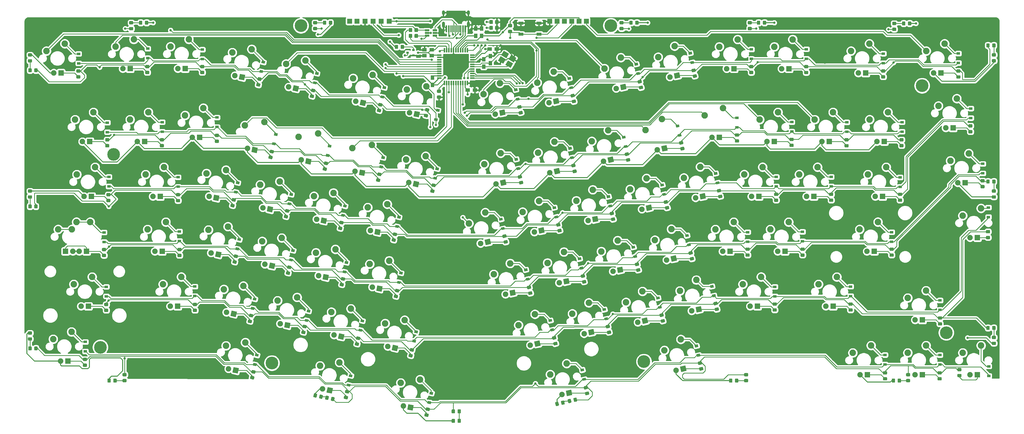
<source format=gbl>
G04 #@! TF.GenerationSoftware,KiCad,Pcbnew,5.1.10*
G04 #@! TF.CreationDate,2021-07-31T12:50:41+12:00*
G04 #@! TF.ProjectId,adelheid,6164656c-6865-4696-942e-6b696361645f,2.0*
G04 #@! TF.SameCoordinates,Original*
G04 #@! TF.FileFunction,Copper,L2,Bot*
G04 #@! TF.FilePolarity,Positive*
%FSLAX46Y46*%
G04 Gerber Fmt 4.6, Leading zero omitted, Abs format (unit mm)*
G04 Created by KiCad (PCBNEW 5.1.10) date 2021-07-31 12:50:41*
%MOMM*%
%LPD*%
G01*
G04 APERTURE LIST*
G04 #@! TA.AperFunction,SMDPad,CuDef*
%ADD10R,0.550000X1.500000*%
G04 #@! TD*
G04 #@! TA.AperFunction,SMDPad,CuDef*
%ADD11R,1.500000X0.550000*%
G04 #@! TD*
G04 #@! TA.AperFunction,ComponentPad*
%ADD12C,0.100000*%
G04 #@! TD*
G04 #@! TA.AperFunction,ComponentPad*
%ADD13C,1.905000*%
G04 #@! TD*
G04 #@! TA.AperFunction,ComponentPad*
%ADD14C,2.250000*%
G04 #@! TD*
G04 #@! TA.AperFunction,ComponentPad*
%ADD15R,1.905000X1.905000*%
G04 #@! TD*
G04 #@! TA.AperFunction,SMDPad,CuDef*
%ADD16R,0.900000X0.800000*%
G04 #@! TD*
G04 #@! TA.AperFunction,SMDPad,CuDef*
%ADD17R,1.200000X0.900000*%
G04 #@! TD*
G04 #@! TA.AperFunction,SMDPad,CuDef*
%ADD18C,0.100000*%
G04 #@! TD*
G04 #@! TA.AperFunction,SMDPad,CuDef*
%ADD19R,0.300000X2.450000*%
G04 #@! TD*
G04 #@! TA.AperFunction,SMDPad,CuDef*
%ADD20R,0.600000X2.450000*%
G04 #@! TD*
G04 #@! TA.AperFunction,ComponentPad*
%ADD21O,1.000000X2.100000*%
G04 #@! TD*
G04 #@! TA.AperFunction,ComponentPad*
%ADD22O,1.000000X1.600000*%
G04 #@! TD*
G04 #@! TA.AperFunction,ComponentPad*
%ADD23C,4.400000*%
G04 #@! TD*
G04 #@! TA.AperFunction,SMDPad,CuDef*
%ADD24R,1.250000X1.500000*%
G04 #@! TD*
G04 #@! TA.AperFunction,SMDPad,CuDef*
%ADD25R,1.500000X1.250000*%
G04 #@! TD*
G04 #@! TA.AperFunction,ComponentPad*
%ADD26R,1.700000X1.700000*%
G04 #@! TD*
G04 #@! TA.AperFunction,SMDPad,CuDef*
%ADD27R,1.700000X1.000000*%
G04 #@! TD*
G04 #@! TA.AperFunction,SMDPad,CuDef*
%ADD28R,1.560000X0.650000*%
G04 #@! TD*
G04 #@! TA.AperFunction,ViaPad*
%ADD29C,0.800000*%
G04 #@! TD*
G04 #@! TA.AperFunction,Conductor*
%ADD30C,0.375000*%
G04 #@! TD*
G04 #@! TA.AperFunction,Conductor*
%ADD31C,0.250000*%
G04 #@! TD*
G04 #@! TA.AperFunction,Conductor*
%ADD32C,0.254000*%
G04 #@! TD*
G04 #@! TA.AperFunction,Conductor*
%ADD33C,0.100000*%
G04 #@! TD*
G04 APERTURE END LIST*
D10*
X171514000Y-36464000D03*
X172314000Y-36464000D03*
X173114000Y-36464000D03*
X173914000Y-36464000D03*
X174714000Y-36464000D03*
X175514000Y-36464000D03*
X176314000Y-36464000D03*
X177114000Y-36464000D03*
X177914000Y-36464000D03*
X178714000Y-36464000D03*
X179514000Y-36464000D03*
D11*
X181214000Y-38164000D03*
X181214000Y-38964000D03*
X181214000Y-39764000D03*
X181214000Y-40564000D03*
X181214000Y-41364000D03*
X181214000Y-42164000D03*
X181214000Y-42964000D03*
X181214000Y-43764000D03*
X181214000Y-44564000D03*
X181214000Y-45364000D03*
X181214000Y-46164000D03*
D10*
X179514000Y-47864000D03*
X178714000Y-47864000D03*
X177914000Y-47864000D03*
X177114000Y-47864000D03*
X176314000Y-47864000D03*
X175514000Y-47864000D03*
X174714000Y-47864000D03*
X173914000Y-47864000D03*
X173114000Y-47864000D03*
X172314000Y-47864000D03*
X171514000Y-47864000D03*
D11*
X169814000Y-46164000D03*
X169814000Y-45364000D03*
X169814000Y-44564000D03*
X169814000Y-43764000D03*
X169814000Y-42964000D03*
X169814000Y-42164000D03*
X169814000Y-41364000D03*
X169814000Y-40564000D03*
X169814000Y-39764000D03*
X169814000Y-38964000D03*
X169814000Y-38164000D03*
G04 #@! TA.AperFunction,SMDPad,CuDef*
G36*
G01*
X188322000Y-26219999D02*
X188322000Y-27120001D01*
G75*
G02*
X188072001Y-27370000I-249999J0D01*
G01*
X187371999Y-27370000D01*
G75*
G02*
X187122000Y-27120001I0J249999D01*
G01*
X187122000Y-26219999D01*
G75*
G02*
X187371999Y-25970000I249999J0D01*
G01*
X188072001Y-25970000D01*
G75*
G02*
X188322000Y-26219999I0J-249999D01*
G01*
G37*
G04 #@! TD.AperFunction*
G04 #@! TA.AperFunction,SMDPad,CuDef*
G36*
G01*
X190322000Y-26219999D02*
X190322000Y-27120001D01*
G75*
G02*
X190072001Y-27370000I-249999J0D01*
G01*
X189371999Y-27370000D01*
G75*
G02*
X189122000Y-27120001I0J249999D01*
G01*
X189122000Y-26219999D01*
G75*
G02*
X189371999Y-25970000I249999J0D01*
G01*
X190072001Y-25970000D01*
G75*
G02*
X190322000Y-26219999I0J-249999D01*
G01*
G37*
G04 #@! TD.AperFunction*
G04 #@! TA.AperFunction,SMDPad,CuDef*
G36*
G01*
X67760000Y-27374001D02*
X67760000Y-26473999D01*
G75*
G02*
X68009999Y-26224000I249999J0D01*
G01*
X68660001Y-26224000D01*
G75*
G02*
X68910000Y-26473999I0J-249999D01*
G01*
X68910000Y-27374001D01*
G75*
G02*
X68660001Y-27624000I-249999J0D01*
G01*
X68009999Y-27624000D01*
G75*
G02*
X67760000Y-27374001I0J249999D01*
G01*
G37*
G04 #@! TD.AperFunction*
G04 #@! TA.AperFunction,SMDPad,CuDef*
G36*
G01*
X65710000Y-27374001D02*
X65710000Y-26473999D01*
G75*
G02*
X65959999Y-26224000I249999J0D01*
G01*
X66610001Y-26224000D01*
G75*
G02*
X66860000Y-26473999I0J-249999D01*
G01*
X66860000Y-27374001D01*
G75*
G02*
X66610001Y-27624000I-249999J0D01*
G01*
X65959999Y-27624000D01*
G75*
G02*
X65710000Y-27374001I0J249999D01*
G01*
G37*
G04 #@! TD.AperFunction*
G04 #@! TA.AperFunction,SMDPad,CuDef*
G36*
G01*
X131514000Y-27365001D02*
X131514000Y-26464999D01*
G75*
G02*
X131763999Y-26215000I249999J0D01*
G01*
X132414001Y-26215000D01*
G75*
G02*
X132664000Y-26464999I0J-249999D01*
G01*
X132664000Y-27365001D01*
G75*
G02*
X132414001Y-27615000I-249999J0D01*
G01*
X131763999Y-27615000D01*
G75*
G02*
X131514000Y-27365001I0J249999D01*
G01*
G37*
G04 #@! TD.AperFunction*
G04 #@! TA.AperFunction,SMDPad,CuDef*
G36*
G01*
X129464000Y-27365001D02*
X129464000Y-26464999D01*
G75*
G02*
X129713999Y-26215000I249999J0D01*
G01*
X130364001Y-26215000D01*
G75*
G02*
X130614000Y-26464999I0J-249999D01*
G01*
X130614000Y-27365001D01*
G75*
G02*
X130364001Y-27615000I-249999J0D01*
G01*
X129713999Y-27615000D01*
G75*
G02*
X129464000Y-27365001I0J249999D01*
G01*
G37*
G04 #@! TD.AperFunction*
G04 #@! TA.AperFunction,SMDPad,CuDef*
G36*
G01*
X332174000Y-27628001D02*
X332174000Y-26727999D01*
G75*
G02*
X332423999Y-26478000I249999J0D01*
G01*
X333074001Y-26478000D01*
G75*
G02*
X333324000Y-26727999I0J-249999D01*
G01*
X333324000Y-27628001D01*
G75*
G02*
X333074001Y-27878000I-249999J0D01*
G01*
X332423999Y-27878000D01*
G75*
G02*
X332174000Y-27628001I0J249999D01*
G01*
G37*
G04 #@! TD.AperFunction*
G04 #@! TA.AperFunction,SMDPad,CuDef*
G36*
G01*
X330124000Y-27628001D02*
X330124000Y-26727999D01*
G75*
G02*
X330373999Y-26478000I249999J0D01*
G01*
X331024001Y-26478000D01*
G75*
G02*
X331274000Y-26727999I0J-249999D01*
G01*
X331274000Y-27628001D01*
G75*
G02*
X331024001Y-27878000I-249999J0D01*
G01*
X330373999Y-27878000D01*
G75*
G02*
X330124000Y-27628001I0J249999D01*
G01*
G37*
G04 #@! TD.AperFunction*
G04 #@! TA.AperFunction,SMDPad,CuDef*
G36*
G01*
X281882000Y-27374001D02*
X281882000Y-26473999D01*
G75*
G02*
X282131999Y-26224000I249999J0D01*
G01*
X282782001Y-26224000D01*
G75*
G02*
X283032000Y-26473999I0J-249999D01*
G01*
X283032000Y-27374001D01*
G75*
G02*
X282782001Y-27624000I-249999J0D01*
G01*
X282131999Y-27624000D01*
G75*
G02*
X281882000Y-27374001I0J249999D01*
G01*
G37*
G04 #@! TD.AperFunction*
G04 #@! TA.AperFunction,SMDPad,CuDef*
G36*
G01*
X279832000Y-27374001D02*
X279832000Y-26473999D01*
G75*
G02*
X280081999Y-26224000I249999J0D01*
G01*
X280732001Y-26224000D01*
G75*
G02*
X280982000Y-26473999I0J-249999D01*
G01*
X280982000Y-27374001D01*
G75*
G02*
X280732001Y-27624000I-249999J0D01*
G01*
X280081999Y-27624000D01*
G75*
G02*
X279832000Y-27374001I0J249999D01*
G01*
G37*
G04 #@! TD.AperFunction*
G04 #@! TA.AperFunction,SMDPad,CuDef*
G36*
G01*
X237677000Y-27374001D02*
X237677000Y-26473999D01*
G75*
G02*
X237926999Y-26224000I249999J0D01*
G01*
X238577001Y-26224000D01*
G75*
G02*
X238827000Y-26473999I0J-249999D01*
G01*
X238827000Y-27374001D01*
G75*
G02*
X238577001Y-27624000I-249999J0D01*
G01*
X237926999Y-27624000D01*
G75*
G02*
X237677000Y-27374001I0J249999D01*
G01*
G37*
G04 #@! TD.AperFunction*
G04 #@! TA.AperFunction,SMDPad,CuDef*
G36*
G01*
X235627000Y-27374001D02*
X235627000Y-26473999D01*
G75*
G02*
X235876999Y-26224000I249999J0D01*
G01*
X236527001Y-26224000D01*
G75*
G02*
X236777000Y-26473999I0J-249999D01*
G01*
X236777000Y-27374001D01*
G75*
G02*
X236527001Y-27624000I-249999J0D01*
G01*
X235876999Y-27624000D01*
G75*
G02*
X235627000Y-27374001I0J249999D01*
G01*
G37*
G04 #@! TD.AperFunction*
G04 #@! TA.AperFunction,SMDPad,CuDef*
G36*
G01*
X361499999Y-39566000D02*
X362400001Y-39566000D01*
G75*
G02*
X362650000Y-39815999I0J-249999D01*
G01*
X362650000Y-40466001D01*
G75*
G02*
X362400001Y-40716000I-249999J0D01*
G01*
X361499999Y-40716000D01*
G75*
G02*
X361250000Y-40466001I0J249999D01*
G01*
X361250000Y-39815999D01*
G75*
G02*
X361499999Y-39566000I249999J0D01*
G01*
G37*
G04 #@! TD.AperFunction*
G04 #@! TA.AperFunction,SMDPad,CuDef*
G36*
G01*
X361499999Y-37516000D02*
X362400001Y-37516000D01*
G75*
G02*
X362650000Y-37765999I0J-249999D01*
G01*
X362650000Y-38416001D01*
G75*
G02*
X362400001Y-38666000I-249999J0D01*
G01*
X361499999Y-38666000D01*
G75*
G02*
X361250000Y-38416001I0J249999D01*
G01*
X361250000Y-37765999D01*
G75*
G02*
X361499999Y-37516000I249999J0D01*
G01*
G37*
G04 #@! TD.AperFunction*
G04 #@! TA.AperFunction,SMDPad,CuDef*
G36*
G01*
X361499999Y-86819000D02*
X362400001Y-86819000D01*
G75*
G02*
X362650000Y-87068999I0J-249999D01*
G01*
X362650000Y-87719001D01*
G75*
G02*
X362400001Y-87969000I-249999J0D01*
G01*
X361499999Y-87969000D01*
G75*
G02*
X361250000Y-87719001I0J249999D01*
G01*
X361250000Y-87068999D01*
G75*
G02*
X361499999Y-86819000I249999J0D01*
G01*
G37*
G04 #@! TD.AperFunction*
G04 #@! TA.AperFunction,SMDPad,CuDef*
G36*
G01*
X361499999Y-84769000D02*
X362400001Y-84769000D01*
G75*
G02*
X362650000Y-85018999I0J-249999D01*
G01*
X362650000Y-85669001D01*
G75*
G02*
X362400001Y-85919000I-249999J0D01*
G01*
X361499999Y-85919000D01*
G75*
G02*
X361250000Y-85669001I0J249999D01*
G01*
X361250000Y-85018999D01*
G75*
G02*
X361499999Y-84769000I249999J0D01*
G01*
G37*
G04 #@! TD.AperFunction*
G04 #@! TA.AperFunction,SMDPad,CuDef*
G36*
G01*
X361499999Y-137619000D02*
X362400001Y-137619000D01*
G75*
G02*
X362650000Y-137868999I0J-249999D01*
G01*
X362650000Y-138519001D01*
G75*
G02*
X362400001Y-138769000I-249999J0D01*
G01*
X361499999Y-138769000D01*
G75*
G02*
X361250000Y-138519001I0J249999D01*
G01*
X361250000Y-137868999D01*
G75*
G02*
X361499999Y-137619000I249999J0D01*
G01*
G37*
G04 #@! TD.AperFunction*
G04 #@! TA.AperFunction,SMDPad,CuDef*
G36*
G01*
X361499999Y-135569000D02*
X362400001Y-135569000D01*
G75*
G02*
X362650000Y-135818999I0J-249999D01*
G01*
X362650000Y-136469001D01*
G75*
G02*
X362400001Y-136719000I-249999J0D01*
G01*
X361499999Y-136719000D01*
G75*
G02*
X361250000Y-136469001I0J249999D01*
G01*
X361250000Y-135818999D01*
G75*
G02*
X361499999Y-135569000I249999J0D01*
G01*
G37*
G04 #@! TD.AperFunction*
G04 #@! TA.AperFunction,SMDPad,CuDef*
G36*
G01*
X327709000Y-150679999D02*
X327709000Y-151580001D01*
G75*
G02*
X327459001Y-151830000I-249999J0D01*
G01*
X326808999Y-151830000D01*
G75*
G02*
X326559000Y-151580001I0J249999D01*
G01*
X326559000Y-150679999D01*
G75*
G02*
X326808999Y-150430000I249999J0D01*
G01*
X327459001Y-150430000D01*
G75*
G02*
X327709000Y-150679999I0J-249999D01*
G01*
G37*
G04 #@! TD.AperFunction*
G04 #@! TA.AperFunction,SMDPad,CuDef*
G36*
G01*
X329759000Y-150679999D02*
X329759000Y-151580001D01*
G75*
G02*
X329509001Y-151830000I-249999J0D01*
G01*
X328858999Y-151830000D01*
G75*
G02*
X328609000Y-151580001I0J249999D01*
G01*
X328609000Y-150679999D01*
G75*
G02*
X328858999Y-150430000I249999J0D01*
G01*
X329509001Y-150430000D01*
G75*
G02*
X329759000Y-150679999I0J-249999D01*
G01*
G37*
G04 #@! TD.AperFunction*
G04 #@! TA.AperFunction,SMDPad,CuDef*
G36*
G01*
X271330000Y-150679999D02*
X271330000Y-151580001D01*
G75*
G02*
X271080001Y-151830000I-249999J0D01*
G01*
X270429999Y-151830000D01*
G75*
G02*
X270180000Y-151580001I0J249999D01*
G01*
X270180000Y-150679999D01*
G75*
G02*
X270429999Y-150430000I249999J0D01*
G01*
X271080001Y-150430000D01*
G75*
G02*
X271330000Y-150679999I0J-249999D01*
G01*
G37*
G04 #@! TD.AperFunction*
G04 #@! TA.AperFunction,SMDPad,CuDef*
G36*
G01*
X273380000Y-150679999D02*
X273380000Y-151580001D01*
G75*
G02*
X273130001Y-151830000I-249999J0D01*
G01*
X272479999Y-151830000D01*
G75*
G02*
X272230000Y-151580001I0J249999D01*
G01*
X272230000Y-150679999D01*
G75*
G02*
X272479999Y-150430000I249999J0D01*
G01*
X273130001Y-150430000D01*
G75*
G02*
X273380000Y-150679999I0J-249999D01*
G01*
G37*
G04 #@! TD.AperFunction*
G04 #@! TA.AperFunction,SMDPad,CuDef*
G36*
G01*
X211048273Y-158657392D02*
X211235394Y-159537727D01*
G75*
G02*
X211042836Y-159834241I-244536J-51978D01*
G01*
X210407039Y-159969384D01*
G75*
G02*
X210110525Y-159776826I-51978J244536D01*
G01*
X209923404Y-158896491D01*
G75*
G02*
X210115962Y-158599977I244536J51978D01*
G01*
X210751759Y-158464834D01*
G75*
G02*
X211048273Y-158657392I51978J-244536D01*
G01*
G37*
G04 #@! TD.AperFunction*
G04 #@! TA.AperFunction,SMDPad,CuDef*
G36*
G01*
X213053475Y-158231174D02*
X213240596Y-159111509D01*
G75*
G02*
X213048038Y-159408023I-244536J-51978D01*
G01*
X212412241Y-159543166D01*
G75*
G02*
X212115727Y-159350608I-51978J244536D01*
G01*
X211928606Y-158470273D01*
G75*
G02*
X212121164Y-158173759I244536J51978D01*
G01*
X212756961Y-158038616D01*
G75*
G02*
X213053475Y-158231174I51978J-244536D01*
G01*
G37*
G04 #@! TD.AperFunction*
G04 #@! TA.AperFunction,SMDPad,CuDef*
G36*
G01*
X175200000Y-164649999D02*
X175200000Y-165550001D01*
G75*
G02*
X174950001Y-165800000I-249999J0D01*
G01*
X174299999Y-165800000D01*
G75*
G02*
X174050000Y-165550001I0J249999D01*
G01*
X174050000Y-164649999D01*
G75*
G02*
X174299999Y-164400000I249999J0D01*
G01*
X174950001Y-164400000D01*
G75*
G02*
X175200000Y-164649999I0J-249999D01*
G01*
G37*
G04 #@! TD.AperFunction*
G04 #@! TA.AperFunction,SMDPad,CuDef*
G36*
G01*
X177250000Y-164649999D02*
X177250000Y-165550001D01*
G75*
G02*
X177000001Y-165800000I-249999J0D01*
G01*
X176349999Y-165800000D01*
G75*
G02*
X176100000Y-165550001I0J249999D01*
G01*
X176100000Y-164649999D01*
G75*
G02*
X176349999Y-164400000I249999J0D01*
G01*
X177000001Y-164400000D01*
G75*
G02*
X177250000Y-164649999I0J-249999D01*
G01*
G37*
G04 #@! TD.AperFunction*
G04 #@! TA.AperFunction,SMDPad,CuDef*
G36*
G01*
X127428793Y-155971164D02*
X127241672Y-156851499D01*
G75*
G02*
X126945158Y-157044057I-244536J51978D01*
G01*
X126309361Y-156908914D01*
G75*
G02*
X126116803Y-156612400I51978J244536D01*
G01*
X126303924Y-155732065D01*
G75*
G02*
X126600438Y-155539507I244536J-51978D01*
G01*
X127236235Y-155674650D01*
G75*
G02*
X127428793Y-155971164I-51978J-244536D01*
G01*
G37*
G04 #@! TD.AperFunction*
G04 #@! TA.AperFunction,SMDPad,CuDef*
G36*
G01*
X129433995Y-156397382D02*
X129246874Y-157277717D01*
G75*
G02*
X128950360Y-157470275I-244536J51978D01*
G01*
X128314563Y-157335132D01*
G75*
G02*
X128122005Y-157038618I51978J244536D01*
G01*
X128309126Y-156158283D01*
G75*
G02*
X128605640Y-155965725I244536J-51978D01*
G01*
X129241437Y-156100868D01*
G75*
G02*
X129433995Y-156397382I-51978J-244536D01*
G01*
G37*
G04 #@! TD.AperFunction*
G04 #@! TA.AperFunction,SMDPad,CuDef*
G36*
G01*
X55929000Y-150679999D02*
X55929000Y-151580001D01*
G75*
G02*
X55679001Y-151830000I-249999J0D01*
G01*
X55028999Y-151830000D01*
G75*
G02*
X54779000Y-151580001I0J249999D01*
G01*
X54779000Y-150679999D01*
G75*
G02*
X55028999Y-150430000I249999J0D01*
G01*
X55679001Y-150430000D01*
G75*
G02*
X55929000Y-150679999I0J-249999D01*
G01*
G37*
G04 #@! TD.AperFunction*
G04 #@! TA.AperFunction,SMDPad,CuDef*
G36*
G01*
X57979000Y-150679999D02*
X57979000Y-151580001D01*
G75*
G02*
X57729001Y-151830000I-249999J0D01*
G01*
X57078999Y-151830000D01*
G75*
G02*
X56829000Y-151580001I0J249999D01*
G01*
X56829000Y-150679999D01*
G75*
G02*
X57078999Y-150430000I249999J0D01*
G01*
X57729001Y-150430000D01*
G75*
G02*
X57979000Y-150679999I0J-249999D01*
G01*
G37*
G04 #@! TD.AperFunction*
G04 #@! TA.AperFunction,SMDPad,CuDef*
G36*
G01*
X28390001Y-135195000D02*
X27489999Y-135195000D01*
G75*
G02*
X27240000Y-134945001I0J249999D01*
G01*
X27240000Y-134294999D01*
G75*
G02*
X27489999Y-134045000I249999J0D01*
G01*
X28390001Y-134045000D01*
G75*
G02*
X28640000Y-134294999I0J-249999D01*
G01*
X28640000Y-134945001D01*
G75*
G02*
X28390001Y-135195000I-249999J0D01*
G01*
G37*
G04 #@! TD.AperFunction*
G04 #@! TA.AperFunction,SMDPad,CuDef*
G36*
G01*
X28390001Y-137245000D02*
X27489999Y-137245000D01*
G75*
G02*
X27240000Y-136995001I0J249999D01*
G01*
X27240000Y-136344999D01*
G75*
G02*
X27489999Y-136095000I249999J0D01*
G01*
X28390001Y-136095000D01*
G75*
G02*
X28640000Y-136344999I0J-249999D01*
G01*
X28640000Y-136995001D01*
G75*
G02*
X28390001Y-137245000I-249999J0D01*
G01*
G37*
G04 #@! TD.AperFunction*
G04 #@! TA.AperFunction,SMDPad,CuDef*
G36*
G01*
X28390001Y-85919000D02*
X27489999Y-85919000D01*
G75*
G02*
X27240000Y-85669001I0J249999D01*
G01*
X27240000Y-85018999D01*
G75*
G02*
X27489999Y-84769000I249999J0D01*
G01*
X28390001Y-84769000D01*
G75*
G02*
X28640000Y-85018999I0J-249999D01*
G01*
X28640000Y-85669001D01*
G75*
G02*
X28390001Y-85919000I-249999J0D01*
G01*
G37*
G04 #@! TD.AperFunction*
G04 #@! TA.AperFunction,SMDPad,CuDef*
G36*
G01*
X28390001Y-87969000D02*
X27489999Y-87969000D01*
G75*
G02*
X27240000Y-87719001I0J249999D01*
G01*
X27240000Y-87068999D01*
G75*
G02*
X27489999Y-86819000I249999J0D01*
G01*
X28390001Y-86819000D01*
G75*
G02*
X28640000Y-87068999I0J-249999D01*
G01*
X28640000Y-87719001D01*
G75*
G02*
X28390001Y-87969000I-249999J0D01*
G01*
G37*
G04 #@! TD.AperFunction*
G04 #@! TA.AperFunction,SMDPad,CuDef*
G36*
G01*
X28390001Y-38675000D02*
X27489999Y-38675000D01*
G75*
G02*
X27240000Y-38425001I0J249999D01*
G01*
X27240000Y-37774999D01*
G75*
G02*
X27489999Y-37525000I249999J0D01*
G01*
X28390001Y-37525000D01*
G75*
G02*
X28640000Y-37774999I0J-249999D01*
G01*
X28640000Y-38425001D01*
G75*
G02*
X28390001Y-38675000I-249999J0D01*
G01*
G37*
G04 #@! TD.AperFunction*
G04 #@! TA.AperFunction,SMDPad,CuDef*
G36*
G01*
X28390001Y-40725000D02*
X27489999Y-40725000D01*
G75*
G02*
X27240000Y-40475001I0J249999D01*
G01*
X27240000Y-39824999D01*
G75*
G02*
X27489999Y-39575000I249999J0D01*
G01*
X28390001Y-39575000D01*
G75*
G02*
X28640000Y-39824999I0J-249999D01*
G01*
X28640000Y-40475001D01*
G75*
G02*
X28390001Y-40725000I-249999J0D01*
G01*
G37*
G04 #@! TD.AperFunction*
G04 #@! TA.AperFunction,ComponentPad*
D12*
G36*
X190883689Y-59250863D02*
G01*
X190487618Y-57387492D01*
X192350989Y-56991421D01*
X192747060Y-58854792D01*
X190883689Y-59250863D01*
G37*
G04 #@! TD.AperFunction*
D13*
X189132844Y-58649238D03*
D14*
X185064062Y-51723849D03*
X190747204Y-47919114D03*
G04 #@! TA.AperFunction,ComponentPad*
D12*
G36*
X130691835Y-155229788D02*
G01*
X131087906Y-153366417D01*
X132951277Y-153762488D01*
X132555206Y-155625859D01*
X130691835Y-155229788D01*
G37*
G04 #@! TD.AperFunction*
D13*
X129337061Y-153968042D03*
D14*
X128436853Y-145986462D03*
X135176186Y-144822206D03*
D15*
X320509900Y-106260900D03*
D13*
X317969900Y-106260900D03*
D14*
X315429900Y-98640900D03*
X321779900Y-96100900D03*
D15*
X40246300Y-106260900D03*
D13*
X42786300Y-106260900D03*
D14*
X37706300Y-98640900D03*
X44056300Y-96100900D03*
D15*
X49250600Y-87223600D03*
D13*
X46710600Y-87223600D03*
D14*
X44170600Y-79603600D03*
X50520600Y-77063600D03*
G04 #@! TA.AperFunction,ComponentPad*
D12*
G36*
X253596289Y-148138163D02*
G01*
X253200218Y-146274792D01*
X255063589Y-145878721D01*
X255459660Y-147742092D01*
X253596289Y-148138163D01*
G37*
G04 #@! TD.AperFunction*
D13*
X251845444Y-147536538D03*
D14*
X247776662Y-140611149D03*
X253459804Y-136806414D03*
D15*
X41046400Y-144373600D03*
D13*
X38506400Y-144373600D03*
D14*
X35966400Y-136753600D03*
X42316400Y-134213600D03*
D16*
X158766000Y-37338000D03*
X160766000Y-38288000D03*
X160766000Y-36388000D03*
D15*
X356235000Y-149123400D03*
D13*
X353695000Y-149123400D03*
D14*
X351155000Y-141503400D03*
X357505000Y-138963400D03*
D15*
X356222300Y-101498400D03*
D13*
X353682300Y-101498400D03*
D14*
X351142300Y-93878400D03*
X357492300Y-91338400D03*
D15*
X351955100Y-82448400D03*
D13*
X349415100Y-82448400D03*
D14*
X346875100Y-74828400D03*
X353225100Y-72288400D03*
D15*
X347802200Y-63411100D03*
D13*
X345262200Y-63411100D03*
D14*
X342722200Y-55791100D03*
X349072200Y-53251100D03*
D15*
X323977000Y-68160900D03*
D13*
X321437000Y-68160900D03*
D14*
X318897000Y-60540900D03*
X325247000Y-58000900D03*
D15*
X343585800Y-44361100D03*
D13*
X341045800Y-44361100D03*
D14*
X338505800Y-36741100D03*
X344855800Y-34201100D03*
D15*
X337185000Y-149123400D03*
D13*
X334645000Y-149123400D03*
D14*
X332105000Y-141503400D03*
X338455000Y-138963400D03*
D15*
X337185000Y-130073400D03*
D13*
X334645000Y-130073400D03*
D14*
X332105000Y-122453400D03*
X338455000Y-119913400D03*
D15*
X323380100Y-87223600D03*
D13*
X320840100Y-87223600D03*
D14*
X318300100Y-79603600D03*
X324650100Y-77063600D03*
D15*
X304939700Y-68173600D03*
D13*
X302399700Y-68173600D03*
D14*
X299859700Y-60553600D03*
X306209700Y-58013600D03*
D15*
X317525400Y-44373800D03*
D13*
X314985400Y-44373800D03*
D14*
X312445400Y-36753800D03*
X318795400Y-34213800D03*
D15*
X318122300Y-149123400D03*
D13*
X315582300Y-149123400D03*
D14*
X313042300Y-141503400D03*
X319392300Y-138963400D03*
D15*
X299567600Y-87210900D03*
D13*
X297027600Y-87210900D03*
D14*
X294487600Y-79590900D03*
X300837600Y-77050900D03*
D15*
X285877000Y-68173600D03*
D13*
X283337000Y-68173600D03*
D14*
X280797000Y-60553600D03*
X287147000Y-58013600D03*
D15*
X290957000Y-42875200D03*
D13*
X288417000Y-42875200D03*
D14*
X285877000Y-35255200D03*
X292227000Y-32715200D03*
D15*
X306247800Y-125323600D03*
D13*
X303707800Y-125323600D03*
D14*
X301167800Y-117703600D03*
X307517800Y-115163600D03*
D15*
X289560000Y-106286300D03*
D13*
X287020000Y-106286300D03*
D14*
X284480000Y-98666300D03*
X290830000Y-96126300D03*
D15*
X280530300Y-87210900D03*
D13*
X277990300Y-87210900D03*
D14*
X275450300Y-79590900D03*
X281800300Y-77050900D03*
D15*
X266839700Y-66675000D03*
D13*
X264299700Y-66675000D03*
D14*
X261759700Y-59055000D03*
X268109700Y-56515000D03*
D15*
X271894300Y-42875200D03*
D13*
X269354300Y-42875200D03*
D14*
X266814300Y-35255200D03*
X273164300Y-32715200D03*
D15*
X280035000Y-125310900D03*
D13*
X277495000Y-125310900D03*
D14*
X274955000Y-117690900D03*
X281305000Y-115150900D03*
D15*
X270510000Y-106286300D03*
D13*
X267970000Y-106286300D03*
D14*
X265430000Y-98666300D03*
X271780000Y-96126300D03*
G04 #@! TA.AperFunction,ComponentPad*
D12*
G36*
X260327289Y-88295763D02*
G01*
X259931218Y-86432392D01*
X261794589Y-86036321D01*
X262190660Y-87899692D01*
X260327289Y-88295763D01*
G37*
G04 #@! TD.AperFunction*
D13*
X258576444Y-87694138D03*
D14*
X254507662Y-80768749D03*
X260190804Y-76964014D03*
G04 #@! TA.AperFunction,ComponentPad*
D12*
G36*
X247081189Y-71658763D02*
G01*
X246685118Y-69795392D01*
X248548489Y-69399321D01*
X248944560Y-71262692D01*
X247081189Y-71658763D01*
G37*
G04 #@! TD.AperFunction*
D13*
X245330344Y-71057138D03*
D14*
X241261562Y-64131749D03*
X246944704Y-60327014D03*
G04 #@! TA.AperFunction,ComponentPad*
D12*
G36*
X251424589Y-46373063D02*
G01*
X251028518Y-44509692D01*
X252891889Y-44113621D01*
X253287960Y-45976992D01*
X251424589Y-46373063D01*
G37*
G04 #@! TD.AperFunction*
D13*
X249673744Y-45771438D03*
D14*
X245604962Y-38846049D03*
X251288104Y-35041314D03*
G04 #@! TA.AperFunction,ComponentPad*
D12*
G36*
X258955689Y-127526063D02*
G01*
X258559618Y-125662692D01*
X260422989Y-125266621D01*
X260819060Y-127129992D01*
X258955689Y-127526063D01*
G37*
G04 #@! TD.AperFunction*
D13*
X257204844Y-126924438D03*
D14*
X253136062Y-119999049D03*
X258819204Y-116194314D03*
G04 #@! TA.AperFunction,ComponentPad*
D12*
G36*
X250306989Y-109885763D02*
G01*
X249910918Y-108022392D01*
X251774289Y-107626321D01*
X252170360Y-109489692D01*
X250306989Y-109885763D01*
G37*
G04 #@! TD.AperFunction*
D13*
X248556144Y-109284138D03*
D14*
X244487362Y-102358749D03*
X250170504Y-98554014D03*
G04 #@! TA.AperFunction,ComponentPad*
D12*
G36*
X241696389Y-92245463D02*
G01*
X241300318Y-90382092D01*
X243163689Y-89986021D01*
X243559760Y-91849392D01*
X241696389Y-92245463D01*
G37*
G04 #@! TD.AperFunction*
D13*
X239945544Y-91643838D03*
D14*
X235876762Y-84718449D03*
X241559904Y-80913714D03*
G04 #@! TA.AperFunction,ComponentPad*
D12*
G36*
X228424889Y-75595763D02*
G01*
X228028818Y-73732392D01*
X229892189Y-73336321D01*
X230288260Y-75199692D01*
X228424889Y-75595763D01*
G37*
G04 #@! TD.AperFunction*
D13*
X226674044Y-74994138D03*
D14*
X222605262Y-68068749D03*
X228288404Y-64264014D03*
G04 #@! TA.AperFunction,ComponentPad*
D12*
G36*
X232793689Y-50335463D02*
G01*
X232397618Y-48472092D01*
X234260989Y-48076021D01*
X234657060Y-49939392D01*
X232793689Y-50335463D01*
G37*
G04 #@! TD.AperFunction*
D13*
X231042844Y-49733838D03*
D14*
X226974062Y-42808449D03*
X232657204Y-39003714D03*
G04 #@! TA.AperFunction,ComponentPad*
D12*
G36*
X240312089Y-131488463D02*
G01*
X239916018Y-129625092D01*
X241779389Y-129229021D01*
X242175460Y-131092392D01*
X240312089Y-131488463D01*
G37*
G04 #@! TD.AperFunction*
D13*
X238561244Y-130886838D03*
D14*
X234492462Y-123961449D03*
X240175604Y-120156714D03*
G04 #@! TA.AperFunction,ComponentPad*
D12*
G36*
X231701489Y-113822763D02*
G01*
X231305418Y-111959392D01*
X233168789Y-111563321D01*
X233564860Y-113426692D01*
X231701489Y-113822763D01*
G37*
G04 #@! TD.AperFunction*
D13*
X229950644Y-113221138D03*
D14*
X225881862Y-106295749D03*
X231565004Y-102491014D03*
G04 #@! TA.AperFunction,ComponentPad*
D12*
G36*
X223065489Y-96207863D02*
G01*
X222669418Y-94344492D01*
X224532789Y-93948421D01*
X224928860Y-95811792D01*
X223065489Y-96207863D01*
G37*
G04 #@! TD.AperFunction*
D13*
X221314644Y-95606238D03*
D14*
X217245862Y-88680849D03*
X222929004Y-84876114D03*
G04 #@! TA.AperFunction,ComponentPad*
D12*
G36*
X209819389Y-79570863D02*
G01*
X209423318Y-77707492D01*
X211286689Y-77311421D01*
X211682760Y-79174792D01*
X209819389Y-79570863D01*
G37*
G04 #@! TD.AperFunction*
D13*
X208068544Y-78969238D03*
D14*
X203999762Y-72043849D03*
X209682904Y-68239114D03*
G04 #@! TA.AperFunction,ComponentPad*
D12*
G36*
X209514589Y-55288463D02*
G01*
X209118518Y-53425092D01*
X210981889Y-53029021D01*
X211377960Y-54892392D01*
X209514589Y-55288463D01*
G37*
G04 #@! TD.AperFunction*
D13*
X207763744Y-54686838D03*
D14*
X203694962Y-47761449D03*
X209378104Y-43956714D03*
G04 #@! TA.AperFunction,ComponentPad*
D12*
G36*
X214010389Y-156545563D02*
G01*
X213614318Y-154682192D01*
X215477689Y-154286121D01*
X215873760Y-156149492D01*
X214010389Y-156545563D01*
G37*
G04 #@! TD.AperFunction*
D13*
X212259544Y-155943938D03*
D14*
X208190762Y-149018549D03*
X213873904Y-145213814D03*
G04 #@! TA.AperFunction,ComponentPad*
D12*
G36*
X221693889Y-135450863D02*
G01*
X221297818Y-133587492D01*
X223161189Y-133191421D01*
X223557260Y-135054792D01*
X221693889Y-135450863D01*
G37*
G04 #@! TD.AperFunction*
D13*
X219943044Y-134849238D03*
D14*
X215874262Y-127923849D03*
X221557404Y-124119114D03*
G04 #@! TA.AperFunction,ComponentPad*
D12*
G36*
X213070589Y-117797863D02*
G01*
X212674518Y-115934492D01*
X214537889Y-115538421D01*
X214933960Y-117401792D01*
X213070589Y-117797863D01*
G37*
G04 #@! TD.AperFunction*
D13*
X211319744Y-117196238D03*
D14*
X207250962Y-110270849D03*
X212934104Y-106466114D03*
G04 #@! TA.AperFunction,ComponentPad*
D12*
G36*
X204447289Y-100157563D02*
G01*
X204051218Y-98294192D01*
X205914589Y-97898121D01*
X206310660Y-99761492D01*
X204447289Y-100157563D01*
G37*
G04 #@! TD.AperFunction*
D13*
X202696444Y-99555938D03*
D14*
X198627662Y-92630549D03*
X204310804Y-88825814D03*
G04 #@! TA.AperFunction,ComponentPad*
D12*
G36*
X191175789Y-83520563D02*
G01*
X190779718Y-81657192D01*
X192643089Y-81261121D01*
X193039160Y-83124492D01*
X191175789Y-83520563D01*
G37*
G04 #@! TD.AperFunction*
D13*
X189424944Y-82918938D03*
D14*
X185356162Y-75993549D03*
X191039304Y-72188814D03*
G04 #@! TA.AperFunction,ComponentPad*
D12*
G36*
X203050289Y-139425963D02*
G01*
X202654218Y-137562592D01*
X204517589Y-137166521D01*
X204913660Y-139029892D01*
X203050289Y-139425963D01*
G37*
G04 #@! TD.AperFunction*
D13*
X201299444Y-138824338D03*
D14*
X197230662Y-131898949D03*
X202913804Y-128094214D03*
G04 #@! TA.AperFunction,ComponentPad*
D12*
G36*
X194439689Y-121772963D02*
G01*
X194043618Y-119909592D01*
X195906989Y-119513521D01*
X196303060Y-121376892D01*
X194439689Y-121772963D01*
G37*
G04 #@! TD.AperFunction*
D13*
X192688844Y-121171338D03*
D14*
X188620062Y-114245949D03*
X194303204Y-110441214D03*
G04 #@! TA.AperFunction,ComponentPad*
D12*
G36*
X185829089Y-104132663D02*
G01*
X185433018Y-102269292D01*
X187296389Y-101873221D01*
X187692460Y-103736592D01*
X185829089Y-104132663D01*
G37*
G04 #@! TD.AperFunction*
D13*
X184078244Y-103531038D03*
D14*
X180009462Y-96605649D03*
X185692604Y-92800914D03*
G04 #@! TA.AperFunction,ComponentPad*
D12*
G36*
X160549535Y-83652588D02*
G01*
X160945606Y-81789217D01*
X162808977Y-82185288D01*
X162412906Y-84048659D01*
X160549535Y-83652588D01*
G37*
G04 #@! TD.AperFunction*
D13*
X159194761Y-82390842D03*
D14*
X158294553Y-74409262D03*
X165033886Y-73245006D03*
G04 #@! TA.AperFunction,ComponentPad*
D12*
G36*
X160790835Y-59395588D02*
G01*
X161186906Y-57532217D01*
X163050277Y-57928288D01*
X162654206Y-59791659D01*
X160790835Y-59395588D01*
G37*
G04 #@! TD.AperFunction*
D13*
X159436061Y-58133842D03*
D14*
X158535853Y-50152262D03*
X165275186Y-48988006D03*
G04 #@! TA.AperFunction,ComponentPad*
D12*
G36*
X158644535Y-161160688D02*
G01*
X159040606Y-159297317D01*
X160903977Y-159693388D01*
X160507906Y-161556759D01*
X158644535Y-161160688D01*
G37*
G04 #@! TD.AperFunction*
D13*
X157289761Y-159898942D03*
D14*
X156389553Y-151917362D03*
X163128886Y-150753106D03*
G04 #@! TA.AperFunction,ComponentPad*
D12*
G36*
X153272435Y-140535888D02*
G01*
X153668506Y-138672517D01*
X155531877Y-139068588D01*
X155135806Y-140931959D01*
X153272435Y-140535888D01*
G37*
G04 #@! TD.AperFunction*
D13*
X151917661Y-139274142D03*
D14*
X151017453Y-131292562D03*
X157756786Y-130128306D03*
G04 #@! TA.AperFunction,ComponentPad*
D12*
G36*
X147913035Y-119923788D02*
G01*
X148309106Y-118060417D01*
X150172477Y-118456488D01*
X149776406Y-120319859D01*
X147913035Y-119923788D01*
G37*
G04 #@! TD.AperFunction*
D13*
X146558261Y-118662042D03*
D14*
X145658053Y-110680462D03*
X152397386Y-109516206D03*
G04 #@! TA.AperFunction,ComponentPad*
D12*
G36*
X147239935Y-100289588D02*
G01*
X147636006Y-98426217D01*
X149499377Y-98822288D01*
X149103306Y-100685659D01*
X147239935Y-100289588D01*
G37*
G04 #@! TD.AperFunction*
D13*
X145885161Y-99027842D03*
D14*
X144984953Y-91046262D03*
X151724286Y-89882006D03*
G04 #@! TA.AperFunction,ComponentPad*
D12*
G36*
X141905935Y-79715588D02*
G01*
X142302006Y-77852217D01*
X144165377Y-78248288D01*
X143769306Y-80111659D01*
X141905935Y-79715588D01*
G37*
G04 #@! TD.AperFunction*
D13*
X140551161Y-78453842D03*
D14*
X139650953Y-70472262D03*
X146390286Y-69308006D03*
G04 #@! TA.AperFunction,ComponentPad*
D12*
G36*
X142172635Y-55433188D02*
G01*
X142568706Y-53569817D01*
X144432077Y-53965888D01*
X144036006Y-55829259D01*
X142172635Y-55433188D01*
G37*
G04 #@! TD.AperFunction*
D13*
X140817861Y-54171442D03*
D14*
X139917653Y-46189862D03*
X146656986Y-45025606D03*
G04 #@! TA.AperFunction,ComponentPad*
D12*
G36*
X134641535Y-136586188D02*
G01*
X135037606Y-134722817D01*
X136900977Y-135118888D01*
X136504906Y-136982259D01*
X134641535Y-136586188D01*
G37*
G04 #@! TD.AperFunction*
D13*
X133286761Y-135324442D03*
D14*
X132386553Y-127342862D03*
X139125886Y-126178606D03*
G04 #@! TA.AperFunction,ComponentPad*
D12*
G36*
X129269435Y-115961388D02*
G01*
X129665506Y-114098017D01*
X131528877Y-114494088D01*
X131132806Y-116357459D01*
X129269435Y-115961388D01*
G37*
G04 #@! TD.AperFunction*
D13*
X127914661Y-114699642D03*
D14*
X127014453Y-106718062D03*
X133753786Y-105553806D03*
G04 #@! TA.AperFunction,ComponentPad*
D12*
G36*
X128596335Y-96377988D02*
G01*
X128992406Y-94514617D01*
X130855777Y-94910688D01*
X130459706Y-96774059D01*
X128596335Y-96377988D01*
G37*
G04 #@! TD.AperFunction*
D13*
X127241561Y-95116242D03*
D14*
X126341353Y-87134662D03*
X133080686Y-85970406D03*
G04 #@! TA.AperFunction,ComponentPad*
D12*
G36*
X123262335Y-75753188D02*
G01*
X123658406Y-73889817D01*
X125521777Y-74285888D01*
X125125706Y-76149259D01*
X123262335Y-75753188D01*
G37*
G04 #@! TD.AperFunction*
D13*
X121907561Y-74491442D03*
D14*
X121007353Y-66509862D03*
X127746686Y-65345606D03*
G04 #@! TA.AperFunction,ComponentPad*
D12*
G36*
X118906235Y-50467488D02*
G01*
X119302306Y-48604117D01*
X121165677Y-49000188D01*
X120769606Y-50863559D01*
X118906235Y-50467488D01*
G37*
G04 #@! TD.AperFunction*
D13*
X117551461Y-49205742D03*
D14*
X116651253Y-41224162D03*
X123390586Y-40059906D03*
G04 #@! TA.AperFunction,ComponentPad*
D12*
G36*
X115997935Y-132623788D02*
G01*
X116394006Y-130760417D01*
X118257377Y-131156488D01*
X117861306Y-133019859D01*
X115997935Y-132623788D01*
G37*
G04 #@! TD.AperFunction*
D13*
X114643161Y-131362042D03*
D14*
X113742953Y-123380462D03*
X120482286Y-122216206D03*
G04 #@! TA.AperFunction,ComponentPad*
D12*
G36*
X110676635Y-112037088D02*
G01*
X111072706Y-110173717D01*
X112936077Y-110569788D01*
X112540006Y-112433159D01*
X110676635Y-112037088D01*
G37*
G04 #@! TD.AperFunction*
D13*
X109321861Y-110775342D03*
D14*
X108421653Y-102793762D03*
X115160986Y-101629506D03*
G04 #@! TA.AperFunction,ComponentPad*
D12*
G36*
X109978135Y-92402888D02*
G01*
X110374206Y-90539517D01*
X112237577Y-90935588D01*
X111841506Y-92798959D01*
X109978135Y-92402888D01*
G37*
G04 #@! TD.AperFunction*
D13*
X108623361Y-91141142D03*
D14*
X107723153Y-83159562D03*
X114462486Y-81995306D03*
G04 #@! TA.AperFunction,ComponentPad*
D12*
G36*
X104631435Y-71778088D02*
G01*
X105027506Y-69914717D01*
X106890877Y-70310788D01*
X106494806Y-72174159D01*
X104631435Y-71778088D01*
G37*
G04 #@! TD.AperFunction*
D13*
X103276661Y-70516342D03*
D14*
X102376453Y-62534762D03*
X109115786Y-61370506D03*
G04 #@! TA.AperFunction,ComponentPad*
D12*
G36*
X100288035Y-46517788D02*
G01*
X100684106Y-44654417D01*
X102547477Y-45050488D01*
X102151406Y-46913859D01*
X100288035Y-46517788D01*
G37*
G04 #@! TD.AperFunction*
D13*
X98933261Y-45256042D03*
D14*
X98033053Y-37274462D03*
X104772386Y-36110206D03*
G04 #@! TA.AperFunction,ComponentPad*
D12*
G36*
X98090935Y-148295588D02*
G01*
X98487006Y-146432217D01*
X100350377Y-146828288D01*
X99954306Y-148691659D01*
X98090935Y-148295588D01*
G37*
G04 #@! TD.AperFunction*
D13*
X96736161Y-147033842D03*
D14*
X95835953Y-139052262D03*
X102575286Y-137888006D03*
G04 #@! TA.AperFunction,ComponentPad*
D12*
G36*
X97379735Y-128674088D02*
G01*
X97775806Y-126810717D01*
X99639177Y-127206788D01*
X99243106Y-129070159D01*
X97379735Y-128674088D01*
G37*
G04 #@! TD.AperFunction*
D13*
X96024961Y-127412342D03*
D14*
X95124753Y-119430762D03*
X101864086Y-118266506D03*
G04 #@! TA.AperFunction,ComponentPad*
D12*
G36*
X92045735Y-108074688D02*
G01*
X92441806Y-106211317D01*
X94305177Y-106607388D01*
X93909106Y-108470759D01*
X92045735Y-108074688D01*
G37*
G04 #@! TD.AperFunction*
D13*
X90690961Y-106812942D03*
D14*
X89790753Y-98831362D03*
X96530086Y-97667106D03*
G04 #@! TA.AperFunction,ComponentPad*
D12*
G36*
X91347235Y-88440488D02*
G01*
X91743306Y-86577117D01*
X93606677Y-86973188D01*
X93210606Y-88836559D01*
X91347235Y-88440488D01*
G37*
G04 #@! TD.AperFunction*
D13*
X89992461Y-87178742D03*
D14*
X89092253Y-79197162D03*
X95831586Y-78032906D03*
D15*
X86753700Y-66687700D03*
D13*
X84213700Y-66687700D03*
D14*
X81673700Y-59067700D03*
X88023700Y-56527700D03*
D15*
X81699100Y-42849800D03*
D13*
X79159100Y-42849800D03*
D14*
X76619100Y-35229800D03*
X82969100Y-32689800D03*
D15*
X79108300Y-125310900D03*
D13*
X76568300Y-125310900D03*
D14*
X74028300Y-117690900D03*
X80378300Y-115150900D03*
D15*
X73736200Y-106273600D03*
D13*
X71196200Y-106273600D03*
D14*
X68656200Y-98653600D03*
X75006200Y-96113600D03*
D15*
X73063100Y-87223600D03*
D13*
X70523100Y-87223600D03*
D14*
X67983100Y-79603600D03*
X74333100Y-77063600D03*
D15*
X67708368Y-68173600D03*
D13*
X65168368Y-68173600D03*
D14*
X62628368Y-60553600D03*
X68978368Y-58013600D03*
D15*
X62636400Y-42862500D03*
D13*
X60096400Y-42862500D03*
D14*
X57556400Y-35242500D03*
X63906400Y-32702500D03*
D15*
X48183800Y-125323600D03*
D13*
X45643800Y-125323600D03*
D14*
X43103800Y-117703600D03*
X49453800Y-115163600D03*
D15*
X47548800Y-106260900D03*
D13*
X45008800Y-106260900D03*
D14*
X42468800Y-98640900D03*
X48818800Y-96100900D03*
D15*
X48653700Y-68173600D03*
D13*
X46113700Y-68173600D03*
D14*
X43573700Y-60553600D03*
X49923700Y-58013600D03*
D15*
X38696900Y-44373800D03*
D13*
X36156900Y-44373800D03*
D14*
X33616900Y-36753800D03*
X39966900Y-34213800D03*
D17*
X360172000Y-146177000D03*
X360172000Y-149477000D03*
X360045000Y-91061000D03*
X360045000Y-94361000D03*
X358089200Y-75883500D03*
X358089200Y-79183500D03*
X353936300Y-56693800D03*
X353936300Y-59993800D03*
X330098400Y-61418200D03*
X330098400Y-64718200D03*
X349631000Y-37593000D03*
X349631000Y-40893000D03*
X343217500Y-142228300D03*
X343217500Y-145528300D03*
X343293700Y-123292600D03*
X343293700Y-126592600D03*
X329438000Y-80595200D03*
X329438000Y-83895200D03*
X310959500Y-61470000D03*
X310959500Y-64770000D03*
X323634100Y-37643800D03*
X323634100Y-40943800D03*
X324205600Y-142215600D03*
X324205600Y-145515600D03*
X326529700Y-99607100D03*
X326529700Y-102907100D03*
X305562000Y-80417400D03*
X305562000Y-83717400D03*
X291922200Y-61392800D03*
X291922200Y-64692800D03*
X296964100Y-36107100D03*
X296964100Y-39407100D03*
X312293000Y-118491000D03*
X312293000Y-121791000D03*
X295605200Y-99476400D03*
X295605200Y-102776400D03*
X286524700Y-80430100D03*
X286524700Y-83730100D03*
X272897600Y-59907900D03*
X272897600Y-63207900D03*
X277926800Y-36170600D03*
X277926800Y-39470600D03*
X286042100Y-118568200D03*
X286042100Y-121868200D03*
X276631400Y-99607100D03*
X276631400Y-102907100D03*
G04 #@! TA.AperFunction,SMDPad,CuDef*
D18*
G36*
X266220689Y-79564040D02*
G01*
X265046912Y-79813534D01*
X264859791Y-78933202D01*
X266033568Y-78683708D01*
X266220689Y-79564040D01*
G37*
G04 #@! TD.AperFunction*
G04 #@! TA.AperFunction,SMDPad,CuDef*
G36*
X266906797Y-82791928D02*
G01*
X265733020Y-83041422D01*
X265545899Y-82161090D01*
X266719676Y-81911596D01*
X266906797Y-82791928D01*
G37*
G04 #@! TD.AperFunction*
G04 #@! TA.AperFunction,SMDPad,CuDef*
G36*
X253042335Y-63081015D02*
G01*
X251868558Y-63330509D01*
X251681437Y-62450177D01*
X252855214Y-62200683D01*
X253042335Y-63081015D01*
G37*
G04 #@! TD.AperFunction*
G04 #@! TA.AperFunction,SMDPad,CuDef*
G36*
X253728443Y-66308903D02*
G01*
X252554666Y-66558397D01*
X252367545Y-65678065D01*
X253541322Y-65428571D01*
X253728443Y-66308903D01*
G37*
G04 #@! TD.AperFunction*
G04 #@! TA.AperFunction,SMDPad,CuDef*
G36*
X257385395Y-37817475D02*
G01*
X256211618Y-38066969D01*
X256024497Y-37186637D01*
X257198274Y-36937143D01*
X257385395Y-37817475D01*
G37*
G04 #@! TD.AperFunction*
G04 #@! TA.AperFunction,SMDPad,CuDef*
G36*
X258071503Y-41045363D02*
G01*
X256897726Y-41294857D01*
X256710605Y-40414525D01*
X257884382Y-40165031D01*
X258071503Y-41045363D01*
G37*
G04 #@! TD.AperFunction*
G04 #@! TA.AperFunction,SMDPad,CuDef*
G36*
X259562228Y-139403545D02*
G01*
X258388451Y-139653039D01*
X258201330Y-138772707D01*
X259375107Y-138523213D01*
X259562228Y-139403545D01*
G37*
G04 #@! TD.AperFunction*
G04 #@! TA.AperFunction,SMDPad,CuDef*
G36*
X260248336Y-142631433D02*
G01*
X259074559Y-142880927D01*
X258887438Y-142000595D01*
X260061215Y-141751101D01*
X260248336Y-142631433D01*
G37*
G04 #@! TD.AperFunction*
G04 #@! TA.AperFunction,SMDPad,CuDef*
G36*
X264916341Y-118753531D02*
G01*
X263742564Y-119003025D01*
X263555443Y-118122693D01*
X264729220Y-117873199D01*
X264916341Y-118753531D01*
G37*
G04 #@! TD.AperFunction*
G04 #@! TA.AperFunction,SMDPad,CuDef*
G36*
X265602449Y-121981419D02*
G01*
X264428672Y-122230913D01*
X264241551Y-121350581D01*
X265415328Y-121101087D01*
X265602449Y-121981419D01*
G37*
G04 #@! TD.AperFunction*
G04 #@! TA.AperFunction,SMDPad,CuDef*
G36*
X256280341Y-101100531D02*
G01*
X255106564Y-101350025D01*
X254919443Y-100469693D01*
X256093220Y-100220199D01*
X256280341Y-101100531D01*
G37*
G04 #@! TD.AperFunction*
G04 #@! TA.AperFunction,SMDPad,CuDef*
G36*
X256966449Y-104328419D02*
G01*
X255792672Y-104577913D01*
X255605551Y-103697581D01*
X256779328Y-103448087D01*
X256966449Y-104328419D01*
G37*
G04 #@! TD.AperFunction*
G04 #@! TA.AperFunction,SMDPad,CuDef*
G36*
X247693548Y-83566677D02*
G01*
X246519771Y-83816171D01*
X246332650Y-82935839D01*
X247506427Y-82686345D01*
X247693548Y-83566677D01*
G37*
G04 #@! TD.AperFunction*
G04 #@! TA.AperFunction,SMDPad,CuDef*
G36*
X248379656Y-86794565D02*
G01*
X247205879Y-87044059D01*
X247018758Y-86163727D01*
X248192535Y-85914233D01*
X248379656Y-86794565D01*
G37*
G04 #@! TD.AperFunction*
G04 #@! TA.AperFunction,SMDPad,CuDef*
G36*
X234360449Y-66990419D02*
G01*
X233186672Y-67239913D01*
X232999551Y-66359581D01*
X234173328Y-66110087D01*
X234360449Y-66990419D01*
G37*
G04 #@! TD.AperFunction*
G04 #@! TA.AperFunction,SMDPad,CuDef*
G36*
X235046557Y-70218307D02*
G01*
X233872780Y-70467801D01*
X233685659Y-69587469D01*
X234859436Y-69337975D01*
X235046557Y-70218307D01*
G37*
G04 #@! TD.AperFunction*
G04 #@! TA.AperFunction,SMDPad,CuDef*
G36*
X238716395Y-41627475D02*
G01*
X237542618Y-41876969D01*
X237355497Y-40996637D01*
X238529274Y-40747143D01*
X238716395Y-41627475D01*
G37*
G04 #@! TD.AperFunction*
G04 #@! TA.AperFunction,SMDPad,CuDef*
G36*
X239402503Y-44855363D02*
G01*
X238228726Y-45104857D01*
X238041605Y-44224525D01*
X239215382Y-43975031D01*
X239402503Y-44855363D01*
G37*
G04 #@! TD.AperFunction*
G04 #@! TA.AperFunction,SMDPad,CuDef*
G36*
X246209395Y-122780475D02*
G01*
X245035618Y-123029969D01*
X244848497Y-122149637D01*
X246022274Y-121900143D01*
X246209395Y-122780475D01*
G37*
G04 #@! TD.AperFunction*
G04 #@! TA.AperFunction,SMDPad,CuDef*
G36*
X246895503Y-126008363D02*
G01*
X245721726Y-126257857D01*
X245534605Y-125377525D01*
X246708382Y-125128031D01*
X246895503Y-126008363D01*
G37*
G04 #@! TD.AperFunction*
G04 #@! TA.AperFunction,SMDPad,CuDef*
G36*
X237701184Y-105137903D02*
G01*
X236527407Y-105387397D01*
X236340286Y-104507065D01*
X237514063Y-104257571D01*
X237701184Y-105137903D01*
G37*
G04 #@! TD.AperFunction*
G04 #@! TA.AperFunction,SMDPad,CuDef*
G36*
X238387292Y-108365791D02*
G01*
X237213515Y-108615285D01*
X237026394Y-107734953D01*
X238200171Y-107485459D01*
X238387292Y-108365791D01*
G37*
G04 #@! TD.AperFunction*
G04 #@! TA.AperFunction,SMDPad,CuDef*
G36*
X229064395Y-87601475D02*
G01*
X227890618Y-87850969D01*
X227703497Y-86970637D01*
X228877274Y-86721143D01*
X229064395Y-87601475D01*
G37*
G04 #@! TD.AperFunction*
G04 #@! TA.AperFunction,SMDPad,CuDef*
G36*
X229750503Y-90829363D02*
G01*
X228576726Y-91078857D01*
X228389605Y-90198525D01*
X229563382Y-89949031D01*
X229750503Y-90829363D01*
G37*
G04 #@! TD.AperFunction*
G04 #@! TA.AperFunction,SMDPad,CuDef*
G36*
X215729395Y-70837475D02*
G01*
X214555618Y-71086969D01*
X214368497Y-70206637D01*
X215542274Y-69957143D01*
X215729395Y-70837475D01*
G37*
G04 #@! TD.AperFunction*
G04 #@! TA.AperFunction,SMDPad,CuDef*
G36*
X216415503Y-74065363D02*
G01*
X215241726Y-74314857D01*
X215054605Y-73434525D01*
X216228382Y-73185031D01*
X216415503Y-74065363D01*
G37*
G04 #@! TD.AperFunction*
G04 #@! TA.AperFunction,SMDPad,CuDef*
G36*
X215475395Y-46580475D02*
G01*
X214301618Y-46829969D01*
X214114497Y-45949637D01*
X215288274Y-45700143D01*
X215475395Y-46580475D01*
G37*
G04 #@! TD.AperFunction*
G04 #@! TA.AperFunction,SMDPad,CuDef*
G36*
X216161503Y-49808363D02*
G01*
X214987726Y-50057857D01*
X214800605Y-49177525D01*
X215974382Y-48928031D01*
X216161503Y-49808363D01*
G37*
G04 #@! TD.AperFunction*
G04 #@! TA.AperFunction,SMDPad,CuDef*
G36*
X220001623Y-147753061D02*
G01*
X218827846Y-148002555D01*
X218640725Y-147122223D01*
X219814502Y-146872729D01*
X220001623Y-147753061D01*
G37*
G04 #@! TD.AperFunction*
G04 #@! TA.AperFunction,SMDPad,CuDef*
G36*
X220687731Y-150980949D02*
G01*
X219513954Y-151230443D01*
X219326833Y-150350111D01*
X220500610Y-150100617D01*
X220687731Y-150980949D01*
G37*
G04 #@! TD.AperFunction*
G04 #@! TA.AperFunction,SMDPad,CuDef*
G36*
X227628666Y-126769557D02*
G01*
X226454889Y-127019051D01*
X226267768Y-126138719D01*
X227441545Y-125889225D01*
X227628666Y-126769557D01*
G37*
G04 #@! TD.AperFunction*
G04 #@! TA.AperFunction,SMDPad,CuDef*
G36*
X228314774Y-129997445D02*
G01*
X227140997Y-130246939D01*
X226953876Y-129366607D01*
X228127653Y-129117113D01*
X228314774Y-129997445D01*
G37*
G04 #@! TD.AperFunction*
G04 #@! TA.AperFunction,SMDPad,CuDef*
G36*
X219042523Y-109164176D02*
G01*
X217868746Y-109413670D01*
X217681625Y-108533338D01*
X218855402Y-108283844D01*
X219042523Y-109164176D01*
G37*
G04 #@! TD.AperFunction*
G04 #@! TA.AperFunction,SMDPad,CuDef*
G36*
X219728631Y-112392064D02*
G01*
X218554854Y-112641558D01*
X218367733Y-111761226D01*
X219541510Y-111511732D01*
X219728631Y-112392064D01*
G37*
G04 #@! TD.AperFunction*
G04 #@! TA.AperFunction,SMDPad,CuDef*
G36*
X210316489Y-91431092D02*
G01*
X209142712Y-91680586D01*
X208955591Y-90800254D01*
X210129368Y-90550760D01*
X210316489Y-91431092D01*
G37*
G04 #@! TD.AperFunction*
G04 #@! TA.AperFunction,SMDPad,CuDef*
G36*
X211002597Y-94658980D02*
G01*
X209828820Y-94908474D01*
X209641699Y-94028142D01*
X210815476Y-93778648D01*
X211002597Y-94658980D01*
G37*
G04 #@! TD.AperFunction*
G04 #@! TA.AperFunction,SMDPad,CuDef*
G36*
X197091829Y-74641840D02*
G01*
X195918052Y-74891334D01*
X195730931Y-74011002D01*
X196904708Y-73761508D01*
X197091829Y-74641840D01*
G37*
G04 #@! TD.AperFunction*
G04 #@! TA.AperFunction,SMDPad,CuDef*
G36*
X197777937Y-77869728D02*
G01*
X196604160Y-78119222D01*
X196417039Y-77238890D01*
X197590816Y-76989396D01*
X197777937Y-77869728D01*
G37*
G04 #@! TD.AperFunction*
G04 #@! TA.AperFunction,SMDPad,CuDef*
G36*
X196933395Y-50517475D02*
G01*
X195759618Y-50766969D01*
X195572497Y-49886637D01*
X196746274Y-49637143D01*
X196933395Y-50517475D01*
G37*
G04 #@! TD.AperFunction*
G04 #@! TA.AperFunction,SMDPad,CuDef*
G36*
X197619503Y-53745363D02*
G01*
X196445726Y-53994857D01*
X196258605Y-53114525D01*
X197432382Y-52865031D01*
X197619503Y-53745363D01*
G37*
G04 #@! TD.AperFunction*
G04 #@! TA.AperFunction,SMDPad,CuDef*
G36*
X208914988Y-130587000D02*
G01*
X207741211Y-130836494D01*
X207554090Y-129956162D01*
X208727867Y-129706668D01*
X208914988Y-130587000D01*
G37*
G04 #@! TD.AperFunction*
G04 #@! TA.AperFunction,SMDPad,CuDef*
G36*
X209601096Y-133814888D02*
G01*
X208427319Y-134064382D01*
X208240198Y-133184050D01*
X209413975Y-132934556D01*
X209601096Y-133814888D01*
G37*
G04 #@! TD.AperFunction*
G04 #@! TA.AperFunction,SMDPad,CuDef*
G36*
X200418711Y-113003523D02*
G01*
X199244934Y-113253017D01*
X199057813Y-112372685D01*
X200231590Y-112123191D01*
X200418711Y-113003523D01*
G37*
G04 #@! TD.AperFunction*
G04 #@! TA.AperFunction,SMDPad,CuDef*
G36*
X201104819Y-116231411D02*
G01*
X199931042Y-116480905D01*
X199743921Y-115600573D01*
X200917698Y-115351079D01*
X201104819Y-116231411D01*
G37*
G04 #@! TD.AperFunction*
G04 #@! TA.AperFunction,SMDPad,CuDef*
G36*
X191815449Y-95438419D02*
G01*
X190641672Y-95687913D01*
X190454551Y-94807581D01*
X191628328Y-94558087D01*
X191815449Y-95438419D01*
G37*
G04 #@! TD.AperFunction*
G04 #@! TA.AperFunction,SMDPad,CuDef*
G36*
X192501557Y-98666307D02*
G01*
X191327780Y-98915801D01*
X191140659Y-98035469D01*
X192314436Y-97785975D01*
X192501557Y-98666307D01*
G37*
G04 #@! TD.AperFunction*
G04 #@! TA.AperFunction,SMDPad,CuDef*
G36*
X169524909Y-78205443D02*
G01*
X168351132Y-77955949D01*
X168538253Y-77075617D01*
X169712030Y-77325111D01*
X169524909Y-78205443D01*
G37*
G04 #@! TD.AperFunction*
G04 #@! TA.AperFunction,SMDPad,CuDef*
G36*
X168838801Y-81433331D02*
G01*
X167665024Y-81183837D01*
X167852145Y-80303505D01*
X169025922Y-80552999D01*
X168838801Y-81433331D01*
G37*
G04 #@! TD.AperFunction*
G04 #@! TA.AperFunction,SMDPad,CuDef*
G36*
X169746382Y-57878969D02*
G01*
X168572605Y-57629475D01*
X168759726Y-56749143D01*
X169933503Y-56998637D01*
X169746382Y-57878969D01*
G37*
G04 #@! TD.AperFunction*
G04 #@! TA.AperFunction,SMDPad,CuDef*
G36*
X169060274Y-61106857D02*
G01*
X167886497Y-60857363D01*
X168073618Y-59977031D01*
X169247395Y-60226525D01*
X169060274Y-61106857D01*
G37*
G04 #@! TD.AperFunction*
G04 #@! TA.AperFunction,SMDPad,CuDef*
G36*
X167496354Y-156082548D02*
G01*
X166322577Y-155833054D01*
X166509698Y-154952722D01*
X167683475Y-155202216D01*
X167496354Y-156082548D01*
G37*
G04 #@! TD.AperFunction*
G04 #@! TA.AperFunction,SMDPad,CuDef*
G36*
X166810246Y-159310436D02*
G01*
X165636469Y-159060942D01*
X165823590Y-158180610D01*
X166997367Y-158430104D01*
X166810246Y-159310436D01*
G37*
G04 #@! TD.AperFunction*
G04 #@! TA.AperFunction,SMDPad,CuDef*
G36*
X162215436Y-134751025D02*
G01*
X161041659Y-134501531D01*
X161228780Y-133621199D01*
X162402557Y-133870693D01*
X162215436Y-134751025D01*
G37*
G04 #@! TD.AperFunction*
G04 #@! TA.AperFunction,SMDPad,CuDef*
G36*
X161529328Y-137978913D02*
G01*
X160355551Y-137729419D01*
X160542672Y-136849087D01*
X161716449Y-137098581D01*
X161529328Y-137978913D01*
G37*
G04 #@! TD.AperFunction*
G04 #@! TA.AperFunction,SMDPad,CuDef*
G36*
X156957328Y-114356913D02*
G01*
X155783551Y-114107419D01*
X155970672Y-113227087D01*
X157144449Y-113476581D01*
X156957328Y-114356913D01*
G37*
G04 #@! TD.AperFunction*
G04 #@! TA.AperFunction,SMDPad,CuDef*
G36*
X156271220Y-117584801D02*
G01*
X155097443Y-117335307D01*
X155284564Y-116454975D01*
X156458341Y-116704469D01*
X156271220Y-117584801D01*
G37*
G04 #@! TD.AperFunction*
G04 #@! TA.AperFunction,SMDPad,CuDef*
G36*
X156284382Y-94962969D02*
G01*
X155110605Y-94713475D01*
X155297726Y-93833143D01*
X156471503Y-94082637D01*
X156284382Y-94962969D01*
G37*
G04 #@! TD.AperFunction*
G04 #@! TA.AperFunction,SMDPad,CuDef*
G36*
X155598274Y-98190857D02*
G01*
X154424497Y-97941363D01*
X154611618Y-97061031D01*
X155785395Y-97310525D01*
X155598274Y-98190857D01*
G37*
G04 #@! TD.AperFunction*
G04 #@! TA.AperFunction,SMDPad,CuDef*
G36*
X150782289Y-74300865D02*
G01*
X149608512Y-74051371D01*
X149795633Y-73171039D01*
X150969410Y-73420533D01*
X150782289Y-74300865D01*
G37*
G04 #@! TD.AperFunction*
G04 #@! TA.AperFunction,SMDPad,CuDef*
G36*
X150096181Y-77528753D02*
G01*
X148922404Y-77279259D01*
X149109525Y-76398927D01*
X150283302Y-76648421D01*
X150096181Y-77528753D01*
G37*
G04 #@! TD.AperFunction*
G04 #@! TA.AperFunction,SMDPad,CuDef*
G36*
X151204382Y-50004969D02*
G01*
X150030605Y-49755475D01*
X150217726Y-48875143D01*
X151391503Y-49124637D01*
X151204382Y-50004969D01*
G37*
G04 #@! TD.AperFunction*
G04 #@! TA.AperFunction,SMDPad,CuDef*
G36*
X150518274Y-53232857D02*
G01*
X149344497Y-52983363D01*
X149531618Y-52103031D01*
X150705395Y-52352525D01*
X150518274Y-53232857D01*
G37*
G04 #@! TD.AperFunction*
G04 #@! TA.AperFunction,SMDPad,CuDef*
G36*
X139562776Y-150015446D02*
G01*
X138388999Y-149765952D01*
X138576120Y-148885620D01*
X139749897Y-149135114D01*
X139562776Y-150015446D01*
G37*
G04 #@! TD.AperFunction*
G04 #@! TA.AperFunction,SMDPad,CuDef*
G36*
X138876668Y-153243334D02*
G01*
X137702891Y-152993840D01*
X137890012Y-152113508D01*
X139063789Y-152363002D01*
X138876668Y-153243334D01*
G37*
G04 #@! TD.AperFunction*
G04 #@! TA.AperFunction,SMDPad,CuDef*
G36*
X143601668Y-130967650D02*
G01*
X142427891Y-130718156D01*
X142615012Y-129837824D01*
X143788789Y-130087318D01*
X143601668Y-130967650D01*
G37*
G04 #@! TD.AperFunction*
G04 #@! TA.AperFunction,SMDPad,CuDef*
G36*
X142915560Y-134195538D02*
G01*
X141741783Y-133946044D01*
X141928904Y-133065712D01*
X143102681Y-133315206D01*
X142915560Y-134195538D01*
G37*
G04 #@! TD.AperFunction*
G04 #@! TA.AperFunction,SMDPad,CuDef*
G36*
X138085052Y-110712704D02*
G01*
X136911275Y-110463210D01*
X137098396Y-109582878D01*
X138272173Y-109832372D01*
X138085052Y-110712704D01*
G37*
G04 #@! TD.AperFunction*
G04 #@! TA.AperFunction,SMDPad,CuDef*
G36*
X137398944Y-113940592D02*
G01*
X136225167Y-113691098D01*
X136412288Y-112810766D01*
X137586065Y-113060260D01*
X137398944Y-113940592D01*
G37*
G04 #@! TD.AperFunction*
G04 #@! TA.AperFunction,SMDPad,CuDef*
G36*
X137552903Y-91102165D02*
G01*
X136379126Y-90852671D01*
X136566247Y-89972339D01*
X137740024Y-90221833D01*
X137552903Y-91102165D01*
G37*
G04 #@! TD.AperFunction*
G04 #@! TA.AperFunction,SMDPad,CuDef*
G36*
X136866795Y-94330053D02*
G01*
X135693018Y-94080559D01*
X135880139Y-93200227D01*
X137053916Y-93449721D01*
X136866795Y-94330053D01*
G37*
G04 #@! TD.AperFunction*
G04 #@! TA.AperFunction,SMDPad,CuDef*
G36*
X132269628Y-70302533D02*
G01*
X131095851Y-70053039D01*
X131282972Y-69172707D01*
X132456749Y-69422201D01*
X132269628Y-70302533D01*
G37*
G04 #@! TD.AperFunction*
G04 #@! TA.AperFunction,SMDPad,CuDef*
G36*
X131583520Y-73530421D02*
G01*
X130409743Y-73280927D01*
X130596864Y-72400595D01*
X131770641Y-72650089D01*
X131583520Y-73530421D01*
G37*
G04 #@! TD.AperFunction*
G04 #@! TA.AperFunction,SMDPad,CuDef*
G36*
X127836382Y-45102769D02*
G01*
X126662605Y-44853275D01*
X126849726Y-43972943D01*
X128023503Y-44222437D01*
X127836382Y-45102769D01*
G37*
G04 #@! TD.AperFunction*
G04 #@! TA.AperFunction,SMDPad,CuDef*
G36*
X127150274Y-48330657D02*
G01*
X125976497Y-48081163D01*
X126163618Y-47200831D01*
X127337395Y-47450325D01*
X127150274Y-48330657D01*
G37*
G04 #@! TD.AperFunction*
G04 #@! TA.AperFunction,SMDPad,CuDef*
G36*
X124953328Y-127564913D02*
G01*
X123779551Y-127315419D01*
X123966672Y-126435087D01*
X125140449Y-126684581D01*
X124953328Y-127564913D01*
G37*
G04 #@! TD.AperFunction*
G04 #@! TA.AperFunction,SMDPad,CuDef*
G36*
X124267220Y-130792801D02*
G01*
X123093443Y-130543307D01*
X123280564Y-129662975D01*
X124454341Y-129912469D01*
X124267220Y-130792801D01*
G37*
G04 #@! TD.AperFunction*
G04 #@! TA.AperFunction,SMDPad,CuDef*
G36*
X119580113Y-106571859D02*
G01*
X118406336Y-106322365D01*
X118593457Y-105442033D01*
X119767234Y-105691527D01*
X119580113Y-106571859D01*
G37*
G04 #@! TD.AperFunction*
G04 #@! TA.AperFunction,SMDPad,CuDef*
G36*
X118894005Y-109799747D02*
G01*
X117720228Y-109550253D01*
X117907349Y-108669921D01*
X119081126Y-108919415D01*
X118894005Y-109799747D01*
G37*
G04 #@! TD.AperFunction*
G04 #@! TA.AperFunction,SMDPad,CuDef*
G36*
X118946382Y-87088969D02*
G01*
X117772605Y-86839475D01*
X117959726Y-85959143D01*
X119133503Y-86208637D01*
X118946382Y-87088969D01*
G37*
G04 #@! TD.AperFunction*
G04 #@! TA.AperFunction,SMDPad,CuDef*
G36*
X118260274Y-90316857D02*
G01*
X117086497Y-90067363D01*
X117273618Y-89187031D01*
X118447395Y-89436525D01*
X118260274Y-90316857D01*
G37*
G04 #@! TD.AperFunction*
G04 #@! TA.AperFunction,SMDPad,CuDef*
G36*
X113612382Y-66260969D02*
G01*
X112438605Y-66011475D01*
X112625726Y-65131143D01*
X113799503Y-65380637D01*
X113612382Y-66260969D01*
G37*
G04 #@! TD.AperFunction*
G04 #@! TA.AperFunction,SMDPad,CuDef*
G36*
X112926274Y-69488857D02*
G01*
X111752497Y-69239363D01*
X111939618Y-68359031D01*
X113113395Y-68608525D01*
X112926274Y-69488857D01*
G37*
G04 #@! TD.AperFunction*
G04 #@! TA.AperFunction,SMDPad,CuDef*
G36*
X109268982Y-41165769D02*
G01*
X108095205Y-40916275D01*
X108282326Y-40035943D01*
X109456103Y-40285437D01*
X109268982Y-41165769D01*
G37*
G04 #@! TD.AperFunction*
G04 #@! TA.AperFunction,SMDPad,CuDef*
G36*
X108582874Y-44393657D02*
G01*
X107409097Y-44144163D01*
X107596218Y-43263831D01*
X108769995Y-43513325D01*
X108582874Y-44393657D01*
G37*
G04 #@! TD.AperFunction*
G04 #@! TA.AperFunction,SMDPad,CuDef*
G36*
X107041983Y-142859006D02*
G01*
X105868206Y-142609512D01*
X106055327Y-141729180D01*
X107229104Y-141978674D01*
X107041983Y-142859006D01*
G37*
G04 #@! TD.AperFunction*
G04 #@! TA.AperFunction,SMDPad,CuDef*
G36*
X106355875Y-146086894D02*
G01*
X105182098Y-145837400D01*
X105369219Y-144957068D01*
X106542996Y-145206562D01*
X106355875Y-146086894D01*
G37*
G04 #@! TD.AperFunction*
G04 #@! TA.AperFunction,SMDPad,CuDef*
G36*
X106294476Y-123391353D02*
G01*
X105120699Y-123141859D01*
X105307820Y-122261527D01*
X106481597Y-122511021D01*
X106294476Y-123391353D01*
G37*
G04 #@! TD.AperFunction*
G04 #@! TA.AperFunction,SMDPad,CuDef*
G36*
X105608368Y-126619241D02*
G01*
X104434591Y-126369747D01*
X104621712Y-125489415D01*
X105795489Y-125738909D01*
X105608368Y-126619241D01*
G37*
G04 #@! TD.AperFunction*
G04 #@! TA.AperFunction,SMDPad,CuDef*
G36*
X100942580Y-102722568D02*
G01*
X99768803Y-102473074D01*
X99955924Y-101592742D01*
X101129701Y-101842236D01*
X100942580Y-102722568D01*
G37*
G04 #@! TD.AperFunction*
G04 #@! TA.AperFunction,SMDPad,CuDef*
G36*
X100256472Y-105950456D02*
G01*
X99082695Y-105700962D01*
X99269816Y-104820630D01*
X100443593Y-105070124D01*
X100256472Y-105950456D01*
G37*
G04 #@! TD.AperFunction*
G04 #@! TA.AperFunction,SMDPad,CuDef*
G36*
X100404382Y-83024969D02*
G01*
X99230605Y-82775475D01*
X99417726Y-81895143D01*
X100591503Y-82144637D01*
X100404382Y-83024969D01*
G37*
G04 #@! TD.AperFunction*
G04 #@! TA.AperFunction,SMDPad,CuDef*
G36*
X99718274Y-86252857D02*
G01*
X98544497Y-86003363D01*
X98731618Y-85123031D01*
X99905395Y-85372525D01*
X99718274Y-86252857D01*
G37*
G04 #@! TD.AperFunction*
D17*
X92735400Y-59805300D03*
X92735400Y-63105300D03*
X87655400Y-36246800D03*
X87655400Y-39546800D03*
X85051900Y-118479300D03*
X85051900Y-121779300D03*
X79717900Y-99365800D03*
X79717900Y-102665800D03*
X79248000Y-80544400D03*
X79248000Y-83844400D03*
X73723500Y-61418200D03*
X73723500Y-64718200D03*
X68745100Y-35916600D03*
X68745100Y-39216600D03*
X47117000Y-137694400D03*
X47117000Y-140994400D03*
X54381400Y-118568200D03*
X54381400Y-121868200D03*
X53594000Y-99696000D03*
X53594000Y-102996000D03*
X55270400Y-80430100D03*
X55270400Y-83730100D03*
X54749700Y-61596000D03*
X54749700Y-64896000D03*
X44780200Y-37720000D03*
X44780200Y-41020000D03*
D19*
X177264000Y-29023000D03*
X176764000Y-29023000D03*
X176264000Y-29023000D03*
X175764000Y-29023000D03*
X173764000Y-29023000D03*
X174264000Y-29023000D03*
X174764000Y-29023000D03*
D20*
X177964000Y-29023000D03*
X178764000Y-29023000D03*
D21*
X171194000Y-27608000D03*
D22*
X171194000Y-23428000D03*
X179834000Y-23428000D03*
D21*
X179834000Y-27608000D03*
D20*
X172264000Y-29023000D03*
X173064000Y-29023000D03*
D19*
X175264000Y-29023000D03*
G04 #@! TA.AperFunction,SMDPad,CuDef*
G36*
G01*
X188322000Y-28251999D02*
X188322000Y-29152001D01*
G75*
G02*
X188072001Y-29402000I-249999J0D01*
G01*
X187371999Y-29402000D01*
G75*
G02*
X187122000Y-29152001I0J249999D01*
G01*
X187122000Y-28251999D01*
G75*
G02*
X187371999Y-28002000I249999J0D01*
G01*
X188072001Y-28002000D01*
G75*
G02*
X188322000Y-28251999I0J-249999D01*
G01*
G37*
G04 #@! TD.AperFunction*
G04 #@! TA.AperFunction,SMDPad,CuDef*
G36*
G01*
X190322000Y-28251999D02*
X190322000Y-29152001D01*
G75*
G02*
X190072001Y-29402000I-249999J0D01*
G01*
X189371999Y-29402000D01*
G75*
G02*
X189122000Y-29152001I0J249999D01*
G01*
X189122000Y-28251999D01*
G75*
G02*
X189371999Y-28002000I249999J0D01*
G01*
X190072001Y-28002000D01*
G75*
G02*
X190322000Y-28251999I0J-249999D01*
G01*
G37*
G04 #@! TD.AperFunction*
G04 #@! TA.AperFunction,SMDPad,CuDef*
G36*
G01*
X63442001Y-27499000D02*
X62541999Y-27499000D01*
G75*
G02*
X62292000Y-27249001I0J249999D01*
G01*
X62292000Y-26598999D01*
G75*
G02*
X62541999Y-26349000I249999J0D01*
G01*
X63442001Y-26349000D01*
G75*
G02*
X63692000Y-26598999I0J-249999D01*
G01*
X63692000Y-27249001D01*
G75*
G02*
X63442001Y-27499000I-249999J0D01*
G01*
G37*
G04 #@! TD.AperFunction*
G04 #@! TA.AperFunction,SMDPad,CuDef*
G36*
G01*
X63442001Y-29549000D02*
X62541999Y-29549000D01*
G75*
G02*
X62292000Y-29299001I0J249999D01*
G01*
X62292000Y-28648999D01*
G75*
G02*
X62541999Y-28399000I249999J0D01*
G01*
X63442001Y-28399000D01*
G75*
G02*
X63692000Y-28648999I0J-249999D01*
G01*
X63692000Y-29299001D01*
G75*
G02*
X63442001Y-29549000I-249999J0D01*
G01*
G37*
G04 #@! TD.AperFunction*
G04 #@! TA.AperFunction,SMDPad,CuDef*
G36*
G01*
X127196001Y-27490000D02*
X126295999Y-27490000D01*
G75*
G02*
X126046000Y-27240001I0J249999D01*
G01*
X126046000Y-26589999D01*
G75*
G02*
X126295999Y-26340000I249999J0D01*
G01*
X127196001Y-26340000D01*
G75*
G02*
X127446000Y-26589999I0J-249999D01*
G01*
X127446000Y-27240001D01*
G75*
G02*
X127196001Y-27490000I-249999J0D01*
G01*
G37*
G04 #@! TD.AperFunction*
G04 #@! TA.AperFunction,SMDPad,CuDef*
G36*
G01*
X127196001Y-29540000D02*
X126295999Y-29540000D01*
G75*
G02*
X126046000Y-29290001I0J249999D01*
G01*
X126046000Y-28639999D01*
G75*
G02*
X126295999Y-28390000I249999J0D01*
G01*
X127196001Y-28390000D01*
G75*
G02*
X127446000Y-28639999I0J-249999D01*
G01*
X127446000Y-29290001D01*
G75*
G02*
X127196001Y-29540000I-249999J0D01*
G01*
G37*
G04 #@! TD.AperFunction*
G04 #@! TA.AperFunction,SMDPad,CuDef*
G36*
G01*
X327865001Y-27744000D02*
X326964999Y-27744000D01*
G75*
G02*
X326715000Y-27494001I0J249999D01*
G01*
X326715000Y-26843999D01*
G75*
G02*
X326964999Y-26594000I249999J0D01*
G01*
X327865001Y-26594000D01*
G75*
G02*
X328115000Y-26843999I0J-249999D01*
G01*
X328115000Y-27494001D01*
G75*
G02*
X327865001Y-27744000I-249999J0D01*
G01*
G37*
G04 #@! TD.AperFunction*
G04 #@! TA.AperFunction,SMDPad,CuDef*
G36*
G01*
X327865001Y-29794000D02*
X326964999Y-29794000D01*
G75*
G02*
X326715000Y-29544001I0J249999D01*
G01*
X326715000Y-28893999D01*
G75*
G02*
X326964999Y-28644000I249999J0D01*
G01*
X327865001Y-28644000D01*
G75*
G02*
X328115000Y-28893999I0J-249999D01*
G01*
X328115000Y-29544001D01*
G75*
G02*
X327865001Y-29794000I-249999J0D01*
G01*
G37*
G04 #@! TD.AperFunction*
G04 #@! TA.AperFunction,SMDPad,CuDef*
G36*
G01*
X277818001Y-27490000D02*
X276917999Y-27490000D01*
G75*
G02*
X276668000Y-27240001I0J249999D01*
G01*
X276668000Y-26589999D01*
G75*
G02*
X276917999Y-26340000I249999J0D01*
G01*
X277818001Y-26340000D01*
G75*
G02*
X278068000Y-26589999I0J-249999D01*
G01*
X278068000Y-27240001D01*
G75*
G02*
X277818001Y-27490000I-249999J0D01*
G01*
G37*
G04 #@! TD.AperFunction*
G04 #@! TA.AperFunction,SMDPad,CuDef*
G36*
G01*
X277818001Y-29540000D02*
X276917999Y-29540000D01*
G75*
G02*
X276668000Y-29290001I0J249999D01*
G01*
X276668000Y-28639999D01*
G75*
G02*
X276917999Y-28390000I249999J0D01*
G01*
X277818001Y-28390000D01*
G75*
G02*
X278068000Y-28639999I0J-249999D01*
G01*
X278068000Y-29290001D01*
G75*
G02*
X277818001Y-29540000I-249999J0D01*
G01*
G37*
G04 #@! TD.AperFunction*
G04 #@! TA.AperFunction,SMDPad,CuDef*
G36*
G01*
X233368001Y-27490000D02*
X232467999Y-27490000D01*
G75*
G02*
X232218000Y-27240001I0J249999D01*
G01*
X232218000Y-26589999D01*
G75*
G02*
X232467999Y-26340000I249999J0D01*
G01*
X233368001Y-26340000D01*
G75*
G02*
X233618000Y-26589999I0J-249999D01*
G01*
X233618000Y-27240001D01*
G75*
G02*
X233368001Y-27490000I-249999J0D01*
G01*
G37*
G04 #@! TD.AperFunction*
G04 #@! TA.AperFunction,SMDPad,CuDef*
G36*
G01*
X233368001Y-29540000D02*
X232467999Y-29540000D01*
G75*
G02*
X232218000Y-29290001I0J249999D01*
G01*
X232218000Y-28639999D01*
G75*
G02*
X232467999Y-28390000I249999J0D01*
G01*
X233368001Y-28390000D01*
G75*
G02*
X233618000Y-28639999I0J-249999D01*
G01*
X233618000Y-29290001D01*
G75*
G02*
X233368001Y-29540000I-249999J0D01*
G01*
G37*
G04 #@! TD.AperFunction*
G04 #@! TA.AperFunction,SMDPad,CuDef*
G36*
G01*
X361375000Y-35248001D02*
X361375000Y-34347999D01*
G75*
G02*
X361624999Y-34098000I249999J0D01*
G01*
X362275001Y-34098000D01*
G75*
G02*
X362525000Y-34347999I0J-249999D01*
G01*
X362525000Y-35248001D01*
G75*
G02*
X362275001Y-35498000I-249999J0D01*
G01*
X361624999Y-35498000D01*
G75*
G02*
X361375000Y-35248001I0J249999D01*
G01*
G37*
G04 #@! TD.AperFunction*
G04 #@! TA.AperFunction,SMDPad,CuDef*
G36*
G01*
X359325000Y-35248001D02*
X359325000Y-34347999D01*
G75*
G02*
X359574999Y-34098000I249999J0D01*
G01*
X360225001Y-34098000D01*
G75*
G02*
X360475000Y-34347999I0J-249999D01*
G01*
X360475000Y-35248001D01*
G75*
G02*
X360225001Y-35498000I-249999J0D01*
G01*
X359574999Y-35498000D01*
G75*
G02*
X359325000Y-35248001I0J249999D01*
G01*
G37*
G04 #@! TD.AperFunction*
G04 #@! TA.AperFunction,SMDPad,CuDef*
G36*
G01*
X361375000Y-82492001D02*
X361375000Y-81591999D01*
G75*
G02*
X361624999Y-81342000I249999J0D01*
G01*
X362275001Y-81342000D01*
G75*
G02*
X362525000Y-81591999I0J-249999D01*
G01*
X362525000Y-82492001D01*
G75*
G02*
X362275001Y-82742000I-249999J0D01*
G01*
X361624999Y-82742000D01*
G75*
G02*
X361375000Y-82492001I0J249999D01*
G01*
G37*
G04 #@! TD.AperFunction*
G04 #@! TA.AperFunction,SMDPad,CuDef*
G36*
G01*
X359325000Y-82492001D02*
X359325000Y-81591999D01*
G75*
G02*
X359574999Y-81342000I249999J0D01*
G01*
X360225001Y-81342000D01*
G75*
G02*
X360475000Y-81591999I0J-249999D01*
G01*
X360475000Y-82492001D01*
G75*
G02*
X360225001Y-82742000I-249999J0D01*
G01*
X359574999Y-82742000D01*
G75*
G02*
X359325000Y-82492001I0J249999D01*
G01*
G37*
G04 #@! TD.AperFunction*
G04 #@! TA.AperFunction,SMDPad,CuDef*
G36*
G01*
X361375000Y-133292001D02*
X361375000Y-132391999D01*
G75*
G02*
X361624999Y-132142000I249999J0D01*
G01*
X362275001Y-132142000D01*
G75*
G02*
X362525000Y-132391999I0J-249999D01*
G01*
X362525000Y-133292001D01*
G75*
G02*
X362275001Y-133542000I-249999J0D01*
G01*
X361624999Y-133542000D01*
G75*
G02*
X361375000Y-133292001I0J249999D01*
G01*
G37*
G04 #@! TD.AperFunction*
G04 #@! TA.AperFunction,SMDPad,CuDef*
G36*
G01*
X359325000Y-133292001D02*
X359325000Y-132391999D01*
G75*
G02*
X359574999Y-132142000I249999J0D01*
G01*
X360225001Y-132142000D01*
G75*
G02*
X360475000Y-132391999I0J-249999D01*
G01*
X360475000Y-133292001D01*
G75*
G02*
X360225001Y-133542000I-249999J0D01*
G01*
X359574999Y-133542000D01*
G75*
G02*
X359325000Y-133292001I0J249999D01*
G01*
G37*
G04 #@! TD.AperFunction*
G04 #@! TA.AperFunction,SMDPad,CuDef*
G36*
G01*
X331781999Y-150555000D02*
X332682001Y-150555000D01*
G75*
G02*
X332932000Y-150804999I0J-249999D01*
G01*
X332932000Y-151455001D01*
G75*
G02*
X332682001Y-151705000I-249999J0D01*
G01*
X331781999Y-151705000D01*
G75*
G02*
X331532000Y-151455001I0J249999D01*
G01*
X331532000Y-150804999D01*
G75*
G02*
X331781999Y-150555000I249999J0D01*
G01*
G37*
G04 #@! TD.AperFunction*
G04 #@! TA.AperFunction,SMDPad,CuDef*
G36*
G01*
X331781999Y-148505000D02*
X332682001Y-148505000D01*
G75*
G02*
X332932000Y-148754999I0J-249999D01*
G01*
X332932000Y-149405001D01*
G75*
G02*
X332682001Y-149655000I-249999J0D01*
G01*
X331781999Y-149655000D01*
G75*
G02*
X331532000Y-149405001I0J249999D01*
G01*
X331532000Y-148754999D01*
G75*
G02*
X331781999Y-148505000I249999J0D01*
G01*
G37*
G04 #@! TD.AperFunction*
G04 #@! TA.AperFunction,SMDPad,CuDef*
G36*
G01*
X275647999Y-150564000D02*
X276548001Y-150564000D01*
G75*
G02*
X276798000Y-150813999I0J-249999D01*
G01*
X276798000Y-151464001D01*
G75*
G02*
X276548001Y-151714000I-249999J0D01*
G01*
X275647999Y-151714000D01*
G75*
G02*
X275398000Y-151464001I0J249999D01*
G01*
X275398000Y-150813999D01*
G75*
G02*
X275647999Y-150564000I249999J0D01*
G01*
G37*
G04 #@! TD.AperFunction*
G04 #@! TA.AperFunction,SMDPad,CuDef*
G36*
G01*
X275647999Y-148514000D02*
X276548001Y-148514000D01*
G75*
G02*
X276798000Y-148763999I0J-249999D01*
G01*
X276798000Y-149414001D01*
G75*
G02*
X276548001Y-149664000I-249999J0D01*
G01*
X275647999Y-149664000D01*
G75*
G02*
X275398000Y-149414001I0J249999D01*
G01*
X275398000Y-148763999D01*
G75*
G02*
X275647999Y-148514000I249999J0D01*
G01*
G37*
G04 #@! TD.AperFunction*
G04 #@! TA.AperFunction,SMDPad,CuDef*
G36*
G01*
X215366273Y-157641392D02*
X215553394Y-158521727D01*
G75*
G02*
X215360836Y-158818241I-244536J-51978D01*
G01*
X214725039Y-158953384D01*
G75*
G02*
X214428525Y-158760826I-51978J244536D01*
G01*
X214241404Y-157880491D01*
G75*
G02*
X214433962Y-157583977I244536J51978D01*
G01*
X215069759Y-157448834D01*
G75*
G02*
X215366273Y-157641392I51978J-244536D01*
G01*
G37*
G04 #@! TD.AperFunction*
G04 #@! TA.AperFunction,SMDPad,CuDef*
G36*
G01*
X217371475Y-157215174D02*
X217558596Y-158095509D01*
G75*
G02*
X217366038Y-158392023I-244536J-51978D01*
G01*
X216730241Y-158527166D01*
G75*
G02*
X216433727Y-158334608I-51978J244536D01*
G01*
X216246606Y-157454273D01*
G75*
G02*
X216439164Y-157157759I244536J51978D01*
G01*
X217074961Y-157022616D01*
G75*
G02*
X217371475Y-157215174I51978J-244536D01*
G01*
G37*
G04 #@! TD.AperFunction*
G04 #@! TA.AperFunction,SMDPad,CuDef*
G36*
G01*
X176100000Y-162248001D02*
X176100000Y-161347999D01*
G75*
G02*
X176349999Y-161098000I249999J0D01*
G01*
X177000001Y-161098000D01*
G75*
G02*
X177250000Y-161347999I0J-249999D01*
G01*
X177250000Y-162248001D01*
G75*
G02*
X177000001Y-162498000I-249999J0D01*
G01*
X176349999Y-162498000D01*
G75*
G02*
X176100000Y-162248001I0J249999D01*
G01*
G37*
G04 #@! TD.AperFunction*
G04 #@! TA.AperFunction,SMDPad,CuDef*
G36*
G01*
X174050000Y-162248001D02*
X174050000Y-161347999D01*
G75*
G02*
X174299999Y-161098000I249999J0D01*
G01*
X174950001Y-161098000D01*
G75*
G02*
X175200000Y-161347999I0J-249999D01*
G01*
X175200000Y-162248001D01*
G75*
G02*
X174950001Y-162498000I-249999J0D01*
G01*
X174299999Y-162498000D01*
G75*
G02*
X174050000Y-162248001I0J249999D01*
G01*
G37*
G04 #@! TD.AperFunction*
G04 #@! TA.AperFunction,SMDPad,CuDef*
G36*
G01*
X131492793Y-156754476D02*
X131305672Y-157634811D01*
G75*
G02*
X131009158Y-157827369I-244536J51978D01*
G01*
X130373361Y-157692226D01*
G75*
G02*
X130180803Y-157395712I51978J244536D01*
G01*
X130367924Y-156515377D01*
G75*
G02*
X130664438Y-156322819I244536J-51978D01*
G01*
X131300235Y-156457962D01*
G75*
G02*
X131492793Y-156754476I-51978J-244536D01*
G01*
G37*
G04 #@! TD.AperFunction*
G04 #@! TA.AperFunction,SMDPad,CuDef*
G36*
G01*
X133497995Y-157180694D02*
X133310874Y-158061029D01*
G75*
G02*
X133014360Y-158253587I-244536J51978D01*
G01*
X132378563Y-158118444D01*
G75*
G02*
X132186005Y-157821930I51978J244536D01*
G01*
X132373126Y-156941595D01*
G75*
G02*
X132669640Y-156749037I244536J-51978D01*
G01*
X133305437Y-156884180D01*
G75*
G02*
X133497995Y-157180694I-51978J-244536D01*
G01*
G37*
G04 #@! TD.AperFunction*
G04 #@! TA.AperFunction,SMDPad,CuDef*
G36*
G01*
X60255999Y-150555000D02*
X61156001Y-150555000D01*
G75*
G02*
X61406000Y-150804999I0J-249999D01*
G01*
X61406000Y-151455001D01*
G75*
G02*
X61156001Y-151705000I-249999J0D01*
G01*
X60255999Y-151705000D01*
G75*
G02*
X60006000Y-151455001I0J249999D01*
G01*
X60006000Y-150804999D01*
G75*
G02*
X60255999Y-150555000I249999J0D01*
G01*
G37*
G04 #@! TD.AperFunction*
G04 #@! TA.AperFunction,SMDPad,CuDef*
G36*
G01*
X60255999Y-148505000D02*
X61156001Y-148505000D01*
G75*
G02*
X61406000Y-148754999I0J-249999D01*
G01*
X61406000Y-149405001D01*
G75*
G02*
X61156001Y-149655000I-249999J0D01*
G01*
X60255999Y-149655000D01*
G75*
G02*
X60006000Y-149405001I0J249999D01*
G01*
X60006000Y-148754999D01*
G75*
G02*
X60255999Y-148505000I249999J0D01*
G01*
G37*
G04 #@! TD.AperFunction*
G04 #@! TA.AperFunction,SMDPad,CuDef*
G36*
G01*
X28515000Y-139503999D02*
X28515000Y-140404001D01*
G75*
G02*
X28265001Y-140654000I-249999J0D01*
G01*
X27614999Y-140654000D01*
G75*
G02*
X27365000Y-140404001I0J249999D01*
G01*
X27365000Y-139503999D01*
G75*
G02*
X27614999Y-139254000I249999J0D01*
G01*
X28265001Y-139254000D01*
G75*
G02*
X28515000Y-139503999I0J-249999D01*
G01*
G37*
G04 #@! TD.AperFunction*
G04 #@! TA.AperFunction,SMDPad,CuDef*
G36*
G01*
X30565000Y-139503999D02*
X30565000Y-140404001D01*
G75*
G02*
X30315001Y-140654000I-249999J0D01*
G01*
X29664999Y-140654000D01*
G75*
G02*
X29415000Y-140404001I0J249999D01*
G01*
X29415000Y-139503999D01*
G75*
G02*
X29664999Y-139254000I249999J0D01*
G01*
X30315001Y-139254000D01*
G75*
G02*
X30565000Y-139503999I0J-249999D01*
G01*
G37*
G04 #@! TD.AperFunction*
G04 #@! TA.AperFunction,SMDPad,CuDef*
G36*
G01*
X28515000Y-90227999D02*
X28515000Y-91128001D01*
G75*
G02*
X28265001Y-91378000I-249999J0D01*
G01*
X27614999Y-91378000D01*
G75*
G02*
X27365000Y-91128001I0J249999D01*
G01*
X27365000Y-90227999D01*
G75*
G02*
X27614999Y-89978000I249999J0D01*
G01*
X28265001Y-89978000D01*
G75*
G02*
X28515000Y-90227999I0J-249999D01*
G01*
G37*
G04 #@! TD.AperFunction*
G04 #@! TA.AperFunction,SMDPad,CuDef*
G36*
G01*
X30565000Y-90227999D02*
X30565000Y-91128001D01*
G75*
G02*
X30315001Y-91378000I-249999J0D01*
G01*
X29664999Y-91378000D01*
G75*
G02*
X29415000Y-91128001I0J249999D01*
G01*
X29415000Y-90227999D01*
G75*
G02*
X29664999Y-89978000I249999J0D01*
G01*
X30315001Y-89978000D01*
G75*
G02*
X30565000Y-90227999I0J-249999D01*
G01*
G37*
G04 #@! TD.AperFunction*
G04 #@! TA.AperFunction,SMDPad,CuDef*
G36*
G01*
X28515000Y-42983999D02*
X28515000Y-43884001D01*
G75*
G02*
X28265001Y-44134000I-249999J0D01*
G01*
X27614999Y-44134000D01*
G75*
G02*
X27365000Y-43884001I0J249999D01*
G01*
X27365000Y-42983999D01*
G75*
G02*
X27614999Y-42734000I249999J0D01*
G01*
X28265001Y-42734000D01*
G75*
G02*
X28515000Y-42983999I0J-249999D01*
G01*
G37*
G04 #@! TD.AperFunction*
G04 #@! TA.AperFunction,SMDPad,CuDef*
G36*
G01*
X30565000Y-42983999D02*
X30565000Y-43884001D01*
G75*
G02*
X30315001Y-44134000I-249999J0D01*
G01*
X29664999Y-44134000D01*
G75*
G02*
X29415000Y-43884001I0J249999D01*
G01*
X29415000Y-42983999D01*
G75*
G02*
X29664999Y-42734000I249999J0D01*
G01*
X30315001Y-42734000D01*
G75*
G02*
X30565000Y-42983999I0J-249999D01*
G01*
G37*
G04 #@! TD.AperFunction*
G04 #@! TA.AperFunction,SMDPad,CuDef*
G36*
G01*
X350462001Y-147895000D02*
X349561999Y-147895000D01*
G75*
G02*
X349312000Y-147645001I0J249999D01*
G01*
X349312000Y-146994999D01*
G75*
G02*
X349561999Y-146745000I249999J0D01*
G01*
X350462001Y-146745000D01*
G75*
G02*
X350712000Y-146994999I0J-249999D01*
G01*
X350712000Y-147645001D01*
G75*
G02*
X350462001Y-147895000I-249999J0D01*
G01*
G37*
G04 #@! TD.AperFunction*
G04 #@! TA.AperFunction,SMDPad,CuDef*
G36*
G01*
X350462001Y-149945000D02*
X349561999Y-149945000D01*
G75*
G02*
X349312000Y-149695001I0J249999D01*
G01*
X349312000Y-149044999D01*
G75*
G02*
X349561999Y-148795000I249999J0D01*
G01*
X350462001Y-148795000D01*
G75*
G02*
X350712000Y-149044999I0J-249999D01*
G01*
X350712000Y-149695001D01*
G75*
G02*
X350462001Y-149945000I-249999J0D01*
G01*
G37*
G04 #@! TD.AperFunction*
G04 #@! TA.AperFunction,SMDPad,CuDef*
G36*
G01*
X360368001Y-100016000D02*
X359467999Y-100016000D01*
G75*
G02*
X359218000Y-99766001I0J249999D01*
G01*
X359218000Y-99115999D01*
G75*
G02*
X359467999Y-98866000I249999J0D01*
G01*
X360368001Y-98866000D01*
G75*
G02*
X360618000Y-99115999I0J-249999D01*
G01*
X360618000Y-99766001D01*
G75*
G02*
X360368001Y-100016000I-249999J0D01*
G01*
G37*
G04 #@! TD.AperFunction*
G04 #@! TA.AperFunction,SMDPad,CuDef*
G36*
G01*
X360368001Y-102066000D02*
X359467999Y-102066000D01*
G75*
G02*
X359218000Y-101816001I0J249999D01*
G01*
X359218000Y-101165999D01*
G75*
G02*
X359467999Y-100916000I249999J0D01*
G01*
X360368001Y-100916000D01*
G75*
G02*
X360618000Y-101165999I0J-249999D01*
G01*
X360618000Y-101816001D01*
G75*
G02*
X360368001Y-102066000I-249999J0D01*
G01*
G37*
G04 #@! TD.AperFunction*
G04 #@! TA.AperFunction,SMDPad,CuDef*
G36*
G01*
X358463001Y-82345000D02*
X357562999Y-82345000D01*
G75*
G02*
X357313000Y-82095001I0J249999D01*
G01*
X357313000Y-81444999D01*
G75*
G02*
X357562999Y-81195000I249999J0D01*
G01*
X358463001Y-81195000D01*
G75*
G02*
X358713000Y-81444999I0J-249999D01*
G01*
X358713000Y-82095001D01*
G75*
G02*
X358463001Y-82345000I-249999J0D01*
G01*
G37*
G04 #@! TD.AperFunction*
G04 #@! TA.AperFunction,SMDPad,CuDef*
G36*
G01*
X358463001Y-84395000D02*
X357562999Y-84395000D01*
G75*
G02*
X357313000Y-84145001I0J249999D01*
G01*
X357313000Y-83494999D01*
G75*
G02*
X357562999Y-83245000I249999J0D01*
G01*
X358463001Y-83245000D01*
G75*
G02*
X358713000Y-83494999I0J-249999D01*
G01*
X358713000Y-84145001D01*
G75*
G02*
X358463001Y-84395000I-249999J0D01*
G01*
G37*
G04 #@! TD.AperFunction*
G04 #@! TA.AperFunction,SMDPad,CuDef*
G36*
G01*
X354272001Y-63295000D02*
X353371999Y-63295000D01*
G75*
G02*
X353122000Y-63045001I0J249999D01*
G01*
X353122000Y-62394999D01*
G75*
G02*
X353371999Y-62145000I249999J0D01*
G01*
X354272001Y-62145000D01*
G75*
G02*
X354522000Y-62394999I0J-249999D01*
G01*
X354522000Y-63045001D01*
G75*
G02*
X354272001Y-63295000I-249999J0D01*
G01*
G37*
G04 #@! TD.AperFunction*
G04 #@! TA.AperFunction,SMDPad,CuDef*
G36*
G01*
X354272001Y-65345000D02*
X353371999Y-65345000D01*
G75*
G02*
X353122000Y-65095001I0J249999D01*
G01*
X353122000Y-64444999D01*
G75*
G02*
X353371999Y-64195000I249999J0D01*
G01*
X354272001Y-64195000D01*
G75*
G02*
X354522000Y-64444999I0J-249999D01*
G01*
X354522000Y-65095001D01*
G75*
G02*
X354272001Y-65345000I-249999J0D01*
G01*
G37*
G04 #@! TD.AperFunction*
G04 #@! TA.AperFunction,SMDPad,CuDef*
G36*
G01*
X330396001Y-68121000D02*
X329495999Y-68121000D01*
G75*
G02*
X329246000Y-67871001I0J249999D01*
G01*
X329246000Y-67220999D01*
G75*
G02*
X329495999Y-66971000I249999J0D01*
G01*
X330396001Y-66971000D01*
G75*
G02*
X330646000Y-67220999I0J-249999D01*
G01*
X330646000Y-67871001D01*
G75*
G02*
X330396001Y-68121000I-249999J0D01*
G01*
G37*
G04 #@! TD.AperFunction*
G04 #@! TA.AperFunction,SMDPad,CuDef*
G36*
G01*
X330396001Y-70171000D02*
X329495999Y-70171000D01*
G75*
G02*
X329246000Y-69921001I0J249999D01*
G01*
X329246000Y-69270999D01*
G75*
G02*
X329495999Y-69021000I249999J0D01*
G01*
X330396001Y-69021000D01*
G75*
G02*
X330646000Y-69270999I0J-249999D01*
G01*
X330646000Y-69921001D01*
G75*
G02*
X330396001Y-70171000I-249999J0D01*
G01*
G37*
G04 #@! TD.AperFunction*
G04 #@! TA.AperFunction,SMDPad,CuDef*
G36*
G01*
X350081001Y-44263000D02*
X349180999Y-44263000D01*
G75*
G02*
X348931000Y-44013001I0J249999D01*
G01*
X348931000Y-43362999D01*
G75*
G02*
X349180999Y-43113000I249999J0D01*
G01*
X350081001Y-43113000D01*
G75*
G02*
X350331000Y-43362999I0J-249999D01*
G01*
X350331000Y-44013001D01*
G75*
G02*
X350081001Y-44263000I-249999J0D01*
G01*
G37*
G04 #@! TD.AperFunction*
G04 #@! TA.AperFunction,SMDPad,CuDef*
G36*
G01*
X350081001Y-46313000D02*
X349180999Y-46313000D01*
G75*
G02*
X348931000Y-46063001I0J249999D01*
G01*
X348931000Y-45412999D01*
G75*
G02*
X349180999Y-45163000I249999J0D01*
G01*
X350081001Y-45163000D01*
G75*
G02*
X350331000Y-45412999I0J-249999D01*
G01*
X350331000Y-46063001D01*
G75*
G02*
X350081001Y-46313000I-249999J0D01*
G01*
G37*
G04 #@! TD.AperFunction*
G04 #@! TA.AperFunction,SMDPad,CuDef*
G36*
G01*
X343604001Y-149020000D02*
X342703999Y-149020000D01*
G75*
G02*
X342454000Y-148770001I0J249999D01*
G01*
X342454000Y-148119999D01*
G75*
G02*
X342703999Y-147870000I249999J0D01*
G01*
X343604001Y-147870000D01*
G75*
G02*
X343854000Y-148119999I0J-249999D01*
G01*
X343854000Y-148770001D01*
G75*
G02*
X343604001Y-149020000I-249999J0D01*
G01*
G37*
G04 #@! TD.AperFunction*
G04 #@! TA.AperFunction,SMDPad,CuDef*
G36*
G01*
X343604001Y-151070000D02*
X342703999Y-151070000D01*
G75*
G02*
X342454000Y-150820001I0J249999D01*
G01*
X342454000Y-150169999D01*
G75*
G02*
X342703999Y-149920000I249999J0D01*
G01*
X343604001Y-149920000D01*
G75*
G02*
X343854000Y-150169999I0J-249999D01*
G01*
X343854000Y-150820001D01*
G75*
G02*
X343604001Y-151070000I-249999J0D01*
G01*
G37*
G04 #@! TD.AperFunction*
G04 #@! TA.AperFunction,SMDPad,CuDef*
G36*
G01*
X343731001Y-129970000D02*
X342830999Y-129970000D01*
G75*
G02*
X342581000Y-129720001I0J249999D01*
G01*
X342581000Y-129069999D01*
G75*
G02*
X342830999Y-128820000I249999J0D01*
G01*
X343731001Y-128820000D01*
G75*
G02*
X343981000Y-129069999I0J-249999D01*
G01*
X343981000Y-129720001D01*
G75*
G02*
X343731001Y-129970000I-249999J0D01*
G01*
G37*
G04 #@! TD.AperFunction*
G04 #@! TA.AperFunction,SMDPad,CuDef*
G36*
G01*
X343731001Y-132020000D02*
X342830999Y-132020000D01*
G75*
G02*
X342581000Y-131770001I0J249999D01*
G01*
X342581000Y-131119999D01*
G75*
G02*
X342830999Y-130870000I249999J0D01*
G01*
X343731001Y-130870000D01*
G75*
G02*
X343981000Y-131119999I0J-249999D01*
G01*
X343981000Y-131770001D01*
G75*
G02*
X343731001Y-132020000I-249999J0D01*
G01*
G37*
G04 #@! TD.AperFunction*
G04 #@! TA.AperFunction,SMDPad,CuDef*
G36*
G01*
X329888001Y-87044000D02*
X328987999Y-87044000D01*
G75*
G02*
X328738000Y-86794001I0J249999D01*
G01*
X328738000Y-86143999D01*
G75*
G02*
X328987999Y-85894000I249999J0D01*
G01*
X329888001Y-85894000D01*
G75*
G02*
X330138000Y-86143999I0J-249999D01*
G01*
X330138000Y-86794001D01*
G75*
G02*
X329888001Y-87044000I-249999J0D01*
G01*
G37*
G04 #@! TD.AperFunction*
G04 #@! TA.AperFunction,SMDPad,CuDef*
G36*
G01*
X329888001Y-89094000D02*
X328987999Y-89094000D01*
G75*
G02*
X328738000Y-88844001I0J249999D01*
G01*
X328738000Y-88193999D01*
G75*
G02*
X328987999Y-87944000I249999J0D01*
G01*
X329888001Y-87944000D01*
G75*
G02*
X330138000Y-88193999I0J-249999D01*
G01*
X330138000Y-88844001D01*
G75*
G02*
X329888001Y-89094000I-249999J0D01*
G01*
G37*
G04 #@! TD.AperFunction*
G04 #@! TA.AperFunction,SMDPad,CuDef*
G36*
G01*
X311346001Y-68139000D02*
X310445999Y-68139000D01*
G75*
G02*
X310196000Y-67889001I0J249999D01*
G01*
X310196000Y-67238999D01*
G75*
G02*
X310445999Y-66989000I249999J0D01*
G01*
X311346001Y-66989000D01*
G75*
G02*
X311596000Y-67238999I0J-249999D01*
G01*
X311596000Y-67889001D01*
G75*
G02*
X311346001Y-68139000I-249999J0D01*
G01*
G37*
G04 #@! TD.AperFunction*
G04 #@! TA.AperFunction,SMDPad,CuDef*
G36*
G01*
X311346001Y-70189000D02*
X310445999Y-70189000D01*
G75*
G02*
X310196000Y-69939001I0J249999D01*
G01*
X310196000Y-69288999D01*
G75*
G02*
X310445999Y-69039000I249999J0D01*
G01*
X311346001Y-69039000D01*
G75*
G02*
X311596000Y-69288999I0J-249999D01*
G01*
X311596000Y-69939001D01*
G75*
G02*
X311346001Y-70189000I-249999J0D01*
G01*
G37*
G04 #@! TD.AperFunction*
G04 #@! TA.AperFunction,SMDPad,CuDef*
G36*
G01*
X324046001Y-44245000D02*
X323145999Y-44245000D01*
G75*
G02*
X322896000Y-43995001I0J249999D01*
G01*
X322896000Y-43344999D01*
G75*
G02*
X323145999Y-43095000I249999J0D01*
G01*
X324046001Y-43095000D01*
G75*
G02*
X324296000Y-43344999I0J-249999D01*
G01*
X324296000Y-43995001D01*
G75*
G02*
X324046001Y-44245000I-249999J0D01*
G01*
G37*
G04 #@! TD.AperFunction*
G04 #@! TA.AperFunction,SMDPad,CuDef*
G36*
G01*
X324046001Y-46295000D02*
X323145999Y-46295000D01*
G75*
G02*
X322896000Y-46045001I0J249999D01*
G01*
X322896000Y-45394999D01*
G75*
G02*
X323145999Y-45145000I249999J0D01*
G01*
X324046001Y-45145000D01*
G75*
G02*
X324296000Y-45394999I0J-249999D01*
G01*
X324296000Y-46045001D01*
G75*
G02*
X324046001Y-46295000I-249999J0D01*
G01*
G37*
G04 #@! TD.AperFunction*
G04 #@! TA.AperFunction,SMDPad,CuDef*
G36*
G01*
X324681001Y-149020000D02*
X323780999Y-149020000D01*
G75*
G02*
X323531000Y-148770001I0J249999D01*
G01*
X323531000Y-148119999D01*
G75*
G02*
X323780999Y-147870000I249999J0D01*
G01*
X324681001Y-147870000D01*
G75*
G02*
X324931000Y-148119999I0J-249999D01*
G01*
X324931000Y-148770001D01*
G75*
G02*
X324681001Y-149020000I-249999J0D01*
G01*
G37*
G04 #@! TD.AperFunction*
G04 #@! TA.AperFunction,SMDPad,CuDef*
G36*
G01*
X324681001Y-151070000D02*
X323780999Y-151070000D01*
G75*
G02*
X323531000Y-150820001I0J249999D01*
G01*
X323531000Y-150169999D01*
G75*
G02*
X323780999Y-149920000I249999J0D01*
G01*
X324681001Y-149920000D01*
G75*
G02*
X324931000Y-150169999I0J-249999D01*
G01*
X324931000Y-150820001D01*
G75*
G02*
X324681001Y-151070000I-249999J0D01*
G01*
G37*
G04 #@! TD.AperFunction*
G04 #@! TA.AperFunction,SMDPad,CuDef*
G36*
G01*
X326967001Y-106094000D02*
X326066999Y-106094000D01*
G75*
G02*
X325817000Y-105844001I0J249999D01*
G01*
X325817000Y-105193999D01*
G75*
G02*
X326066999Y-104944000I249999J0D01*
G01*
X326967001Y-104944000D01*
G75*
G02*
X327217000Y-105193999I0J-249999D01*
G01*
X327217000Y-105844001D01*
G75*
G02*
X326967001Y-106094000I-249999J0D01*
G01*
G37*
G04 #@! TD.AperFunction*
G04 #@! TA.AperFunction,SMDPad,CuDef*
G36*
G01*
X326967001Y-108144000D02*
X326066999Y-108144000D01*
G75*
G02*
X325817000Y-107894001I0J249999D01*
G01*
X325817000Y-107243999D01*
G75*
G02*
X326066999Y-106994000I249999J0D01*
G01*
X326967001Y-106994000D01*
G75*
G02*
X327217000Y-107243999I0J-249999D01*
G01*
X327217000Y-107894001D01*
G75*
G02*
X326967001Y-108144000I-249999J0D01*
G01*
G37*
G04 #@! TD.AperFunction*
G04 #@! TA.AperFunction,SMDPad,CuDef*
G36*
G01*
X306012001Y-87044000D02*
X305111999Y-87044000D01*
G75*
G02*
X304862000Y-86794001I0J249999D01*
G01*
X304862000Y-86143999D01*
G75*
G02*
X305111999Y-85894000I249999J0D01*
G01*
X306012001Y-85894000D01*
G75*
G02*
X306262000Y-86143999I0J-249999D01*
G01*
X306262000Y-86794001D01*
G75*
G02*
X306012001Y-87044000I-249999J0D01*
G01*
G37*
G04 #@! TD.AperFunction*
G04 #@! TA.AperFunction,SMDPad,CuDef*
G36*
G01*
X306012001Y-89094000D02*
X305111999Y-89094000D01*
G75*
G02*
X304862000Y-88844001I0J249999D01*
G01*
X304862000Y-88193999D01*
G75*
G02*
X305111999Y-87944000I249999J0D01*
G01*
X306012001Y-87944000D01*
G75*
G02*
X306262000Y-88193999I0J-249999D01*
G01*
X306262000Y-88844001D01*
G75*
G02*
X306012001Y-89094000I-249999J0D01*
G01*
G37*
G04 #@! TD.AperFunction*
G04 #@! TA.AperFunction,SMDPad,CuDef*
G36*
G01*
X292296001Y-67994000D02*
X291395999Y-67994000D01*
G75*
G02*
X291146000Y-67744001I0J249999D01*
G01*
X291146000Y-67093999D01*
G75*
G02*
X291395999Y-66844000I249999J0D01*
G01*
X292296001Y-66844000D01*
G75*
G02*
X292546000Y-67093999I0J-249999D01*
G01*
X292546000Y-67744001D01*
G75*
G02*
X292296001Y-67994000I-249999J0D01*
G01*
G37*
G04 #@! TD.AperFunction*
G04 #@! TA.AperFunction,SMDPad,CuDef*
G36*
G01*
X292296001Y-70044000D02*
X291395999Y-70044000D01*
G75*
G02*
X291146000Y-69794001I0J249999D01*
G01*
X291146000Y-69143999D01*
G75*
G02*
X291395999Y-68894000I249999J0D01*
G01*
X292296001Y-68894000D01*
G75*
G02*
X292546000Y-69143999I0J-249999D01*
G01*
X292546000Y-69794001D01*
G75*
G02*
X292296001Y-70044000I-249999J0D01*
G01*
G37*
G04 #@! TD.AperFunction*
G04 #@! TA.AperFunction,SMDPad,CuDef*
G36*
G01*
X297376001Y-42739000D02*
X296475999Y-42739000D01*
G75*
G02*
X296226000Y-42489001I0J249999D01*
G01*
X296226000Y-41838999D01*
G75*
G02*
X296475999Y-41589000I249999J0D01*
G01*
X297376001Y-41589000D01*
G75*
G02*
X297626000Y-41838999I0J-249999D01*
G01*
X297626000Y-42489001D01*
G75*
G02*
X297376001Y-42739000I-249999J0D01*
G01*
G37*
G04 #@! TD.AperFunction*
G04 #@! TA.AperFunction,SMDPad,CuDef*
G36*
G01*
X297376001Y-44789000D02*
X296475999Y-44789000D01*
G75*
G02*
X296226000Y-44539001I0J249999D01*
G01*
X296226000Y-43888999D01*
G75*
G02*
X296475999Y-43639000I249999J0D01*
G01*
X297376001Y-43639000D01*
G75*
G02*
X297626000Y-43888999I0J-249999D01*
G01*
X297626000Y-44539001D01*
G75*
G02*
X297376001Y-44789000I-249999J0D01*
G01*
G37*
G04 #@! TD.AperFunction*
G04 #@! TA.AperFunction,SMDPad,CuDef*
G36*
G01*
X312743001Y-125144000D02*
X311842999Y-125144000D01*
G75*
G02*
X311593000Y-124894001I0J249999D01*
G01*
X311593000Y-124243999D01*
G75*
G02*
X311842999Y-123994000I249999J0D01*
G01*
X312743001Y-123994000D01*
G75*
G02*
X312993000Y-124243999I0J-249999D01*
G01*
X312993000Y-124894001D01*
G75*
G02*
X312743001Y-125144000I-249999J0D01*
G01*
G37*
G04 #@! TD.AperFunction*
G04 #@! TA.AperFunction,SMDPad,CuDef*
G36*
G01*
X312743001Y-127194000D02*
X311842999Y-127194000D01*
G75*
G02*
X311593000Y-126944001I0J249999D01*
G01*
X311593000Y-126293999D01*
G75*
G02*
X311842999Y-126044000I249999J0D01*
G01*
X312743001Y-126044000D01*
G75*
G02*
X312993000Y-126293999I0J-249999D01*
G01*
X312993000Y-126944001D01*
G75*
G02*
X312743001Y-127194000I-249999J0D01*
G01*
G37*
G04 #@! TD.AperFunction*
G04 #@! TA.AperFunction,SMDPad,CuDef*
G36*
G01*
X296106001Y-106103000D02*
X295205999Y-106103000D01*
G75*
G02*
X294956000Y-105853001I0J249999D01*
G01*
X294956000Y-105202999D01*
G75*
G02*
X295205999Y-104953000I249999J0D01*
G01*
X296106001Y-104953000D01*
G75*
G02*
X296356000Y-105202999I0J-249999D01*
G01*
X296356000Y-105853001D01*
G75*
G02*
X296106001Y-106103000I-249999J0D01*
G01*
G37*
G04 #@! TD.AperFunction*
G04 #@! TA.AperFunction,SMDPad,CuDef*
G36*
G01*
X296106001Y-108153000D02*
X295205999Y-108153000D01*
G75*
G02*
X294956000Y-107903001I0J249999D01*
G01*
X294956000Y-107252999D01*
G75*
G02*
X295205999Y-107003000I249999J0D01*
G01*
X296106001Y-107003000D01*
G75*
G02*
X296356000Y-107252999I0J-249999D01*
G01*
X296356000Y-107903001D01*
G75*
G02*
X296106001Y-108153000I-249999J0D01*
G01*
G37*
G04 #@! TD.AperFunction*
G04 #@! TA.AperFunction,SMDPad,CuDef*
G36*
G01*
X286962001Y-87062000D02*
X286061999Y-87062000D01*
G75*
G02*
X285812000Y-86812001I0J249999D01*
G01*
X285812000Y-86161999D01*
G75*
G02*
X286061999Y-85912000I249999J0D01*
G01*
X286962001Y-85912000D01*
G75*
G02*
X287212000Y-86161999I0J-249999D01*
G01*
X287212000Y-86812001D01*
G75*
G02*
X286962001Y-87062000I-249999J0D01*
G01*
G37*
G04 #@! TD.AperFunction*
G04 #@! TA.AperFunction,SMDPad,CuDef*
G36*
G01*
X286962001Y-89112000D02*
X286061999Y-89112000D01*
G75*
G02*
X285812000Y-88862001I0J249999D01*
G01*
X285812000Y-88211999D01*
G75*
G02*
X286061999Y-87962000I249999J0D01*
G01*
X286962001Y-87962000D01*
G75*
G02*
X287212000Y-88211999I0J-249999D01*
G01*
X287212000Y-88862001D01*
G75*
G02*
X286962001Y-89112000I-249999J0D01*
G01*
G37*
G04 #@! TD.AperFunction*
G04 #@! TA.AperFunction,SMDPad,CuDef*
G36*
G01*
X273373001Y-66470000D02*
X272472999Y-66470000D01*
G75*
G02*
X272223000Y-66220001I0J249999D01*
G01*
X272223000Y-65569999D01*
G75*
G02*
X272472999Y-65320000I249999J0D01*
G01*
X273373001Y-65320000D01*
G75*
G02*
X273623000Y-65569999I0J-249999D01*
G01*
X273623000Y-66220001D01*
G75*
G02*
X273373001Y-66470000I-249999J0D01*
G01*
G37*
G04 #@! TD.AperFunction*
G04 #@! TA.AperFunction,SMDPad,CuDef*
G36*
G01*
X273373001Y-68520000D02*
X272472999Y-68520000D01*
G75*
G02*
X272223000Y-68270001I0J249999D01*
G01*
X272223000Y-67619999D01*
G75*
G02*
X272472999Y-67370000I249999J0D01*
G01*
X273373001Y-67370000D01*
G75*
G02*
X273623000Y-67619999I0J-249999D01*
G01*
X273623000Y-68270001D01*
G75*
G02*
X273373001Y-68520000I-249999J0D01*
G01*
G37*
G04 #@! TD.AperFunction*
G04 #@! TA.AperFunction,SMDPad,CuDef*
G36*
G01*
X278326001Y-42730000D02*
X277425999Y-42730000D01*
G75*
G02*
X277176000Y-42480001I0J249999D01*
G01*
X277176000Y-41829999D01*
G75*
G02*
X277425999Y-41580000I249999J0D01*
G01*
X278326001Y-41580000D01*
G75*
G02*
X278576000Y-41829999I0J-249999D01*
G01*
X278576000Y-42480001D01*
G75*
G02*
X278326001Y-42730000I-249999J0D01*
G01*
G37*
G04 #@! TD.AperFunction*
G04 #@! TA.AperFunction,SMDPad,CuDef*
G36*
G01*
X278326001Y-44780000D02*
X277425999Y-44780000D01*
G75*
G02*
X277176000Y-44530001I0J249999D01*
G01*
X277176000Y-43879999D01*
G75*
G02*
X277425999Y-43630000I249999J0D01*
G01*
X278326001Y-43630000D01*
G75*
G02*
X278576000Y-43879999I0J-249999D01*
G01*
X278576000Y-44530001D01*
G75*
G02*
X278326001Y-44780000I-249999J0D01*
G01*
G37*
G04 #@! TD.AperFunction*
G04 #@! TA.AperFunction,SMDPad,CuDef*
G36*
G01*
X286454001Y-125144000D02*
X285553999Y-125144000D01*
G75*
G02*
X285304000Y-124894001I0J249999D01*
G01*
X285304000Y-124243999D01*
G75*
G02*
X285553999Y-123994000I249999J0D01*
G01*
X286454001Y-123994000D01*
G75*
G02*
X286704000Y-124243999I0J-249999D01*
G01*
X286704000Y-124894001D01*
G75*
G02*
X286454001Y-125144000I-249999J0D01*
G01*
G37*
G04 #@! TD.AperFunction*
G04 #@! TA.AperFunction,SMDPad,CuDef*
G36*
G01*
X286454001Y-127194000D02*
X285553999Y-127194000D01*
G75*
G02*
X285304000Y-126944001I0J249999D01*
G01*
X285304000Y-126293999D01*
G75*
G02*
X285553999Y-126044000I249999J0D01*
G01*
X286454001Y-126044000D01*
G75*
G02*
X286704000Y-126293999I0J-249999D01*
G01*
X286704000Y-126944001D01*
G75*
G02*
X286454001Y-127194000I-249999J0D01*
G01*
G37*
G04 #@! TD.AperFunction*
G04 #@! TA.AperFunction,SMDPad,CuDef*
G36*
G01*
X277056001Y-106094000D02*
X276155999Y-106094000D01*
G75*
G02*
X275906000Y-105844001I0J249999D01*
G01*
X275906000Y-105193999D01*
G75*
G02*
X276155999Y-104944000I249999J0D01*
G01*
X277056001Y-104944000D01*
G75*
G02*
X277306000Y-105193999I0J-249999D01*
G01*
X277306000Y-105844001D01*
G75*
G02*
X277056001Y-106094000I-249999J0D01*
G01*
G37*
G04 #@! TD.AperFunction*
G04 #@! TA.AperFunction,SMDPad,CuDef*
G36*
G01*
X277056001Y-108144000D02*
X276155999Y-108144000D01*
G75*
G02*
X275906000Y-107894001I0J249999D01*
G01*
X275906000Y-107243999D01*
G75*
G02*
X276155999Y-106994000I249999J0D01*
G01*
X277056001Y-106994000D01*
G75*
G02*
X277306000Y-107243999I0J-249999D01*
G01*
X277306000Y-107894001D01*
G75*
G02*
X277056001Y-108144000I-249999J0D01*
G01*
G37*
G04 #@! TD.AperFunction*
G04 #@! TA.AperFunction,SMDPad,CuDef*
G36*
G01*
X267259717Y-85685874D02*
X266379382Y-85872995D01*
G75*
G02*
X266082868Y-85680437I-51978J244536D01*
G01*
X265947725Y-85044640D01*
G75*
G02*
X266140283Y-84748126I244536J51978D01*
G01*
X267020618Y-84561005D01*
G75*
G02*
X267317132Y-84753563I51978J-244536D01*
G01*
X267452275Y-85389360D01*
G75*
G02*
X267259717Y-85685874I-244536J-51978D01*
G01*
G37*
G04 #@! TD.AperFunction*
G04 #@! TA.AperFunction,SMDPad,CuDef*
G36*
G01*
X267685935Y-87691076D02*
X266805600Y-87878197D01*
G75*
G02*
X266509086Y-87685639I-51978J244536D01*
G01*
X266373943Y-87049842D01*
G75*
G02*
X266566501Y-86753328I244536J51978D01*
G01*
X267446836Y-86566207D01*
G75*
G02*
X267743350Y-86758765I51978J-244536D01*
G01*
X267878493Y-87394562D01*
G75*
G02*
X267685935Y-87691076I-244536J-51978D01*
G01*
G37*
G04 #@! TD.AperFunction*
G04 #@! TA.AperFunction,SMDPad,CuDef*
G36*
G01*
X254133499Y-69075672D02*
X253253164Y-69262793D01*
G75*
G02*
X252956650Y-69070235I-51978J244536D01*
G01*
X252821507Y-68434438D01*
G75*
G02*
X253014065Y-68137924I244536J51978D01*
G01*
X253894400Y-67950803D01*
G75*
G02*
X254190914Y-68143361I51978J-244536D01*
G01*
X254326057Y-68779158D01*
G75*
G02*
X254133499Y-69075672I-244536J-51978D01*
G01*
G37*
G04 #@! TD.AperFunction*
G04 #@! TA.AperFunction,SMDPad,CuDef*
G36*
G01*
X254559717Y-71080874D02*
X253679382Y-71267995D01*
G75*
G02*
X253382868Y-71075437I-51978J244536D01*
G01*
X253247725Y-70439640D01*
G75*
G02*
X253440283Y-70143126I244536J51978D01*
G01*
X254320618Y-69956005D01*
G75*
G02*
X254617132Y-70148563I51978J-244536D01*
G01*
X254752275Y-70784360D01*
G75*
G02*
X254559717Y-71080874I-244536J-51978D01*
G01*
G37*
G04 #@! TD.AperFunction*
G04 #@! TA.AperFunction,SMDPad,CuDef*
G36*
G01*
X258451499Y-43916273D02*
X257571164Y-44103394D01*
G75*
G02*
X257274650Y-43910836I-51978J244536D01*
G01*
X257139507Y-43275039D01*
G75*
G02*
X257332065Y-42978525I244536J51978D01*
G01*
X258212400Y-42791404D01*
G75*
G02*
X258508914Y-42983962I51978J-244536D01*
G01*
X258644057Y-43619759D01*
G75*
G02*
X258451499Y-43916273I-244536J-51978D01*
G01*
G37*
G04 #@! TD.AperFunction*
G04 #@! TA.AperFunction,SMDPad,CuDef*
G36*
G01*
X258877717Y-45921475D02*
X257997382Y-46108596D01*
G75*
G02*
X257700868Y-45916038I-51978J244536D01*
G01*
X257565725Y-45280241D01*
G75*
G02*
X257758283Y-44983727I244536J51978D01*
G01*
X258638618Y-44796606D01*
G75*
G02*
X258935132Y-44989164I51978J-244536D01*
G01*
X259070275Y-45624961D01*
G75*
G02*
X258877717Y-45921475I-244536J-51978D01*
G01*
G37*
G04 #@! TD.AperFunction*
G04 #@! TA.AperFunction,SMDPad,CuDef*
G36*
G01*
X260655717Y-145502874D02*
X259775382Y-145689995D01*
G75*
G02*
X259478868Y-145497437I-51978J244536D01*
G01*
X259343725Y-144861640D01*
G75*
G02*
X259536283Y-144565126I244536J51978D01*
G01*
X260416618Y-144378005D01*
G75*
G02*
X260713132Y-144570563I51978J-244536D01*
G01*
X260848275Y-145206360D01*
G75*
G02*
X260655717Y-145502874I-244536J-51978D01*
G01*
G37*
G04 #@! TD.AperFunction*
G04 #@! TA.AperFunction,SMDPad,CuDef*
G36*
G01*
X261081935Y-147508076D02*
X260201600Y-147695197D01*
G75*
G02*
X259905086Y-147502639I-51978J244536D01*
G01*
X259769943Y-146866842D01*
G75*
G02*
X259962501Y-146570328I244536J51978D01*
G01*
X260842836Y-146383207D01*
G75*
G02*
X261139350Y-146575765I51978J-244536D01*
G01*
X261274493Y-147211562D01*
G75*
G02*
X261081935Y-147508076I-244536J-51978D01*
G01*
G37*
G04 #@! TD.AperFunction*
G04 #@! TA.AperFunction,SMDPad,CuDef*
G36*
G01*
X266071499Y-124828672D02*
X265191164Y-125015793D01*
G75*
G02*
X264894650Y-124823235I-51978J244536D01*
G01*
X264759507Y-124187438D01*
G75*
G02*
X264952065Y-123890924I244536J51978D01*
G01*
X265832400Y-123703803D01*
G75*
G02*
X266128914Y-123896361I51978J-244536D01*
G01*
X266264057Y-124532158D01*
G75*
G02*
X266071499Y-124828672I-244536J-51978D01*
G01*
G37*
G04 #@! TD.AperFunction*
G04 #@! TA.AperFunction,SMDPad,CuDef*
G36*
G01*
X266497717Y-126833874D02*
X265617382Y-127020995D01*
G75*
G02*
X265320868Y-126828437I-51978J244536D01*
G01*
X265185725Y-126192640D01*
G75*
G02*
X265378283Y-125896126I244536J51978D01*
G01*
X266258618Y-125709005D01*
G75*
G02*
X266555132Y-125901563I51978J-244536D01*
G01*
X266690275Y-126537360D01*
G75*
G02*
X266497717Y-126833874I-244536J-51978D01*
G01*
G37*
G04 #@! TD.AperFunction*
G04 #@! TA.AperFunction,SMDPad,CuDef*
G36*
G01*
X257435499Y-107302672D02*
X256555164Y-107489793D01*
G75*
G02*
X256258650Y-107297235I-51978J244536D01*
G01*
X256123507Y-106661438D01*
G75*
G02*
X256316065Y-106364924I244536J51978D01*
G01*
X257196400Y-106177803D01*
G75*
G02*
X257492914Y-106370361I51978J-244536D01*
G01*
X257628057Y-107006158D01*
G75*
G02*
X257435499Y-107302672I-244536J-51978D01*
G01*
G37*
G04 #@! TD.AperFunction*
G04 #@! TA.AperFunction,SMDPad,CuDef*
G36*
G01*
X257861717Y-109307874D02*
X256981382Y-109494995D01*
G75*
G02*
X256684868Y-109302437I-51978J244536D01*
G01*
X256549725Y-108666640D01*
G75*
G02*
X256742283Y-108370126I244536J51978D01*
G01*
X257622618Y-108183005D01*
G75*
G02*
X257919132Y-108375563I51978J-244536D01*
G01*
X258054275Y-109011360D01*
G75*
G02*
X257861717Y-109307874I-244536J-51978D01*
G01*
G37*
G04 #@! TD.AperFunction*
G04 #@! TA.AperFunction,SMDPad,CuDef*
G36*
G01*
X248844717Y-89622874D02*
X247964382Y-89809995D01*
G75*
G02*
X247667868Y-89617437I-51978J244536D01*
G01*
X247532725Y-88981640D01*
G75*
G02*
X247725283Y-88685126I244536J51978D01*
G01*
X248605618Y-88498005D01*
G75*
G02*
X248902132Y-88690563I51978J-244536D01*
G01*
X249037275Y-89326360D01*
G75*
G02*
X248844717Y-89622874I-244536J-51978D01*
G01*
G37*
G04 #@! TD.AperFunction*
G04 #@! TA.AperFunction,SMDPad,CuDef*
G36*
G01*
X249270935Y-91628076D02*
X248390600Y-91815197D01*
G75*
G02*
X248094086Y-91622639I-51978J244536D01*
G01*
X247958943Y-90986842D01*
G75*
G02*
X248151501Y-90690328I244536J51978D01*
G01*
X249031836Y-90503207D01*
G75*
G02*
X249328350Y-90695765I51978J-244536D01*
G01*
X249463493Y-91331562D01*
G75*
G02*
X249270935Y-91628076I-244536J-51978D01*
G01*
G37*
G04 #@! TD.AperFunction*
G04 #@! TA.AperFunction,SMDPad,CuDef*
G36*
G01*
X235337499Y-73012672D02*
X234457164Y-73199793D01*
G75*
G02*
X234160650Y-73007235I-51978J244536D01*
G01*
X234025507Y-72371438D01*
G75*
G02*
X234218065Y-72074924I244536J51978D01*
G01*
X235098400Y-71887803D01*
G75*
G02*
X235394914Y-72080361I51978J-244536D01*
G01*
X235530057Y-72716158D01*
G75*
G02*
X235337499Y-73012672I-244536J-51978D01*
G01*
G37*
G04 #@! TD.AperFunction*
G04 #@! TA.AperFunction,SMDPad,CuDef*
G36*
G01*
X235763717Y-75017874D02*
X234883382Y-75204995D01*
G75*
G02*
X234586868Y-75012437I-51978J244536D01*
G01*
X234451725Y-74376640D01*
G75*
G02*
X234644283Y-74080126I244536J51978D01*
G01*
X235524618Y-73893005D01*
G75*
G02*
X235821132Y-74085563I51978J-244536D01*
G01*
X235956275Y-74721360D01*
G75*
G02*
X235763717Y-75017874I-244536J-51978D01*
G01*
G37*
G04 #@! TD.AperFunction*
G04 #@! TA.AperFunction,SMDPad,CuDef*
G36*
G01*
X239782499Y-47866672D02*
X238902164Y-48053793D01*
G75*
G02*
X238605650Y-47861235I-51978J244536D01*
G01*
X238470507Y-47225438D01*
G75*
G02*
X238663065Y-46928924I244536J51978D01*
G01*
X239543400Y-46741803D01*
G75*
G02*
X239839914Y-46934361I51978J-244536D01*
G01*
X239975057Y-47570158D01*
G75*
G02*
X239782499Y-47866672I-244536J-51978D01*
G01*
G37*
G04 #@! TD.AperFunction*
G04 #@! TA.AperFunction,SMDPad,CuDef*
G36*
G01*
X240208717Y-49871874D02*
X239328382Y-50058995D01*
G75*
G02*
X239031868Y-49866437I-51978J244536D01*
G01*
X238896725Y-49230640D01*
G75*
G02*
X239089283Y-48934126I244536J51978D01*
G01*
X239969618Y-48747005D01*
G75*
G02*
X240266132Y-48939563I51978J-244536D01*
G01*
X240401275Y-49575360D01*
G75*
G02*
X240208717Y-49871874I-244536J-51978D01*
G01*
G37*
G04 #@! TD.AperFunction*
G04 #@! TA.AperFunction,SMDPad,CuDef*
G36*
G01*
X247361608Y-128879273D02*
X246481273Y-129066394D01*
G75*
G02*
X246184759Y-128873836I-51978J244536D01*
G01*
X246049616Y-128238039D01*
G75*
G02*
X246242174Y-127941525I244536J51978D01*
G01*
X247122509Y-127754404D01*
G75*
G02*
X247419023Y-127946962I51978J-244536D01*
G01*
X247554166Y-128582759D01*
G75*
G02*
X247361608Y-128879273I-244536J-51978D01*
G01*
G37*
G04 #@! TD.AperFunction*
G04 #@! TA.AperFunction,SMDPad,CuDef*
G36*
G01*
X247787826Y-130884475D02*
X246907491Y-131071596D01*
G75*
G02*
X246610977Y-130879038I-51978J244536D01*
G01*
X246475834Y-130243241D01*
G75*
G02*
X246668392Y-129946727I244536J51978D01*
G01*
X247548727Y-129759606D01*
G75*
G02*
X247845241Y-129952164I51978J-244536D01*
G01*
X247980384Y-130587961D01*
G75*
G02*
X247787826Y-130884475I-244536J-51978D01*
G01*
G37*
G04 #@! TD.AperFunction*
G04 #@! TA.AperFunction,SMDPad,CuDef*
G36*
G01*
X238852608Y-111226273D02*
X237972273Y-111413394D01*
G75*
G02*
X237675759Y-111220836I-51978J244536D01*
G01*
X237540616Y-110585039D01*
G75*
G02*
X237733174Y-110288525I244536J51978D01*
G01*
X238613509Y-110101404D01*
G75*
G02*
X238910023Y-110293962I51978J-244536D01*
G01*
X239045166Y-110929759D01*
G75*
G02*
X238852608Y-111226273I-244536J-51978D01*
G01*
G37*
G04 #@! TD.AperFunction*
G04 #@! TA.AperFunction,SMDPad,CuDef*
G36*
G01*
X239278826Y-113231475D02*
X238398491Y-113418596D01*
G75*
G02*
X238101977Y-113226038I-51978J244536D01*
G01*
X237966834Y-112590241D01*
G75*
G02*
X238159392Y-112293727I244536J51978D01*
G01*
X239039727Y-112106606D01*
G75*
G02*
X239336241Y-112299164I51978J-244536D01*
G01*
X239471384Y-112934961D01*
G75*
G02*
X239278826Y-113231475I-244536J-51978D01*
G01*
G37*
G04 #@! TD.AperFunction*
G04 #@! TA.AperFunction,SMDPad,CuDef*
G36*
G01*
X230130499Y-93586672D02*
X229250164Y-93773793D01*
G75*
G02*
X228953650Y-93581235I-51978J244536D01*
G01*
X228818507Y-92945438D01*
G75*
G02*
X229011065Y-92648924I244536J51978D01*
G01*
X229891400Y-92461803D01*
G75*
G02*
X230187914Y-92654361I51978J-244536D01*
G01*
X230323057Y-93290158D01*
G75*
G02*
X230130499Y-93586672I-244536J-51978D01*
G01*
G37*
G04 #@! TD.AperFunction*
G04 #@! TA.AperFunction,SMDPad,CuDef*
G36*
G01*
X230556717Y-95591874D02*
X229676382Y-95778995D01*
G75*
G02*
X229379868Y-95586437I-51978J244536D01*
G01*
X229244725Y-94950640D01*
G75*
G02*
X229437283Y-94654126I244536J51978D01*
G01*
X230317618Y-94467005D01*
G75*
G02*
X230614132Y-94659563I51978J-244536D01*
G01*
X230749275Y-95295360D01*
G75*
G02*
X230556717Y-95591874I-244536J-51978D01*
G01*
G37*
G04 #@! TD.AperFunction*
G04 #@! TA.AperFunction,SMDPad,CuDef*
G36*
G01*
X216795499Y-76949672D02*
X215915164Y-77136793D01*
G75*
G02*
X215618650Y-76944235I-51978J244536D01*
G01*
X215483507Y-76308438D01*
G75*
G02*
X215676065Y-76011924I244536J51978D01*
G01*
X216556400Y-75824803D01*
G75*
G02*
X216852914Y-76017361I51978J-244536D01*
G01*
X216988057Y-76653158D01*
G75*
G02*
X216795499Y-76949672I-244536J-51978D01*
G01*
G37*
G04 #@! TD.AperFunction*
G04 #@! TA.AperFunction,SMDPad,CuDef*
G36*
G01*
X217221717Y-78954874D02*
X216341382Y-79141995D01*
G75*
G02*
X216044868Y-78949437I-51978J244536D01*
G01*
X215909725Y-78313640D01*
G75*
G02*
X216102283Y-78017126I244536J51978D01*
G01*
X216982618Y-77830005D01*
G75*
G02*
X217279132Y-78022563I51978J-244536D01*
G01*
X217414275Y-78658360D01*
G75*
G02*
X217221717Y-78954874I-244536J-51978D01*
G01*
G37*
G04 #@! TD.AperFunction*
G04 #@! TA.AperFunction,SMDPad,CuDef*
G36*
G01*
X216541499Y-52692672D02*
X215661164Y-52879793D01*
G75*
G02*
X215364650Y-52687235I-51978J244536D01*
G01*
X215229507Y-52051438D01*
G75*
G02*
X215422065Y-51754924I244536J51978D01*
G01*
X216302400Y-51567803D01*
G75*
G02*
X216598914Y-51760361I51978J-244536D01*
G01*
X216734057Y-52396158D01*
G75*
G02*
X216541499Y-52692672I-244536J-51978D01*
G01*
G37*
G04 #@! TD.AperFunction*
G04 #@! TA.AperFunction,SMDPad,CuDef*
G36*
G01*
X216967717Y-54697874D02*
X216087382Y-54884995D01*
G75*
G02*
X215790868Y-54692437I-51978J244536D01*
G01*
X215655725Y-54056640D01*
G75*
G02*
X215848283Y-53760126I244536J51978D01*
G01*
X216728618Y-53573005D01*
G75*
G02*
X217025132Y-53765563I51978J-244536D01*
G01*
X217160275Y-54401360D01*
G75*
G02*
X216967717Y-54697874I-244536J-51978D01*
G01*
G37*
G04 #@! TD.AperFunction*
G04 #@! TA.AperFunction,SMDPad,CuDef*
G36*
G01*
X221113499Y-154038672D02*
X220233164Y-154225793D01*
G75*
G02*
X219936650Y-154033235I-51978J244536D01*
G01*
X219801507Y-153397438D01*
G75*
G02*
X219994065Y-153100924I244536J51978D01*
G01*
X220874400Y-152913803D01*
G75*
G02*
X221170914Y-153106361I51978J-244536D01*
G01*
X221306057Y-153742158D01*
G75*
G02*
X221113499Y-154038672I-244536J-51978D01*
G01*
G37*
G04 #@! TD.AperFunction*
G04 #@! TA.AperFunction,SMDPad,CuDef*
G36*
G01*
X221539717Y-156043874D02*
X220659382Y-156230995D01*
G75*
G02*
X220362868Y-156038437I-51978J244536D01*
G01*
X220227725Y-155402640D01*
G75*
G02*
X220420283Y-155106126I244536J51978D01*
G01*
X221300618Y-154919005D01*
G75*
G02*
X221597132Y-155111563I51978J-244536D01*
G01*
X221732275Y-155747360D01*
G75*
G02*
X221539717Y-156043874I-244536J-51978D01*
G01*
G37*
G04 #@! TD.AperFunction*
G04 #@! TA.AperFunction,SMDPad,CuDef*
G36*
G01*
X228733499Y-132829672D02*
X227853164Y-133016793D01*
G75*
G02*
X227556650Y-132824235I-51978J244536D01*
G01*
X227421507Y-132188438D01*
G75*
G02*
X227614065Y-131891924I244536J51978D01*
G01*
X228494400Y-131704803D01*
G75*
G02*
X228790914Y-131897361I51978J-244536D01*
G01*
X228926057Y-132533158D01*
G75*
G02*
X228733499Y-132829672I-244536J-51978D01*
G01*
G37*
G04 #@! TD.AperFunction*
G04 #@! TA.AperFunction,SMDPad,CuDef*
G36*
G01*
X229159717Y-134834874D02*
X228279382Y-135021995D01*
G75*
G02*
X227982868Y-134829437I-51978J244536D01*
G01*
X227847725Y-134193640D01*
G75*
G02*
X228040283Y-133897126I244536J51978D01*
G01*
X228920618Y-133710005D01*
G75*
G02*
X229217132Y-133902563I51978J-244536D01*
G01*
X229352275Y-134538360D01*
G75*
G02*
X229159717Y-134834874I-244536J-51978D01*
G01*
G37*
G04 #@! TD.AperFunction*
G04 #@! TA.AperFunction,SMDPad,CuDef*
G36*
G01*
X220097499Y-115303672D02*
X219217164Y-115490793D01*
G75*
G02*
X218920650Y-115298235I-51978J244536D01*
G01*
X218785507Y-114662438D01*
G75*
G02*
X218978065Y-114365924I244536J51978D01*
G01*
X219858400Y-114178803D01*
G75*
G02*
X220154914Y-114371361I51978J-244536D01*
G01*
X220290057Y-115007158D01*
G75*
G02*
X220097499Y-115303672I-244536J-51978D01*
G01*
G37*
G04 #@! TD.AperFunction*
G04 #@! TA.AperFunction,SMDPad,CuDef*
G36*
G01*
X220523717Y-117308874D02*
X219643382Y-117495995D01*
G75*
G02*
X219346868Y-117303437I-51978J244536D01*
G01*
X219211725Y-116667640D01*
G75*
G02*
X219404283Y-116371126I244536J51978D01*
G01*
X220284618Y-116184005D01*
G75*
G02*
X220581132Y-116376563I51978J-244536D01*
G01*
X220716275Y-117012360D01*
G75*
G02*
X220523717Y-117308874I-244536J-51978D01*
G01*
G37*
G04 #@! TD.AperFunction*
G04 #@! TA.AperFunction,SMDPad,CuDef*
G36*
G01*
X211588499Y-97523672D02*
X210708164Y-97710793D01*
G75*
G02*
X210411650Y-97518235I-51978J244536D01*
G01*
X210276507Y-96882438D01*
G75*
G02*
X210469065Y-96585924I244536J51978D01*
G01*
X211349400Y-96398803D01*
G75*
G02*
X211645914Y-96591361I51978J-244536D01*
G01*
X211781057Y-97227158D01*
G75*
G02*
X211588499Y-97523672I-244536J-51978D01*
G01*
G37*
G04 #@! TD.AperFunction*
G04 #@! TA.AperFunction,SMDPad,CuDef*
G36*
G01*
X212014717Y-99528874D02*
X211134382Y-99715995D01*
G75*
G02*
X210837868Y-99523437I-51978J244536D01*
G01*
X210702725Y-98887640D01*
G75*
G02*
X210895283Y-98591126I244536J51978D01*
G01*
X211775618Y-98404005D01*
G75*
G02*
X212072132Y-98596563I51978J-244536D01*
G01*
X212207275Y-99232360D01*
G75*
G02*
X212014717Y-99528874I-244536J-51978D01*
G01*
G37*
G04 #@! TD.AperFunction*
G04 #@! TA.AperFunction,SMDPad,CuDef*
G36*
G01*
X198253499Y-80886672D02*
X197373164Y-81073793D01*
G75*
G02*
X197076650Y-80881235I-51978J244536D01*
G01*
X196941507Y-80245438D01*
G75*
G02*
X197134065Y-79948924I244536J51978D01*
G01*
X198014400Y-79761803D01*
G75*
G02*
X198310914Y-79954361I51978J-244536D01*
G01*
X198446057Y-80590158D01*
G75*
G02*
X198253499Y-80886672I-244536J-51978D01*
G01*
G37*
G04 #@! TD.AperFunction*
G04 #@! TA.AperFunction,SMDPad,CuDef*
G36*
G01*
X198679717Y-82891874D02*
X197799382Y-83078995D01*
G75*
G02*
X197502868Y-82886437I-51978J244536D01*
G01*
X197367725Y-82250640D01*
G75*
G02*
X197560283Y-81954126I244536J51978D01*
G01*
X198440618Y-81767005D01*
G75*
G02*
X198737132Y-81959563I51978J-244536D01*
G01*
X198872275Y-82595360D01*
G75*
G02*
X198679717Y-82891874I-244536J-51978D01*
G01*
G37*
G04 #@! TD.AperFunction*
G04 #@! TA.AperFunction,SMDPad,CuDef*
G36*
G01*
X198126499Y-56629672D02*
X197246164Y-56816793D01*
G75*
G02*
X196949650Y-56624235I-51978J244536D01*
G01*
X196814507Y-55988438D01*
G75*
G02*
X197007065Y-55691924I244536J51978D01*
G01*
X197887400Y-55504803D01*
G75*
G02*
X198183914Y-55697361I51978J-244536D01*
G01*
X198319057Y-56333158D01*
G75*
G02*
X198126499Y-56629672I-244536J-51978D01*
G01*
G37*
G04 #@! TD.AperFunction*
G04 #@! TA.AperFunction,SMDPad,CuDef*
G36*
G01*
X198552717Y-58634874D02*
X197672382Y-58821995D01*
G75*
G02*
X197375868Y-58629437I-51978J244536D01*
G01*
X197240725Y-57993640D01*
G75*
G02*
X197433283Y-57697126I244536J51978D01*
G01*
X198313618Y-57510005D01*
G75*
G02*
X198610132Y-57702563I51978J-244536D01*
G01*
X198745275Y-58338360D01*
G75*
G02*
X198552717Y-58634874I-244536J-51978D01*
G01*
G37*
G04 #@! TD.AperFunction*
G04 #@! TA.AperFunction,SMDPad,CuDef*
G36*
G01*
X210150608Y-136753273D02*
X209270273Y-136940394D01*
G75*
G02*
X208973759Y-136747836I-51978J244536D01*
G01*
X208838616Y-136112039D01*
G75*
G02*
X209031174Y-135815525I244536J51978D01*
G01*
X209911509Y-135628404D01*
G75*
G02*
X210208023Y-135820962I51978J-244536D01*
G01*
X210343166Y-136456759D01*
G75*
G02*
X210150608Y-136753273I-244536J-51978D01*
G01*
G37*
G04 #@! TD.AperFunction*
G04 #@! TA.AperFunction,SMDPad,CuDef*
G36*
G01*
X210576826Y-138758475D02*
X209696491Y-138945596D01*
G75*
G02*
X209399977Y-138753038I-51978J244536D01*
G01*
X209264834Y-138117241D01*
G75*
G02*
X209457392Y-137820727I244536J51978D01*
G01*
X210337727Y-137633606D01*
G75*
G02*
X210634241Y-137826164I51978J-244536D01*
G01*
X210769384Y-138461961D01*
G75*
G02*
X210576826Y-138758475I-244536J-51978D01*
G01*
G37*
G04 #@! TD.AperFunction*
G04 #@! TA.AperFunction,SMDPad,CuDef*
G36*
G01*
X201428499Y-119240672D02*
X200548164Y-119427793D01*
G75*
G02*
X200251650Y-119235235I-51978J244536D01*
G01*
X200116507Y-118599438D01*
G75*
G02*
X200309065Y-118302924I244536J51978D01*
G01*
X201189400Y-118115803D01*
G75*
G02*
X201485914Y-118308361I51978J-244536D01*
G01*
X201621057Y-118944158D01*
G75*
G02*
X201428499Y-119240672I-244536J-51978D01*
G01*
G37*
G04 #@! TD.AperFunction*
G04 #@! TA.AperFunction,SMDPad,CuDef*
G36*
G01*
X201854717Y-121245874D02*
X200974382Y-121432995D01*
G75*
G02*
X200677868Y-121240437I-51978J244536D01*
G01*
X200542725Y-120604640D01*
G75*
G02*
X200735283Y-120308126I244536J51978D01*
G01*
X201615618Y-120121005D01*
G75*
G02*
X201912132Y-120313563I51978J-244536D01*
G01*
X202047275Y-120949360D01*
G75*
G02*
X201854717Y-121245874I-244536J-51978D01*
G01*
G37*
G04 #@! TD.AperFunction*
G04 #@! TA.AperFunction,SMDPad,CuDef*
G36*
G01*
X192919499Y-101460672D02*
X192039164Y-101647793D01*
G75*
G02*
X191742650Y-101455235I-51978J244536D01*
G01*
X191607507Y-100819438D01*
G75*
G02*
X191800065Y-100522924I244536J51978D01*
G01*
X192680400Y-100335803D01*
G75*
G02*
X192976914Y-100528361I51978J-244536D01*
G01*
X193112057Y-101164158D01*
G75*
G02*
X192919499Y-101460672I-244536J-51978D01*
G01*
G37*
G04 #@! TD.AperFunction*
G04 #@! TA.AperFunction,SMDPad,CuDef*
G36*
G01*
X193345717Y-103465874D02*
X192465382Y-103652995D01*
G75*
G02*
X192168868Y-103460437I-51978J244536D01*
G01*
X192033725Y-102824640D01*
G75*
G02*
X192226283Y-102528126I244536J51978D01*
G01*
X193106618Y-102341005D01*
G75*
G02*
X193403132Y-102533563I51978J-244536D01*
G01*
X193538275Y-103169360D01*
G75*
G02*
X193345717Y-103465874I-244536J-51978D01*
G01*
G37*
G04 #@! TD.AperFunction*
G04 #@! TA.AperFunction,SMDPad,CuDef*
G36*
G01*
X168132836Y-83994793D02*
X167252501Y-83807672D01*
G75*
G02*
X167059943Y-83511158I51978J244536D01*
G01*
X167195086Y-82875361D01*
G75*
G02*
X167491600Y-82682803I244536J-51978D01*
G01*
X168371935Y-82869924D01*
G75*
G02*
X168564493Y-83166438I-51978J-244536D01*
G01*
X168429350Y-83802235D01*
G75*
G02*
X168132836Y-83994793I-244536J51978D01*
G01*
G37*
G04 #@! TD.AperFunction*
G04 #@! TA.AperFunction,SMDPad,CuDef*
G36*
G01*
X167706618Y-85999995D02*
X166826283Y-85812874D01*
G75*
G02*
X166633725Y-85516360I51978J244536D01*
G01*
X166768868Y-84880563D01*
G75*
G02*
X167065382Y-84688005I244536J-51978D01*
G01*
X167945717Y-84875126D01*
G75*
G02*
X168138275Y-85171640I-51978J-244536D01*
G01*
X168003132Y-85807437D01*
G75*
G02*
X167706618Y-85999995I-244536J51978D01*
G01*
G37*
G04 #@! TD.AperFunction*
G04 #@! TA.AperFunction,SMDPad,CuDef*
G36*
G01*
X165887727Y-57819394D02*
X165007392Y-57632273D01*
G75*
G02*
X164814834Y-57335759I51978J244536D01*
G01*
X164949977Y-56699962D01*
G75*
G02*
X165246491Y-56507404I244536J-51978D01*
G01*
X166126826Y-56694525D01*
G75*
G02*
X166319384Y-56991039I-51978J-244536D01*
G01*
X166184241Y-57626836D01*
G75*
G02*
X165887727Y-57819394I-244536J51978D01*
G01*
G37*
G04 #@! TD.AperFunction*
G04 #@! TA.AperFunction,SMDPad,CuDef*
G36*
G01*
X165461509Y-59824596D02*
X164581174Y-59637475D01*
G75*
G02*
X164388616Y-59340961I51978J244536D01*
G01*
X164523759Y-58705164D01*
G75*
G02*
X164820273Y-58512606I244536J-51978D01*
G01*
X165700608Y-58699727D01*
G75*
G02*
X165893166Y-58996241I-51978J-244536D01*
G01*
X165758023Y-59632038D01*
G75*
G02*
X165461509Y-59824596I-244536J51978D01*
G01*
G37*
G04 #@! TD.AperFunction*
G04 #@! TA.AperFunction,SMDPad,CuDef*
G36*
G01*
X166100836Y-161718793D02*
X165220501Y-161531672D01*
G75*
G02*
X165027943Y-161235158I51978J244536D01*
G01*
X165163086Y-160599361D01*
G75*
G02*
X165459600Y-160406803I244536J-51978D01*
G01*
X166339935Y-160593924D01*
G75*
G02*
X166532493Y-160890438I-51978J-244536D01*
G01*
X166397350Y-161526235D01*
G75*
G02*
X166100836Y-161718793I-244536J51978D01*
G01*
G37*
G04 #@! TD.AperFunction*
G04 #@! TA.AperFunction,SMDPad,CuDef*
G36*
G01*
X165674618Y-163723995D02*
X164794283Y-163536874D01*
G75*
G02*
X164601725Y-163240360I51978J244536D01*
G01*
X164736868Y-162604563D01*
G75*
G02*
X165033382Y-162412005I244536J-51978D01*
G01*
X165913717Y-162599126D01*
G75*
G02*
X166106275Y-162895640I-51978J-244536D01*
G01*
X165971132Y-163531437D01*
G75*
G02*
X165674618Y-163723995I-244536J51978D01*
G01*
G37*
G04 #@! TD.AperFunction*
G04 #@! TA.AperFunction,SMDPad,CuDef*
G36*
G01*
X160594618Y-141117995D02*
X159714283Y-140930874D01*
G75*
G02*
X159521725Y-140634360I51978J244536D01*
G01*
X159656868Y-139998563D01*
G75*
G02*
X159953382Y-139806005I244536J-51978D01*
G01*
X160833717Y-139993126D01*
G75*
G02*
X161026275Y-140289640I-51978J-244536D01*
G01*
X160891132Y-140925437D01*
G75*
G02*
X160594618Y-141117995I-244536J51978D01*
G01*
G37*
G04 #@! TD.AperFunction*
G04 #@! TA.AperFunction,SMDPad,CuDef*
G36*
G01*
X160168400Y-143123197D02*
X159288065Y-142936076D01*
G75*
G02*
X159095507Y-142639562I51978J244536D01*
G01*
X159230650Y-142003765D01*
G75*
G02*
X159527164Y-141811207I244536J-51978D01*
G01*
X160407499Y-141998328D01*
G75*
G02*
X160600057Y-142294842I-51978J-244536D01*
G01*
X160464914Y-142930639D01*
G75*
G02*
X160168400Y-143123197I-244536J51978D01*
G01*
G37*
G04 #@! TD.AperFunction*
G04 #@! TA.AperFunction,SMDPad,CuDef*
G36*
G01*
X155473727Y-120557394D02*
X154593392Y-120370273D01*
G75*
G02*
X154400834Y-120073759I51978J244536D01*
G01*
X154535977Y-119437962D01*
G75*
G02*
X154832491Y-119245404I244536J-51978D01*
G01*
X155712826Y-119432525D01*
G75*
G02*
X155905384Y-119729039I-51978J-244536D01*
G01*
X155770241Y-120364836D01*
G75*
G02*
X155473727Y-120557394I-244536J51978D01*
G01*
G37*
G04 #@! TD.AperFunction*
G04 #@! TA.AperFunction,SMDPad,CuDef*
G36*
G01*
X155047509Y-122562596D02*
X154167174Y-122375475D01*
G75*
G02*
X153974616Y-122078961I51978J244536D01*
G01*
X154109759Y-121443164D01*
G75*
G02*
X154406273Y-121250606I244536J-51978D01*
G01*
X155286608Y-121437727D01*
G75*
G02*
X155479166Y-121734241I-51978J-244536D01*
G01*
X155344023Y-122370038D01*
G75*
G02*
X155047509Y-122562596I-244536J51978D01*
G01*
G37*
G04 #@! TD.AperFunction*
G04 #@! TA.AperFunction,SMDPad,CuDef*
G36*
G01*
X154711727Y-100999394D02*
X153831392Y-100812273D01*
G75*
G02*
X153638834Y-100515759I51978J244536D01*
G01*
X153773977Y-99879962D01*
G75*
G02*
X154070491Y-99687404I244536J-51978D01*
G01*
X154950826Y-99874525D01*
G75*
G02*
X155143384Y-100171039I-51978J-244536D01*
G01*
X155008241Y-100806836D01*
G75*
G02*
X154711727Y-100999394I-244536J51978D01*
G01*
G37*
G04 #@! TD.AperFunction*
G04 #@! TA.AperFunction,SMDPad,CuDef*
G36*
G01*
X154285509Y-103004596D02*
X153405174Y-102817475D01*
G75*
G02*
X153212616Y-102520961I51978J244536D01*
G01*
X153347759Y-101885164D01*
G75*
G02*
X153644273Y-101692606I244536J-51978D01*
G01*
X154524608Y-101879727D01*
G75*
G02*
X154717166Y-102176241I-51978J-244536D01*
G01*
X154582023Y-102812038D01*
G75*
G02*
X154285509Y-103004596I-244536J51978D01*
G01*
G37*
G04 #@! TD.AperFunction*
G04 #@! TA.AperFunction,SMDPad,CuDef*
G36*
G01*
X149336836Y-80184793D02*
X148456501Y-79997672D01*
G75*
G02*
X148263943Y-79701158I51978J244536D01*
G01*
X148399086Y-79065361D01*
G75*
G02*
X148695600Y-78872803I244536J-51978D01*
G01*
X149575935Y-79059924D01*
G75*
G02*
X149768493Y-79356438I-51978J-244536D01*
G01*
X149633350Y-79992235D01*
G75*
G02*
X149336836Y-80184793I-244536J51978D01*
G01*
G37*
G04 #@! TD.AperFunction*
G04 #@! TA.AperFunction,SMDPad,CuDef*
G36*
G01*
X148910618Y-82189995D02*
X148030283Y-82002874D01*
G75*
G02*
X147837725Y-81706360I51978J244536D01*
G01*
X147972868Y-81070563D01*
G75*
G02*
X148269382Y-80878005I244536J-51978D01*
G01*
X149149717Y-81065126D01*
G75*
G02*
X149342275Y-81361640I-51978J-244536D01*
G01*
X149207132Y-81997437D01*
G75*
G02*
X148910618Y-82189995I-244536J51978D01*
G01*
G37*
G04 #@! TD.AperFunction*
G04 #@! TA.AperFunction,SMDPad,CuDef*
G36*
G01*
X149631727Y-56041394D02*
X148751392Y-55854273D01*
G75*
G02*
X148558834Y-55557759I51978J244536D01*
G01*
X148693977Y-54921962D01*
G75*
G02*
X148990491Y-54729404I244536J-51978D01*
G01*
X149870826Y-54916525D01*
G75*
G02*
X150063384Y-55213039I-51978J-244536D01*
G01*
X149928241Y-55848836D01*
G75*
G02*
X149631727Y-56041394I-244536J51978D01*
G01*
G37*
G04 #@! TD.AperFunction*
G04 #@! TA.AperFunction,SMDPad,CuDef*
G36*
G01*
X149205509Y-58046596D02*
X148325174Y-57859475D01*
G75*
G02*
X148132616Y-57562961I51978J244536D01*
G01*
X148267759Y-56927164D01*
G75*
G02*
X148564273Y-56734606I244536J-51978D01*
G01*
X149444608Y-56921727D01*
G75*
G02*
X149637166Y-57218241I-51978J-244536D01*
G01*
X149502023Y-57854038D01*
G75*
G02*
X149205509Y-58046596I-244536J51978D01*
G01*
G37*
G04 #@! TD.AperFunction*
G04 #@! TA.AperFunction,SMDPad,CuDef*
G36*
G01*
X138160836Y-155622793D02*
X137280501Y-155435672D01*
G75*
G02*
X137087943Y-155139158I51978J244536D01*
G01*
X137223086Y-154503361D01*
G75*
G02*
X137519600Y-154310803I244536J-51978D01*
G01*
X138399935Y-154497924D01*
G75*
G02*
X138592493Y-154794438I-51978J-244536D01*
G01*
X138457350Y-155430235D01*
G75*
G02*
X138160836Y-155622793I-244536J51978D01*
G01*
G37*
G04 #@! TD.AperFunction*
G04 #@! TA.AperFunction,SMDPad,CuDef*
G36*
G01*
X137734618Y-157627995D02*
X136854283Y-157440874D01*
G75*
G02*
X136661725Y-157144360I51978J244536D01*
G01*
X136796868Y-156508563D01*
G75*
G02*
X137093382Y-156316005I244536J-51978D01*
G01*
X137973717Y-156503126D01*
G75*
G02*
X138166275Y-156799640I-51978J-244536D01*
G01*
X138031132Y-157435437D01*
G75*
G02*
X137734618Y-157627995I-244536J51978D01*
G01*
G37*
G04 #@! TD.AperFunction*
G04 #@! TA.AperFunction,SMDPad,CuDef*
G36*
G01*
X141970836Y-137080793D02*
X141090501Y-136893672D01*
G75*
G02*
X140897943Y-136597158I51978J244536D01*
G01*
X141033086Y-135961361D01*
G75*
G02*
X141329600Y-135768803I244536J-51978D01*
G01*
X142209935Y-135955924D01*
G75*
G02*
X142402493Y-136252438I-51978J-244536D01*
G01*
X142267350Y-136888235D01*
G75*
G02*
X141970836Y-137080793I-244536J51978D01*
G01*
G37*
G04 #@! TD.AperFunction*
G04 #@! TA.AperFunction,SMDPad,CuDef*
G36*
G01*
X141544618Y-139085995D02*
X140664283Y-138898874D01*
G75*
G02*
X140471725Y-138602360I51978J244536D01*
G01*
X140606868Y-137966563D01*
G75*
G02*
X140903382Y-137774005I244536J-51978D01*
G01*
X141783717Y-137961126D01*
G75*
G02*
X141976275Y-138257640I-51978J-244536D01*
G01*
X141841132Y-138893437D01*
G75*
G02*
X141544618Y-139085995I-244536J51978D01*
G01*
G37*
G04 #@! TD.AperFunction*
G04 #@! TA.AperFunction,SMDPad,CuDef*
G36*
G01*
X136718618Y-116479995D02*
X135838283Y-116292874D01*
G75*
G02*
X135645725Y-115996360I51978J244536D01*
G01*
X135780868Y-115360563D01*
G75*
G02*
X136077382Y-115168005I244536J-51978D01*
G01*
X136957717Y-115355126D01*
G75*
G02*
X137150275Y-115651640I-51978J-244536D01*
G01*
X137015132Y-116287437D01*
G75*
G02*
X136718618Y-116479995I-244536J51978D01*
G01*
G37*
G04 #@! TD.AperFunction*
G04 #@! TA.AperFunction,SMDPad,CuDef*
G36*
G01*
X136292400Y-118485197D02*
X135412065Y-118298076D01*
G75*
G02*
X135219507Y-118001562I51978J244536D01*
G01*
X135354650Y-117365765D01*
G75*
G02*
X135651164Y-117173207I244536J-51978D01*
G01*
X136531499Y-117360328D01*
G75*
G02*
X136724057Y-117656842I-51978J-244536D01*
G01*
X136588914Y-118292639D01*
G75*
G02*
X136292400Y-118485197I-244536J51978D01*
G01*
G37*
G04 #@! TD.AperFunction*
G04 #@! TA.AperFunction,SMDPad,CuDef*
G36*
G01*
X136169727Y-96935394D02*
X135289392Y-96748273D01*
G75*
G02*
X135096834Y-96451759I51978J244536D01*
G01*
X135231977Y-95815962D01*
G75*
G02*
X135528491Y-95623404I244536J-51978D01*
G01*
X136408826Y-95810525D01*
G75*
G02*
X136601384Y-96107039I-51978J-244536D01*
G01*
X136466241Y-96742836D01*
G75*
G02*
X136169727Y-96935394I-244536J51978D01*
G01*
G37*
G04 #@! TD.AperFunction*
G04 #@! TA.AperFunction,SMDPad,CuDef*
G36*
G01*
X135743509Y-98940596D02*
X134863174Y-98753475D01*
G75*
G02*
X134670616Y-98456961I51978J244536D01*
G01*
X134805759Y-97821164D01*
G75*
G02*
X135102273Y-97628606I244536J-51978D01*
G01*
X135982608Y-97815727D01*
G75*
G02*
X136175166Y-98112241I-51978J-244536D01*
G01*
X136040023Y-98748038D01*
G75*
G02*
X135743509Y-98940596I-244536J51978D01*
G01*
G37*
G04 #@! TD.AperFunction*
G04 #@! TA.AperFunction,SMDPad,CuDef*
G36*
G01*
X130835727Y-76361394D02*
X129955392Y-76174273D01*
G75*
G02*
X129762834Y-75877759I51978J244536D01*
G01*
X129897977Y-75241962D01*
G75*
G02*
X130194491Y-75049404I244536J-51978D01*
G01*
X131074826Y-75236525D01*
G75*
G02*
X131267384Y-75533039I-51978J-244536D01*
G01*
X131132241Y-76168836D01*
G75*
G02*
X130835727Y-76361394I-244536J51978D01*
G01*
G37*
G04 #@! TD.AperFunction*
G04 #@! TA.AperFunction,SMDPad,CuDef*
G36*
G01*
X130409509Y-78366596D02*
X129529174Y-78179475D01*
G75*
G02*
X129336616Y-77882961I51978J244536D01*
G01*
X129471759Y-77247164D01*
G75*
G02*
X129768273Y-77054606I244536J-51978D01*
G01*
X130648608Y-77241727D01*
G75*
G02*
X130841166Y-77538241I-51978J-244536D01*
G01*
X130706023Y-78174038D01*
G75*
G02*
X130409509Y-78366596I-244536J51978D01*
G01*
G37*
G04 #@! TD.AperFunction*
G04 #@! TA.AperFunction,SMDPad,CuDef*
G36*
G01*
X126390727Y-51088394D02*
X125510392Y-50901273D01*
G75*
G02*
X125317834Y-50604759I51978J244536D01*
G01*
X125452977Y-49968962D01*
G75*
G02*
X125749491Y-49776404I244536J-51978D01*
G01*
X126629826Y-49963525D01*
G75*
G02*
X126822384Y-50260039I-51978J-244536D01*
G01*
X126687241Y-50895836D01*
G75*
G02*
X126390727Y-51088394I-244536J51978D01*
G01*
G37*
G04 #@! TD.AperFunction*
G04 #@! TA.AperFunction,SMDPad,CuDef*
G36*
G01*
X125964509Y-53093596D02*
X125084174Y-52906475D01*
G75*
G02*
X124891616Y-52609961I51978J244536D01*
G01*
X125026759Y-51974164D01*
G75*
G02*
X125323273Y-51781606I244536J-51978D01*
G01*
X126203608Y-51968727D01*
G75*
G02*
X126396166Y-52265241I-51978J-244536D01*
G01*
X126261023Y-52901038D01*
G75*
G02*
X125964509Y-53093596I-244536J51978D01*
G01*
G37*
G04 #@! TD.AperFunction*
G04 #@! TA.AperFunction,SMDPad,CuDef*
G36*
G01*
X123428836Y-133016793D02*
X122548501Y-132829672D01*
G75*
G02*
X122355943Y-132533158I51978J244536D01*
G01*
X122491086Y-131897361D01*
G75*
G02*
X122787600Y-131704803I244536J-51978D01*
G01*
X123667935Y-131891924D01*
G75*
G02*
X123860493Y-132188438I-51978J-244536D01*
G01*
X123725350Y-132824235D01*
G75*
G02*
X123428836Y-133016793I-244536J51978D01*
G01*
G37*
G04 #@! TD.AperFunction*
G04 #@! TA.AperFunction,SMDPad,CuDef*
G36*
G01*
X123002618Y-135021995D02*
X122122283Y-134834874D01*
G75*
G02*
X121929725Y-134538360I51978J244536D01*
G01*
X122064868Y-133902563D01*
G75*
G02*
X122361382Y-133710005I244536J-51978D01*
G01*
X123241717Y-133897126D01*
G75*
G02*
X123434275Y-134193640I-51978J-244536D01*
G01*
X123299132Y-134829437D01*
G75*
G02*
X123002618Y-135021995I-244536J51978D01*
G01*
G37*
G04 #@! TD.AperFunction*
G04 #@! TA.AperFunction,SMDPad,CuDef*
G36*
G01*
X118094836Y-112442793D02*
X117214501Y-112255672D01*
G75*
G02*
X117021943Y-111959158I51978J244536D01*
G01*
X117157086Y-111323361D01*
G75*
G02*
X117453600Y-111130803I244536J-51978D01*
G01*
X118333935Y-111317924D01*
G75*
G02*
X118526493Y-111614438I-51978J-244536D01*
G01*
X118391350Y-112250235D01*
G75*
G02*
X118094836Y-112442793I-244536J51978D01*
G01*
G37*
G04 #@! TD.AperFunction*
G04 #@! TA.AperFunction,SMDPad,CuDef*
G36*
G01*
X117668618Y-114447995D02*
X116788283Y-114260874D01*
G75*
G02*
X116595725Y-113964360I51978J244536D01*
G01*
X116730868Y-113328563D01*
G75*
G02*
X117027382Y-113136005I244536J-51978D01*
G01*
X117907717Y-113323126D01*
G75*
G02*
X118100275Y-113619640I-51978J-244536D01*
G01*
X117965132Y-114255437D01*
G75*
G02*
X117668618Y-114447995I-244536J51978D01*
G01*
G37*
G04 #@! TD.AperFunction*
G04 #@! TA.AperFunction,SMDPad,CuDef*
G36*
G01*
X117373727Y-92871394D02*
X116493392Y-92684273D01*
G75*
G02*
X116300834Y-92387759I51978J244536D01*
G01*
X116435977Y-91751962D01*
G75*
G02*
X116732491Y-91559404I244536J-51978D01*
G01*
X117612826Y-91746525D01*
G75*
G02*
X117805384Y-92043039I-51978J-244536D01*
G01*
X117670241Y-92678836D01*
G75*
G02*
X117373727Y-92871394I-244536J51978D01*
G01*
G37*
G04 #@! TD.AperFunction*
G04 #@! TA.AperFunction,SMDPad,CuDef*
G36*
G01*
X116947509Y-94876596D02*
X116067174Y-94689475D01*
G75*
G02*
X115874616Y-94392961I51978J244536D01*
G01*
X116009759Y-93757164D01*
G75*
G02*
X116306273Y-93564606I244536J-51978D01*
G01*
X117186608Y-93751727D01*
G75*
G02*
X117379166Y-94048241I-51978J-244536D01*
G01*
X117244023Y-94684038D01*
G75*
G02*
X116947509Y-94876596I-244536J51978D01*
G01*
G37*
G04 #@! TD.AperFunction*
G04 #@! TA.AperFunction,SMDPad,CuDef*
G36*
G01*
X112039727Y-72297394D02*
X111159392Y-72110273D01*
G75*
G02*
X110966834Y-71813759I51978J244536D01*
G01*
X111101977Y-71177962D01*
G75*
G02*
X111398491Y-70985404I244536J-51978D01*
G01*
X112278826Y-71172525D01*
G75*
G02*
X112471384Y-71469039I-51978J-244536D01*
G01*
X112336241Y-72104836D01*
G75*
G02*
X112039727Y-72297394I-244536J51978D01*
G01*
G37*
G04 #@! TD.AperFunction*
G04 #@! TA.AperFunction,SMDPad,CuDef*
G36*
G01*
X111613509Y-74302596D02*
X110733174Y-74115475D01*
G75*
G02*
X110540616Y-73818961I51978J244536D01*
G01*
X110675759Y-73183164D01*
G75*
G02*
X110972273Y-72990606I244536J-51978D01*
G01*
X111852608Y-73177727D01*
G75*
G02*
X112045166Y-73474241I-51978J-244536D01*
G01*
X111910023Y-74110038D01*
G75*
G02*
X111613509Y-74302596I-244536J51978D01*
G01*
G37*
G04 #@! TD.AperFunction*
G04 #@! TA.AperFunction,SMDPad,CuDef*
G36*
G01*
X107797927Y-47125994D02*
X106917592Y-46938873D01*
G75*
G02*
X106725034Y-46642359I51978J244536D01*
G01*
X106860177Y-46006562D01*
G75*
G02*
X107156691Y-45814004I244536J-51978D01*
G01*
X108037026Y-46001125D01*
G75*
G02*
X108229584Y-46297639I-51978J-244536D01*
G01*
X108094441Y-46933436D01*
G75*
G02*
X107797927Y-47125994I-244536J51978D01*
G01*
G37*
G04 #@! TD.AperFunction*
G04 #@! TA.AperFunction,SMDPad,CuDef*
G36*
G01*
X107371709Y-49131196D02*
X106491374Y-48944075D01*
G75*
G02*
X106298816Y-48647561I51978J244536D01*
G01*
X106433959Y-48011764D01*
G75*
G02*
X106730473Y-47819206I244536J-51978D01*
G01*
X107610808Y-48006327D01*
G75*
G02*
X107803366Y-48302841I-51978J-244536D01*
G01*
X107668223Y-48938638D01*
G75*
G02*
X107371709Y-49131196I-244536J51978D01*
G01*
G37*
G04 #@! TD.AperFunction*
G04 #@! TA.AperFunction,SMDPad,CuDef*
G36*
G01*
X105689727Y-148751394D02*
X104809392Y-148564273D01*
G75*
G02*
X104616834Y-148267759I51978J244536D01*
G01*
X104751977Y-147631962D01*
G75*
G02*
X105048491Y-147439404I244536J-51978D01*
G01*
X105928826Y-147626525D01*
G75*
G02*
X106121384Y-147923039I-51978J-244536D01*
G01*
X105986241Y-148558836D01*
G75*
G02*
X105689727Y-148751394I-244536J51978D01*
G01*
G37*
G04 #@! TD.AperFunction*
G04 #@! TA.AperFunction,SMDPad,CuDef*
G36*
G01*
X105263509Y-150756596D02*
X104383174Y-150569475D01*
G75*
G02*
X104190616Y-150272961I51978J244536D01*
G01*
X104325759Y-149637164D01*
G75*
G02*
X104622273Y-149444606I244536J-51978D01*
G01*
X105502608Y-149631727D01*
G75*
G02*
X105695166Y-149928241I-51978J-244536D01*
G01*
X105560023Y-150564038D01*
G75*
G02*
X105263509Y-150756596I-244536J51978D01*
G01*
G37*
G04 #@! TD.AperFunction*
G04 #@! TA.AperFunction,SMDPad,CuDef*
G36*
G01*
X104886836Y-129206793D02*
X104006501Y-129019672D01*
G75*
G02*
X103813943Y-128723158I51978J244536D01*
G01*
X103949086Y-128087361D01*
G75*
G02*
X104245600Y-127894803I244536J-51978D01*
G01*
X105125935Y-128081924D01*
G75*
G02*
X105318493Y-128378438I-51978J-244536D01*
G01*
X105183350Y-129014235D01*
G75*
G02*
X104886836Y-129206793I-244536J51978D01*
G01*
G37*
G04 #@! TD.AperFunction*
G04 #@! TA.AperFunction,SMDPad,CuDef*
G36*
G01*
X104460618Y-131211995D02*
X103580283Y-131024874D01*
G75*
G02*
X103387725Y-130728360I51978J244536D01*
G01*
X103522868Y-130092563D01*
G75*
G02*
X103819382Y-129900005I244536J-51978D01*
G01*
X104699717Y-130087126D01*
G75*
G02*
X104892275Y-130383640I-51978J-244536D01*
G01*
X104757132Y-131019437D01*
G75*
G02*
X104460618Y-131211995I-244536J51978D01*
G01*
G37*
G04 #@! TD.AperFunction*
G04 #@! TA.AperFunction,SMDPad,CuDef*
G36*
G01*
X99593727Y-108619394D02*
X98713392Y-108432273D01*
G75*
G02*
X98520834Y-108135759I51978J244536D01*
G01*
X98655977Y-107499962D01*
G75*
G02*
X98952491Y-107307404I244536J-51978D01*
G01*
X99832826Y-107494525D01*
G75*
G02*
X100025384Y-107791039I-51978J-244536D01*
G01*
X99890241Y-108426836D01*
G75*
G02*
X99593727Y-108619394I-244536J51978D01*
G01*
G37*
G04 #@! TD.AperFunction*
G04 #@! TA.AperFunction,SMDPad,CuDef*
G36*
G01*
X99167509Y-110624596D02*
X98287174Y-110437475D01*
G75*
G02*
X98094616Y-110140961I51978J244536D01*
G01*
X98229759Y-109505164D01*
G75*
G02*
X98526273Y-109312606I244536J-51978D01*
G01*
X99406608Y-109499727D01*
G75*
G02*
X99599166Y-109796241I-51978J-244536D01*
G01*
X99464023Y-110432038D01*
G75*
G02*
X99167509Y-110624596I-244536J51978D01*
G01*
G37*
G04 #@! TD.AperFunction*
G04 #@! TA.AperFunction,SMDPad,CuDef*
G36*
G01*
X98872618Y-89047995D02*
X97992283Y-88860874D01*
G75*
G02*
X97799725Y-88564360I51978J244536D01*
G01*
X97934868Y-87928563D01*
G75*
G02*
X98231382Y-87736005I244536J-51978D01*
G01*
X99111717Y-87923126D01*
G75*
G02*
X99304275Y-88219640I-51978J-244536D01*
G01*
X99169132Y-88855437D01*
G75*
G02*
X98872618Y-89047995I-244536J51978D01*
G01*
G37*
G04 #@! TD.AperFunction*
G04 #@! TA.AperFunction,SMDPad,CuDef*
G36*
G01*
X98446400Y-91053197D02*
X97566065Y-90866076D01*
G75*
G02*
X97373507Y-90569562I51978J244536D01*
G01*
X97508650Y-89933765D01*
G75*
G02*
X97805164Y-89741207I244536J-51978D01*
G01*
X98685499Y-89928328D01*
G75*
G02*
X98878057Y-90224842I-51978J-244536D01*
G01*
X98742914Y-90860639D01*
G75*
G02*
X98446400Y-91053197I-244536J51978D01*
G01*
G37*
G04 #@! TD.AperFunction*
G04 #@! TA.AperFunction,SMDPad,CuDef*
G36*
G01*
X93160001Y-66597000D02*
X92259999Y-66597000D01*
G75*
G02*
X92010000Y-66347001I0J249999D01*
G01*
X92010000Y-65696999D01*
G75*
G02*
X92259999Y-65447000I249999J0D01*
G01*
X93160001Y-65447000D01*
G75*
G02*
X93410000Y-65696999I0J-249999D01*
G01*
X93410000Y-66347001D01*
G75*
G02*
X93160001Y-66597000I-249999J0D01*
G01*
G37*
G04 #@! TD.AperFunction*
G04 #@! TA.AperFunction,SMDPad,CuDef*
G36*
G01*
X93160001Y-68647000D02*
X92259999Y-68647000D01*
G75*
G02*
X92010000Y-68397001I0J249999D01*
G01*
X92010000Y-67746999D01*
G75*
G02*
X92259999Y-67497000I249999J0D01*
G01*
X93160001Y-67497000D01*
G75*
G02*
X93410000Y-67746999I0J-249999D01*
G01*
X93410000Y-68397001D01*
G75*
G02*
X93160001Y-68647000I-249999J0D01*
G01*
G37*
G04 #@! TD.AperFunction*
G04 #@! TA.AperFunction,SMDPad,CuDef*
G36*
G01*
X88080001Y-42721000D02*
X87179999Y-42721000D01*
G75*
G02*
X86930000Y-42471001I0J249999D01*
G01*
X86930000Y-41820999D01*
G75*
G02*
X87179999Y-41571000I249999J0D01*
G01*
X88080001Y-41571000D01*
G75*
G02*
X88330000Y-41820999I0J-249999D01*
G01*
X88330000Y-42471001D01*
G75*
G02*
X88080001Y-42721000I-249999J0D01*
G01*
G37*
G04 #@! TD.AperFunction*
G04 #@! TA.AperFunction,SMDPad,CuDef*
G36*
G01*
X88080001Y-44771000D02*
X87179999Y-44771000D01*
G75*
G02*
X86930000Y-44521001I0J249999D01*
G01*
X86930000Y-43870999D01*
G75*
G02*
X87179999Y-43621000I249999J0D01*
G01*
X88080001Y-43621000D01*
G75*
G02*
X88330000Y-43870999I0J-249999D01*
G01*
X88330000Y-44521001D01*
G75*
G02*
X88080001Y-44771000I-249999J0D01*
G01*
G37*
G04 #@! TD.AperFunction*
G04 #@! TA.AperFunction,SMDPad,CuDef*
G36*
G01*
X85540001Y-125271000D02*
X84639999Y-125271000D01*
G75*
G02*
X84390000Y-125021001I0J249999D01*
G01*
X84390000Y-124370999D01*
G75*
G02*
X84639999Y-124121000I249999J0D01*
G01*
X85540001Y-124121000D01*
G75*
G02*
X85790000Y-124370999I0J-249999D01*
G01*
X85790000Y-125021001D01*
G75*
G02*
X85540001Y-125271000I-249999J0D01*
G01*
G37*
G04 #@! TD.AperFunction*
G04 #@! TA.AperFunction,SMDPad,CuDef*
G36*
G01*
X85540001Y-127321000D02*
X84639999Y-127321000D01*
G75*
G02*
X84390000Y-127071001I0J249999D01*
G01*
X84390000Y-126420999D01*
G75*
G02*
X84639999Y-126171000I249999J0D01*
G01*
X85540001Y-126171000D01*
G75*
G02*
X85790000Y-126420999I0J-249999D01*
G01*
X85790000Y-127071001D01*
G75*
G02*
X85540001Y-127321000I-249999J0D01*
G01*
G37*
G04 #@! TD.AperFunction*
G04 #@! TA.AperFunction,SMDPad,CuDef*
G36*
G01*
X80206001Y-106221000D02*
X79305999Y-106221000D01*
G75*
G02*
X79056000Y-105971001I0J249999D01*
G01*
X79056000Y-105320999D01*
G75*
G02*
X79305999Y-105071000I249999J0D01*
G01*
X80206001Y-105071000D01*
G75*
G02*
X80456000Y-105320999I0J-249999D01*
G01*
X80456000Y-105971001D01*
G75*
G02*
X80206001Y-106221000I-249999J0D01*
G01*
G37*
G04 #@! TD.AperFunction*
G04 #@! TA.AperFunction,SMDPad,CuDef*
G36*
G01*
X80206001Y-108271000D02*
X79305999Y-108271000D01*
G75*
G02*
X79056000Y-108021001I0J249999D01*
G01*
X79056000Y-107370999D01*
G75*
G02*
X79305999Y-107121000I249999J0D01*
G01*
X80206001Y-107121000D01*
G75*
G02*
X80456000Y-107370999I0J-249999D01*
G01*
X80456000Y-108021001D01*
G75*
G02*
X80206001Y-108271000I-249999J0D01*
G01*
G37*
G04 #@! TD.AperFunction*
G04 #@! TA.AperFunction,SMDPad,CuDef*
G36*
G01*
X79698001Y-87189000D02*
X78797999Y-87189000D01*
G75*
G02*
X78548000Y-86939001I0J249999D01*
G01*
X78548000Y-86288999D01*
G75*
G02*
X78797999Y-86039000I249999J0D01*
G01*
X79698001Y-86039000D01*
G75*
G02*
X79948000Y-86288999I0J-249999D01*
G01*
X79948000Y-86939001D01*
G75*
G02*
X79698001Y-87189000I-249999J0D01*
G01*
G37*
G04 #@! TD.AperFunction*
G04 #@! TA.AperFunction,SMDPad,CuDef*
G36*
G01*
X79698001Y-89239000D02*
X78797999Y-89239000D01*
G75*
G02*
X78548000Y-88989001I0J249999D01*
G01*
X78548000Y-88338999D01*
G75*
G02*
X78797999Y-88089000I249999J0D01*
G01*
X79698001Y-88089000D01*
G75*
G02*
X79948000Y-88338999I0J-249999D01*
G01*
X79948000Y-88989001D01*
G75*
G02*
X79698001Y-89239000I-249999J0D01*
G01*
G37*
G04 #@! TD.AperFunction*
G04 #@! TA.AperFunction,SMDPad,CuDef*
G36*
G01*
X74110001Y-68130000D02*
X73209999Y-68130000D01*
G75*
G02*
X72960000Y-67880001I0J249999D01*
G01*
X72960000Y-67229999D01*
G75*
G02*
X73209999Y-66980000I249999J0D01*
G01*
X74110001Y-66980000D01*
G75*
G02*
X74360000Y-67229999I0J-249999D01*
G01*
X74360000Y-67880001D01*
G75*
G02*
X74110001Y-68130000I-249999J0D01*
G01*
G37*
G04 #@! TD.AperFunction*
G04 #@! TA.AperFunction,SMDPad,CuDef*
G36*
G01*
X74110001Y-70180000D02*
X73209999Y-70180000D01*
G75*
G02*
X72960000Y-69930001I0J249999D01*
G01*
X72960000Y-69279999D01*
G75*
G02*
X73209999Y-69030000I249999J0D01*
G01*
X74110001Y-69030000D01*
G75*
G02*
X74360000Y-69279999I0J-249999D01*
G01*
X74360000Y-69930001D01*
G75*
G02*
X74110001Y-70180000I-249999J0D01*
G01*
G37*
G04 #@! TD.AperFunction*
G04 #@! TA.AperFunction,SMDPad,CuDef*
G36*
G01*
X69030001Y-42721000D02*
X68129999Y-42721000D01*
G75*
G02*
X67880000Y-42471001I0J249999D01*
G01*
X67880000Y-41820999D01*
G75*
G02*
X68129999Y-41571000I249999J0D01*
G01*
X69030001Y-41571000D01*
G75*
G02*
X69280000Y-41820999I0J-249999D01*
G01*
X69280000Y-42471001D01*
G75*
G02*
X69030001Y-42721000I-249999J0D01*
G01*
G37*
G04 #@! TD.AperFunction*
G04 #@! TA.AperFunction,SMDPad,CuDef*
G36*
G01*
X69030001Y-44771000D02*
X68129999Y-44771000D01*
G75*
G02*
X67880000Y-44521001I0J249999D01*
G01*
X67880000Y-43870999D01*
G75*
G02*
X68129999Y-43621000I249999J0D01*
G01*
X69030001Y-43621000D01*
G75*
G02*
X69280000Y-43870999I0J-249999D01*
G01*
X69280000Y-44521001D01*
G75*
G02*
X69030001Y-44771000I-249999J0D01*
G01*
G37*
G04 #@! TD.AperFunction*
G04 #@! TA.AperFunction,SMDPad,CuDef*
G36*
G01*
X47440001Y-144321000D02*
X46539999Y-144321000D01*
G75*
G02*
X46290000Y-144071001I0J249999D01*
G01*
X46290000Y-143420999D01*
G75*
G02*
X46539999Y-143171000I249999J0D01*
G01*
X47440001Y-143171000D01*
G75*
G02*
X47690000Y-143420999I0J-249999D01*
G01*
X47690000Y-144071001D01*
G75*
G02*
X47440001Y-144321000I-249999J0D01*
G01*
G37*
G04 #@! TD.AperFunction*
G04 #@! TA.AperFunction,SMDPad,CuDef*
G36*
G01*
X47440001Y-146371000D02*
X46539999Y-146371000D01*
G75*
G02*
X46290000Y-146121001I0J249999D01*
G01*
X46290000Y-145470999D01*
G75*
G02*
X46539999Y-145221000I249999J0D01*
G01*
X47440001Y-145221000D01*
G75*
G02*
X47690000Y-145470999I0J-249999D01*
G01*
X47690000Y-146121001D01*
G75*
G02*
X47440001Y-146371000I-249999J0D01*
G01*
G37*
G04 #@! TD.AperFunction*
G04 #@! TA.AperFunction,SMDPad,CuDef*
G36*
G01*
X54806001Y-125271000D02*
X53905999Y-125271000D01*
G75*
G02*
X53656000Y-125021001I0J249999D01*
G01*
X53656000Y-124370999D01*
G75*
G02*
X53905999Y-124121000I249999J0D01*
G01*
X54806001Y-124121000D01*
G75*
G02*
X55056000Y-124370999I0J-249999D01*
G01*
X55056000Y-125021001D01*
G75*
G02*
X54806001Y-125271000I-249999J0D01*
G01*
G37*
G04 #@! TD.AperFunction*
G04 #@! TA.AperFunction,SMDPad,CuDef*
G36*
G01*
X54806001Y-127321000D02*
X53905999Y-127321000D01*
G75*
G02*
X53656000Y-127071001I0J249999D01*
G01*
X53656000Y-126420999D01*
G75*
G02*
X53905999Y-126171000I249999J0D01*
G01*
X54806001Y-126171000D01*
G75*
G02*
X55056000Y-126420999I0J-249999D01*
G01*
X55056000Y-127071001D01*
G75*
G02*
X54806001Y-127321000I-249999J0D01*
G01*
G37*
G04 #@! TD.AperFunction*
G04 #@! TA.AperFunction,SMDPad,CuDef*
G36*
G01*
X54044001Y-106230000D02*
X53143999Y-106230000D01*
G75*
G02*
X52894000Y-105980001I0J249999D01*
G01*
X52894000Y-105329999D01*
G75*
G02*
X53143999Y-105080000I249999J0D01*
G01*
X54044001Y-105080000D01*
G75*
G02*
X54294000Y-105329999I0J-249999D01*
G01*
X54294000Y-105980001D01*
G75*
G02*
X54044001Y-106230000I-249999J0D01*
G01*
G37*
G04 #@! TD.AperFunction*
G04 #@! TA.AperFunction,SMDPad,CuDef*
G36*
G01*
X54044001Y-108280000D02*
X53143999Y-108280000D01*
G75*
G02*
X52894000Y-108030001I0J249999D01*
G01*
X52894000Y-107379999D01*
G75*
G02*
X53143999Y-107130000I249999J0D01*
G01*
X54044001Y-107130000D01*
G75*
G02*
X54294000Y-107379999I0J-249999D01*
G01*
X54294000Y-108030001D01*
G75*
G02*
X54044001Y-108280000I-249999J0D01*
G01*
G37*
G04 #@! TD.AperFunction*
G04 #@! TA.AperFunction,SMDPad,CuDef*
G36*
G01*
X55568001Y-87171000D02*
X54667999Y-87171000D01*
G75*
G02*
X54418000Y-86921001I0J249999D01*
G01*
X54418000Y-86270999D01*
G75*
G02*
X54667999Y-86021000I249999J0D01*
G01*
X55568001Y-86021000D01*
G75*
G02*
X55818000Y-86270999I0J-249999D01*
G01*
X55818000Y-86921001D01*
G75*
G02*
X55568001Y-87171000I-249999J0D01*
G01*
G37*
G04 #@! TD.AperFunction*
G04 #@! TA.AperFunction,SMDPad,CuDef*
G36*
G01*
X55568001Y-89221000D02*
X54667999Y-89221000D01*
G75*
G02*
X54418000Y-88971001I0J249999D01*
G01*
X54418000Y-88320999D01*
G75*
G02*
X54667999Y-88071000I249999J0D01*
G01*
X55568001Y-88071000D01*
G75*
G02*
X55818000Y-88320999I0J-249999D01*
G01*
X55818000Y-88971001D01*
G75*
G02*
X55568001Y-89221000I-249999J0D01*
G01*
G37*
G04 #@! TD.AperFunction*
G04 #@! TA.AperFunction,SMDPad,CuDef*
G36*
G01*
X55161601Y-68130000D02*
X54261599Y-68130000D01*
G75*
G02*
X54011600Y-67880001I0J249999D01*
G01*
X54011600Y-67229999D01*
G75*
G02*
X54261599Y-66980000I249999J0D01*
G01*
X55161601Y-66980000D01*
G75*
G02*
X55411600Y-67229999I0J-249999D01*
G01*
X55411600Y-67880001D01*
G75*
G02*
X55161601Y-68130000I-249999J0D01*
G01*
G37*
G04 #@! TD.AperFunction*
G04 #@! TA.AperFunction,SMDPad,CuDef*
G36*
G01*
X55161601Y-70180000D02*
X54261599Y-70180000D01*
G75*
G02*
X54011600Y-69930001I0J249999D01*
G01*
X54011600Y-69279999D01*
G75*
G02*
X54261599Y-69030000I249999J0D01*
G01*
X55161601Y-69030000D01*
G75*
G02*
X55411600Y-69279999I0J-249999D01*
G01*
X55411600Y-69930001D01*
G75*
G02*
X55161601Y-70180000I-249999J0D01*
G01*
G37*
G04 #@! TD.AperFunction*
G04 #@! TA.AperFunction,SMDPad,CuDef*
G36*
G01*
X45154001Y-44254000D02*
X44253999Y-44254000D01*
G75*
G02*
X44004000Y-44004001I0J249999D01*
G01*
X44004000Y-43353999D01*
G75*
G02*
X44253999Y-43104000I249999J0D01*
G01*
X45154001Y-43104000D01*
G75*
G02*
X45404000Y-43353999I0J-249999D01*
G01*
X45404000Y-44004001D01*
G75*
G02*
X45154001Y-44254000I-249999J0D01*
G01*
G37*
G04 #@! TD.AperFunction*
G04 #@! TA.AperFunction,SMDPad,CuDef*
G36*
G01*
X45154001Y-46304000D02*
X44253999Y-46304000D01*
G75*
G02*
X44004000Y-46054001I0J249999D01*
G01*
X44004000Y-45403999D01*
G75*
G02*
X44253999Y-45154000I249999J0D01*
G01*
X45154001Y-45154000D01*
G75*
G02*
X45404000Y-45403999I0J-249999D01*
G01*
X45404000Y-46054001D01*
G75*
G02*
X45154001Y-46304000I-249999J0D01*
G01*
G37*
G04 #@! TD.AperFunction*
G04 #@! TA.AperFunction,SMDPad,CuDef*
G36*
G01*
X156397000Y-35756001D02*
X156397000Y-34855999D01*
G75*
G02*
X156646999Y-34606000I249999J0D01*
G01*
X157297001Y-34606000D01*
G75*
G02*
X157547000Y-34855999I0J-249999D01*
G01*
X157547000Y-35756001D01*
G75*
G02*
X157297001Y-36006000I-249999J0D01*
G01*
X156646999Y-36006000D01*
G75*
G02*
X156397000Y-35756001I0J249999D01*
G01*
G37*
G04 #@! TD.AperFunction*
G04 #@! TA.AperFunction,SMDPad,CuDef*
G36*
G01*
X154347000Y-35756001D02*
X154347000Y-34855999D01*
G75*
G02*
X154596999Y-34606000I249999J0D01*
G01*
X155247001Y-34606000D01*
G75*
G02*
X155497000Y-34855999I0J-249999D01*
G01*
X155497000Y-35756001D01*
G75*
G02*
X155247001Y-36006000I-249999J0D01*
G01*
X154596999Y-36006000D01*
G75*
G02*
X154347000Y-35756001I0J249999D01*
G01*
G37*
G04 #@! TD.AperFunction*
G04 #@! TA.AperFunction,SMDPad,CuDef*
G36*
G01*
X169221999Y-52186000D02*
X170122001Y-52186000D01*
G75*
G02*
X170372000Y-52435999I0J-249999D01*
G01*
X170372000Y-53086001D01*
G75*
G02*
X170122001Y-53336000I-249999J0D01*
G01*
X169221999Y-53336000D01*
G75*
G02*
X168972000Y-53086001I0J249999D01*
G01*
X168972000Y-52435999D01*
G75*
G02*
X169221999Y-52186000I249999J0D01*
G01*
G37*
G04 #@! TD.AperFunction*
G04 #@! TA.AperFunction,SMDPad,CuDef*
G36*
G01*
X169221999Y-50136000D02*
X170122001Y-50136000D01*
G75*
G02*
X170372000Y-50385999I0J-249999D01*
G01*
X170372000Y-51036001D01*
G75*
G02*
X170122001Y-51286000I-249999J0D01*
G01*
X169221999Y-51286000D01*
G75*
G02*
X168972000Y-51036001I0J249999D01*
G01*
X168972000Y-50385999D01*
G75*
G02*
X169221999Y-50136000I249999J0D01*
G01*
G37*
G04 #@! TD.AperFunction*
G04 #@! TA.AperFunction,SMDPad,CuDef*
G36*
G01*
X193859999Y-29406000D02*
X194760001Y-29406000D01*
G75*
G02*
X195010000Y-29655999I0J-249999D01*
G01*
X195010000Y-30306001D01*
G75*
G02*
X194760001Y-30556000I-249999J0D01*
G01*
X193859999Y-30556000D01*
G75*
G02*
X193610000Y-30306001I0J249999D01*
G01*
X193610000Y-29655999D01*
G75*
G02*
X193859999Y-29406000I249999J0D01*
G01*
G37*
G04 #@! TD.AperFunction*
G04 #@! TA.AperFunction,SMDPad,CuDef*
G36*
G01*
X193859999Y-27356000D02*
X194760001Y-27356000D01*
G75*
G02*
X195010000Y-27605999I0J-249999D01*
G01*
X195010000Y-28256001D01*
G75*
G02*
X194760001Y-28506000I-249999J0D01*
G01*
X193859999Y-28506000D01*
G75*
G02*
X193610000Y-28256001I0J249999D01*
G01*
X193610000Y-27605999D01*
G75*
G02*
X193859999Y-27356000I249999J0D01*
G01*
G37*
G04 #@! TD.AperFunction*
D23*
X56896000Y-72644000D03*
X345440000Y-134493000D03*
X240665000Y-144526000D03*
X337058000Y-48768000D03*
X52324000Y-139573000D03*
X111760000Y-145034000D03*
D24*
X185166000Y-39644000D03*
X185166000Y-42144000D03*
X187452000Y-41001000D03*
X187452000Y-38501000D03*
X184404000Y-31476000D03*
X184404000Y-28976000D03*
X182372000Y-31476000D03*
X182372000Y-28976000D03*
D25*
X167132000Y-36322000D03*
X164632000Y-36322000D03*
X167132000Y-38354000D03*
X164632000Y-38354000D03*
X179598000Y-50292000D03*
X182098000Y-50292000D03*
D24*
X167386000Y-48494000D03*
X167386000Y-45994000D03*
D25*
X187198000Y-36068000D03*
X189698000Y-36068000D03*
D26*
X220726000Y-26416000D03*
X218186000Y-26416000D03*
X215646000Y-26416000D03*
X213106000Y-26416000D03*
X210566000Y-26416000D03*
X208026000Y-26416000D03*
X141224000Y-26416000D03*
X138684000Y-26416000D03*
D27*
X204318000Y-27056000D03*
X198018000Y-27056000D03*
X204318000Y-30856000D03*
X198018000Y-30856000D03*
G04 #@! TA.AperFunction,SMDPad,CuDef*
D18*
G36*
X195359064Y-41047205D02*
G01*
X194459064Y-42606051D01*
X192640410Y-41556051D01*
X193540410Y-39997205D01*
X195359064Y-41047205D01*
G37*
G04 #@! TD.AperFunction*
G04 #@! TA.AperFunction,SMDPad,CuDef*
G36*
X192847590Y-39597205D02*
G01*
X191947590Y-41156051D01*
X190128936Y-40106051D01*
X191028936Y-38547205D01*
X192847590Y-39597205D01*
G37*
G04 #@! TD.AperFunction*
G04 #@! TA.AperFunction,SMDPad,CuDef*
G36*
X193947590Y-37691949D02*
G01*
X193047590Y-39250795D01*
X191228936Y-38200795D01*
X192128936Y-36641949D01*
X193947590Y-37691949D01*
G37*
G04 #@! TD.AperFunction*
G04 #@! TA.AperFunction,SMDPad,CuDef*
G36*
X196459064Y-39141949D02*
G01*
X195559064Y-40700795D01*
X193740410Y-39650795D01*
X194640410Y-38091949D01*
X196459064Y-39141949D01*
G37*
G04 #@! TD.AperFunction*
D23*
X121827220Y-27932509D03*
X229192785Y-27932509D03*
D26*
X149606000Y-26416000D03*
X146812000Y-26416000D03*
X152400000Y-26416000D03*
X144018000Y-26416000D03*
D28*
X168228000Y-29530000D03*
X168228000Y-30480000D03*
X168228000Y-31430000D03*
X165528000Y-31430000D03*
X165528000Y-29530000D03*
X165528000Y-30480000D03*
G04 #@! TA.AperFunction,SMDPad,CuDef*
G36*
G01*
X159182000Y-29914001D02*
X159182000Y-29013999D01*
G75*
G02*
X159431999Y-28764000I249999J0D01*
G01*
X160132001Y-28764000D01*
G75*
G02*
X160382000Y-29013999I0J-249999D01*
G01*
X160382000Y-29914001D01*
G75*
G02*
X160132001Y-30164000I-249999J0D01*
G01*
X159431999Y-30164000D01*
G75*
G02*
X159182000Y-29914001I0J249999D01*
G01*
G37*
G04 #@! TD.AperFunction*
G04 #@! TA.AperFunction,SMDPad,CuDef*
G36*
G01*
X161182000Y-29914001D02*
X161182000Y-29013999D01*
G75*
G02*
X161431999Y-28764000I249999J0D01*
G01*
X162132001Y-28764000D01*
G75*
G02*
X162382000Y-29013999I0J-249999D01*
G01*
X162382000Y-29914001D01*
G75*
G02*
X162132001Y-30164000I-249999J0D01*
G01*
X161431999Y-30164000D01*
G75*
G02*
X161182000Y-29914001I0J249999D01*
G01*
G37*
G04 #@! TD.AperFunction*
G04 #@! TA.AperFunction,SMDPad,CuDef*
G36*
G01*
X161182000Y-31946001D02*
X161182000Y-31045999D01*
G75*
G02*
X161431999Y-30796000I249999J0D01*
G01*
X162132001Y-30796000D01*
G75*
G02*
X162382000Y-31045999I0J-249999D01*
G01*
X162382000Y-31946001D01*
G75*
G02*
X162132001Y-32196000I-249999J0D01*
G01*
X161431999Y-32196000D01*
G75*
G02*
X161182000Y-31946001I0J249999D01*
G01*
G37*
G04 #@! TD.AperFunction*
G04 #@! TA.AperFunction,SMDPad,CuDef*
G36*
G01*
X159182000Y-31946001D02*
X159182000Y-31045999D01*
G75*
G02*
X159431999Y-30796000I249999J0D01*
G01*
X160132001Y-30796000D01*
G75*
G02*
X160382000Y-31045999I0J-249999D01*
G01*
X160382000Y-31946001D01*
G75*
G02*
X160132001Y-32196000I-249999J0D01*
G01*
X159431999Y-32196000D01*
G75*
G02*
X159182000Y-31946001I0J249999D01*
G01*
G37*
G04 #@! TD.AperFunction*
D29*
X338709000Y-69723000D03*
X223012000Y-43307000D03*
X328930000Y-50546000D03*
X303403000Y-40767000D03*
X151130000Y-39624000D03*
X175895000Y-73406000D03*
X72771000Y-146177000D03*
X197866000Y-28448000D03*
X184404000Y-27432000D03*
X182372000Y-27432000D03*
X169672000Y-30480000D03*
X169672000Y-54864000D03*
X163068000Y-36322000D03*
X163068000Y-38354000D03*
X183642000Y-50292000D03*
X171704000Y-39116000D03*
X183134000Y-40386000D03*
X191008000Y-34798000D03*
X171704000Y-44196000D03*
X132334000Y-43688000D03*
X49657000Y-35433000D03*
X334937100Y-27178000D03*
X70599300Y-26924000D03*
X127723900Y-31000700D03*
X241960400Y-26936700D03*
X285838900Y-26924000D03*
X154940000Y-26416000D03*
X166847998Y-30480000D03*
X166624000Y-26416000D03*
X157226000Y-45466000D03*
X191770000Y-30235979D03*
X185674000Y-36068000D03*
X171704000Y-45974000D03*
X179578000Y-51816000D03*
X162436499Y-37334501D03*
X352806000Y-136271000D03*
X173228000Y-31496000D03*
X175768000Y-32258000D03*
X178435000Y-46101000D03*
X200660000Y-53340000D03*
X178562000Y-58166000D03*
X168566946Y-62394946D03*
X179705000Y-46101000D03*
X199644000Y-75946000D03*
X198628000Y-47891996D03*
X212471000Y-92837000D03*
X197612000Y-47948998D03*
X221375231Y-110363000D03*
X196596000Y-48006000D03*
X229870000Y-128016000D03*
X183134000Y-34798000D03*
X203454000Y-32135990D03*
X203454000Y-36576000D03*
X181864000Y-34798000D03*
X194310000Y-32135990D03*
X185674000Y-34798000D03*
X151130000Y-41402000D03*
X151130000Y-42672000D03*
X169926000Y-36830000D03*
X167132000Y-39751000D03*
X76644500Y-29527500D03*
X177914000Y-55288144D03*
X177914000Y-94500400D03*
X184404000Y-34798000D03*
X186436000Y-32766000D03*
X154953000Y-44564000D03*
X203073000Y-152146000D03*
X60706000Y-143446500D03*
X55151700Y-123325300D03*
X57104089Y-65862511D03*
X55245000Y-90678000D03*
X55270400Y-104609900D03*
X325424800Y-29222700D03*
X327213600Y-40752400D03*
X163892801Y-57163399D03*
X60934600Y-28956000D03*
X52082700Y-42354500D03*
X128968500Y-28981400D03*
X123243186Y-48321114D03*
X235445300Y-28994100D03*
X240247568Y-45785168D03*
X279628600Y-28956000D03*
X157861000Y-38227000D03*
X179324000Y-59182000D03*
X166624000Y-63119000D03*
X280126500Y-40604500D03*
X152654000Y-33528000D03*
X173114000Y-51041000D03*
X174498000Y-30988000D03*
X186182000Y-28702000D03*
X186182000Y-26670000D03*
X177038000Y-30988000D03*
X163576000Y-32512000D03*
X155702000Y-31242000D03*
D30*
X160766000Y-38288000D02*
X163002000Y-38288000D01*
X163002000Y-38288000D02*
X163068000Y-38354000D01*
X168016000Y-45364000D02*
X169814000Y-45364000D01*
X167386000Y-45994000D02*
X168016000Y-45364000D01*
X182098000Y-49798000D02*
X182098000Y-50292000D01*
X180164000Y-47864000D02*
X182098000Y-49798000D01*
X179514000Y-47864000D02*
X180164000Y-47864000D01*
X198018000Y-27056000D02*
X204318000Y-27056000D01*
X198018000Y-27056000D02*
X198018000Y-28296000D01*
X198018000Y-28296000D02*
X197866000Y-28448000D01*
X184404000Y-28976000D02*
X184404000Y-27432000D01*
X182372000Y-28976000D02*
X182372000Y-27432000D01*
X168228000Y-30480000D02*
X169672000Y-30480000D01*
X169672000Y-53086000D02*
X169672000Y-54864000D01*
X164632000Y-36322000D02*
X163068000Y-36322000D01*
X164632000Y-38354000D02*
X163068000Y-38354000D01*
X182098000Y-50292000D02*
X183642000Y-50292000D01*
X169814000Y-38964000D02*
X171552000Y-38964000D01*
X171552000Y-38964000D02*
X171704000Y-39116000D01*
X186309000Y-38501000D02*
X185166000Y-39644000D01*
X187452000Y-38501000D02*
X186309000Y-38501000D01*
X192994779Y-39851628D02*
X191488263Y-39851628D01*
X193450035Y-39396372D02*
X192994779Y-39851628D01*
X195099737Y-39396372D02*
X193450035Y-39396372D01*
X181214000Y-40564000D02*
X182956000Y-40564000D01*
X182956000Y-40564000D02*
X183134000Y-40386000D01*
X183876000Y-39644000D02*
X183134000Y-40386000D01*
X185166000Y-39644000D02*
X183876000Y-39644000D01*
X189698000Y-36068000D02*
X189738000Y-36068000D01*
X189738000Y-36068000D02*
X191008000Y-34798000D01*
X171704000Y-44599000D02*
X171704000Y-44196000D01*
X169814000Y-45364000D02*
X170939000Y-45364000D01*
X170939000Y-45364000D02*
X171704000Y-44599000D01*
X187452000Y-38501000D02*
X188452000Y-38501000D01*
X188452000Y-38501000D02*
X189615000Y-37338000D01*
X189615000Y-37338000D02*
X190754000Y-37338000D01*
X191837561Y-36254439D02*
X190754000Y-37338000D01*
X193097034Y-36254439D02*
X191837561Y-36254439D01*
X195099737Y-38257142D02*
X193097034Y-36254439D01*
X195099737Y-39396372D02*
X195099737Y-38257142D01*
X174714000Y-35541498D02*
X178787749Y-31467749D01*
X174714000Y-36464000D02*
X174714000Y-35541498D01*
X178787749Y-29046749D02*
X178764000Y-29023000D01*
X178787749Y-31467749D02*
X178787749Y-29046749D01*
X173187000Y-39116000D02*
X171704000Y-39116000D01*
X174714000Y-37589000D02*
X173187000Y-39116000D01*
X174714000Y-36464000D02*
X174714000Y-37589000D01*
X173152000Y-40564000D02*
X181214000Y-40564000D01*
X171704000Y-39116000D02*
X173152000Y-40564000D01*
X171704000Y-44196000D02*
X171704000Y-39116000D01*
X171194000Y-27953000D02*
X172264000Y-29023000D01*
X171194000Y-27608000D02*
X171194000Y-27953000D01*
X178764000Y-28678000D02*
X179834000Y-27608000D01*
X178764000Y-29023000D02*
X178764000Y-28678000D01*
X170807000Y-30480000D02*
X172264000Y-29023000D01*
X169672000Y-30480000D02*
X170807000Y-30480000D01*
D31*
X185146000Y-42164000D02*
X185166000Y-42144000D01*
X181214000Y-42164000D02*
X185146000Y-42164000D01*
X193157365Y-42144000D02*
X193999737Y-41301628D01*
X185166000Y-42144000D02*
X193157365Y-42144000D01*
X183985998Y-41364000D02*
X184455998Y-40894000D01*
X181214000Y-41364000D02*
X183985998Y-41364000D01*
X186470000Y-40894000D02*
X184455998Y-40894000D01*
X186577000Y-41001000D02*
X186470000Y-40894000D01*
X187452000Y-41001000D02*
X186577000Y-41001000D01*
X190381628Y-37946372D02*
X192588263Y-37946372D01*
X187452000Y-40876000D02*
X190381628Y-37946372D01*
X187452000Y-41001000D02*
X187452000Y-40876000D01*
D30*
X58166000Y-149606000D02*
X56178000Y-149606000D01*
X56178000Y-149606000D02*
X55354000Y-150430000D01*
X55354000Y-150430000D02*
X55354000Y-151130000D01*
X60071000Y-147701000D02*
X58166000Y-149606000D01*
X60071000Y-144018000D02*
X60071000Y-147701000D01*
X59309000Y-143256000D02*
X60071000Y-144018000D01*
X49022000Y-143256000D02*
X59309000Y-143256000D01*
X48514000Y-143764000D02*
X49022000Y-143256000D01*
X48514000Y-146431000D02*
X48514000Y-143764000D01*
X48006000Y-146939000D02*
X48514000Y-146431000D01*
X45974000Y-146939000D02*
X48006000Y-146939000D01*
X45085000Y-146050000D02*
X45974000Y-146939000D01*
X38835762Y-146050000D02*
X45085000Y-146050000D01*
X38506400Y-144373600D02*
X38506400Y-145720638D01*
X38506400Y-145720638D02*
X38835762Y-146050000D01*
X157289761Y-161245980D02*
X158476781Y-162433000D01*
X157289761Y-159898942D02*
X157289761Y-161245980D01*
X158476781Y-162433000D02*
X162433000Y-162433000D01*
X162433000Y-162433000D02*
X165100000Y-165100000D01*
X165100000Y-165100000D02*
X174625000Y-165100000D01*
X343928700Y-47244000D02*
X355422000Y-47244000D01*
X341045800Y-44361100D02*
X343928700Y-47244000D01*
X355422000Y-47244000D02*
X361950000Y-40716000D01*
X361950000Y-40716000D02*
X361950000Y-40141000D01*
X226674044Y-74994138D02*
X227879906Y-76200000D01*
X227879906Y-76200000D02*
X240187482Y-76200000D01*
X258584700Y-72390000D02*
X246634000Y-72390000D01*
X264299700Y-66675000D02*
X258584700Y-72390000D01*
X246634000Y-72390000D02*
X246634000Y-72360794D01*
X246634000Y-72360794D02*
X245330344Y-71057138D01*
X302399700Y-69608700D02*
X303784000Y-70993000D01*
X302399700Y-68173600D02*
X302399700Y-69608700D01*
X303784000Y-70993000D02*
X318604900Y-70993000D01*
X320484501Y-69113399D02*
X321437000Y-68160900D01*
X318604900Y-70993000D02*
X320484501Y-69113399D01*
X283337000Y-69596000D02*
X284480000Y-70739000D01*
X283337000Y-68173600D02*
X283337000Y-69596000D01*
X284480000Y-70739000D02*
X299834300Y-70739000D01*
X299834300Y-70739000D02*
X301447201Y-69126099D01*
X301447201Y-69126099D02*
X302399700Y-68173600D01*
X266954000Y-69342000D02*
X282168600Y-69342000D01*
X282168600Y-69342000D02*
X282384501Y-69126099D01*
X266750799Y-69138799D02*
X266954000Y-69342000D01*
X266750799Y-69126099D02*
X266750799Y-69138799D01*
X240187482Y-76200000D02*
X244377845Y-72009637D01*
X244377845Y-72009637D02*
X245330344Y-71057138D01*
X209744306Y-80645000D02*
X221023182Y-80645000D01*
X208068544Y-78969238D02*
X209744306Y-80645000D01*
X221023182Y-80645000D02*
X225721545Y-75946637D01*
X225721545Y-75946637D02*
X226674044Y-74994138D01*
X202582782Y-84455000D02*
X203129709Y-83908073D01*
X191008000Y-84455000D02*
X202582782Y-84455000D01*
X190461073Y-83908073D02*
X191008000Y-84455000D01*
X189424944Y-82918938D02*
X190414079Y-83908073D01*
X190414079Y-83908073D02*
X190461073Y-83908073D01*
X203129709Y-83908073D02*
X208068544Y-78969238D01*
X162814000Y-87376000D02*
X184967882Y-87376000D01*
X184967882Y-87376000D02*
X185956093Y-86387789D01*
X161844669Y-86406669D02*
X162814000Y-87376000D01*
X161844669Y-86387789D02*
X161844669Y-86406669D01*
X161235940Y-85779060D02*
X161782170Y-86325289D01*
X159194761Y-83737880D02*
X161235940Y-85779060D01*
X189424944Y-82918938D02*
X185956093Y-86387789D01*
X161844669Y-86387789D02*
X161235940Y-85779060D01*
X144443281Y-83693000D02*
X157892603Y-83693000D01*
X157892603Y-83693000D02*
X159194761Y-82390842D01*
X140551161Y-79800880D02*
X144443281Y-83693000D01*
X84213700Y-66687700D02*
X80333890Y-70567510D01*
X67499778Y-70505010D02*
X65168368Y-68173600D01*
X80333890Y-70567510D02*
X67562278Y-70567510D01*
X67562278Y-70567510D02*
X67499778Y-70505010D01*
X29514800Y-144373600D02*
X37159362Y-144373600D01*
X26852490Y-141711290D02*
X29514800Y-144373600D01*
X27240000Y-134620000D02*
X26852490Y-135007510D01*
X26852490Y-135007510D02*
X26852490Y-141711290D01*
X27940000Y-134620000D02*
X27240000Y-134620000D01*
X37159362Y-144373600D02*
X38506400Y-144373600D01*
X64215869Y-69126099D02*
X64215869Y-69153633D01*
X53171601Y-75231501D02*
X47066199Y-69126099D01*
X64215869Y-69153633D02*
X58138001Y-75231501D01*
X47066199Y-69126099D02*
X46113700Y-68173600D01*
X58138001Y-75231501D02*
X53171601Y-75231501D01*
X132089000Y-27615000D02*
X132089000Y-26915000D01*
X127723900Y-31000700D02*
X128703300Y-31000700D01*
X128703300Y-31000700D02*
X132089000Y-27615000D01*
X361950000Y-87394000D02*
X354360700Y-87394000D01*
X354360700Y-87394000D02*
X349415100Y-82448400D01*
X334937100Y-27178000D02*
X332749000Y-27178000D01*
X264299700Y-66675000D02*
X266750799Y-69126099D01*
X282384501Y-69126099D02*
X283337000Y-68173600D01*
X159194761Y-82390842D02*
X159194761Y-83737880D01*
X140551161Y-78453842D02*
X140551161Y-79800880D01*
X121907561Y-74491442D02*
X121907561Y-75838480D01*
X121907561Y-75838480D02*
X125475422Y-79406341D01*
X125475422Y-79406341D02*
X139598662Y-79406341D01*
X139598662Y-79406341D02*
X140551161Y-78453842D01*
X103276661Y-70516342D02*
X103276661Y-71863380D01*
X120955062Y-75443941D02*
X121907561Y-74491442D01*
X103276661Y-71863380D02*
X106857222Y-75443941D01*
X106857222Y-75443941D02*
X120955062Y-75443941D01*
X84213700Y-66687700D02*
X88042342Y-70516342D01*
X88042342Y-70516342D02*
X103276661Y-70516342D01*
X64215869Y-69126099D02*
X65168368Y-68173600D01*
X27940000Y-85344000D02*
X44831000Y-85344000D01*
X44831000Y-85344000D02*
X46710600Y-87223600D01*
X70599300Y-26924000D02*
X68335000Y-26924000D01*
X27940000Y-38100000D02*
X28640000Y-38100000D01*
X28640000Y-38100000D02*
X34913800Y-44373800D01*
X34913800Y-44373800D02*
X36156900Y-44373800D01*
X238252000Y-26924000D02*
X241947700Y-26924000D01*
X241947700Y-26924000D02*
X241960400Y-26936700D01*
X282457000Y-26924000D02*
X283032000Y-26924000D01*
X283032000Y-26924000D02*
X285838900Y-26924000D01*
X167322000Y-38164000D02*
X169814000Y-38164000D01*
X167132000Y-38354000D02*
X167322000Y-38164000D01*
X168257000Y-36322000D02*
X169527000Y-35052000D01*
X167132000Y-36322000D02*
X168257000Y-36322000D01*
X172314000Y-35339000D02*
X172314000Y-36464000D01*
X172027000Y-35052000D02*
X172314000Y-35339000D01*
X169527000Y-35052000D02*
X172027000Y-35052000D01*
X167007000Y-36322000D02*
X167132000Y-36322000D01*
X165994499Y-37334501D02*
X167007000Y-36322000D01*
X167007000Y-38354000D02*
X167132000Y-38354000D01*
X165994499Y-37341499D02*
X167007000Y-38354000D01*
X165994499Y-37334501D02*
X165994499Y-37341499D01*
X178714000Y-49408000D02*
X178714000Y-47864000D01*
X179598000Y-50292000D02*
X178714000Y-49408000D01*
X169716000Y-46164000D02*
X167386000Y-48494000D01*
X169814000Y-46164000D02*
X169716000Y-46164000D01*
X194310000Y-27706000D02*
X194310000Y-27606000D01*
X190540000Y-31476000D02*
X191770000Y-30235979D01*
X191770000Y-30235979D02*
X194310000Y-27706000D01*
X218186000Y-25191000D02*
X218186000Y-26416000D01*
X218173499Y-25178499D02*
X218186000Y-25191000D01*
X195612501Y-25178499D02*
X218173499Y-25178499D01*
X194310000Y-26481000D02*
X195612501Y-25178499D01*
X194310000Y-27606000D02*
X194310000Y-26481000D01*
X165528000Y-30480000D02*
X166847998Y-30480000D01*
X166624000Y-26416000D02*
X154940000Y-26416000D01*
X167386000Y-48369000D02*
X167386000Y-48494000D01*
X164483000Y-45466000D02*
X167386000Y-48369000D01*
X157226000Y-45466000D02*
X164483000Y-45466000D01*
X185674000Y-36068000D02*
X187198000Y-36068000D01*
X182339000Y-39764000D02*
X184511000Y-37592000D01*
X181214000Y-39764000D02*
X182339000Y-39764000D01*
X185549000Y-37592000D02*
X184511000Y-37592000D01*
X187073000Y-36068000D02*
X185549000Y-37592000D01*
X187198000Y-36068000D02*
X187073000Y-36068000D01*
X167386000Y-48494000D02*
X169184000Y-48494000D01*
X169184000Y-48494000D02*
X171704000Y-45974000D01*
X179598000Y-50292000D02*
X179598000Y-51796000D01*
X179598000Y-51796000D02*
X179578000Y-51816000D01*
X165994499Y-37334501D02*
X162436499Y-37334501D01*
X42786300Y-106260900D02*
X45008800Y-106260900D01*
X128380900Y-153968042D02*
X129337061Y-153968042D01*
X126772798Y-155576144D02*
X128380900Y-153968042D01*
X126772798Y-156291782D02*
X126772798Y-155576144D01*
X210579399Y-157624083D02*
X212259544Y-155943938D01*
X210579399Y-159217109D02*
X210579399Y-157624083D01*
X270180000Y-151130000D02*
X270755000Y-151130000D01*
X254091868Y-151130000D02*
X270180000Y-151130000D01*
X251845444Y-148883576D02*
X254091868Y-151130000D01*
X251845444Y-147536538D02*
X251845444Y-148883576D01*
X326559000Y-151130000D02*
X326051000Y-151638000D01*
X327134000Y-151130000D02*
X326559000Y-151130000D01*
X318096900Y-151638000D02*
X315582300Y-149123400D01*
X326051000Y-151638000D02*
X318096900Y-151638000D01*
X361250000Y-138194000D02*
X359327000Y-136271000D01*
X361950000Y-138194000D02*
X361250000Y-138194000D01*
X359327000Y-136271000D02*
X352806000Y-136271000D01*
X184404000Y-31476000D02*
X190540000Y-31476000D01*
X182860000Y-33020000D02*
X184404000Y-31476000D01*
X178861870Y-33020000D02*
X182860000Y-33020000D01*
X176314000Y-35567870D02*
X178861870Y-33020000D01*
X176314000Y-36464000D02*
X176314000Y-35567870D01*
X173064000Y-31332000D02*
X173064000Y-29023000D01*
X173228000Y-31496000D02*
X173064000Y-31332000D01*
X154940000Y-26416000D02*
X152400000Y-26416000D01*
X177095687Y-32258000D02*
X175768000Y-32258000D01*
X177964000Y-29023000D02*
X177964000Y-31389687D01*
X177964000Y-31389687D02*
X177095687Y-32258000D01*
X179592684Y-31476000D02*
X181102000Y-31476000D01*
X175514000Y-35554684D02*
X179592684Y-31476000D01*
X175514000Y-36464000D02*
X175514000Y-35554684D01*
X181102000Y-31476000D02*
X182372000Y-31476000D01*
D31*
X43473100Y-37720000D02*
X44780200Y-37720000D01*
X39966900Y-34213800D02*
X43473100Y-37720000D01*
X166192200Y-55854600D02*
X153825006Y-55854600D01*
X168566946Y-58229346D02*
X166192200Y-55854600D01*
X168566946Y-60541944D02*
X168566946Y-58229346D01*
X150638350Y-52667944D02*
X153696703Y-55726297D01*
X153825006Y-55854600D02*
X153696703Y-55726297D01*
X178435000Y-44743000D02*
X178435000Y-46101000D01*
X181214000Y-42964000D02*
X180214000Y-42964000D01*
X180214000Y-42964000D02*
X178435000Y-44743000D01*
X148744588Y-52000990D02*
X149411542Y-52667944D01*
X131505596Y-52000990D02*
X148744588Y-52000990D01*
X127270350Y-47765744D02*
X131505596Y-52000990D01*
X149411542Y-52667944D02*
X150024946Y-52667944D01*
X126656946Y-47765744D02*
X127270350Y-47765744D01*
X150024946Y-52667944D02*
X150638350Y-52667944D01*
X196325650Y-53429944D02*
X196939054Y-53429944D01*
X193781196Y-55974398D02*
X196325650Y-53429944D01*
X189280572Y-55974398D02*
X193781196Y-55974398D01*
X214867650Y-49492944D02*
X215481054Y-49492944D01*
X212544594Y-51816000D02*
X214867650Y-49492944D01*
X205867000Y-51816000D02*
X212544594Y-51816000D01*
X204253056Y-53429944D02*
X205867000Y-51816000D01*
X196939054Y-53429944D02*
X204253056Y-53429944D01*
X238108650Y-44539944D02*
X238722054Y-44539944D01*
X218767701Y-46819701D02*
X235828893Y-46819701D01*
X216094458Y-49492944D02*
X218767701Y-46819701D01*
X235828893Y-46819701D02*
X238108650Y-44539944D01*
X215481054Y-49492944D02*
X216094458Y-49492944D01*
X239335458Y-44539944D02*
X240822402Y-43053000D01*
X238722054Y-44539944D02*
X239335458Y-44539944D01*
X240822402Y-43053000D02*
X251968000Y-43053000D01*
X254291056Y-40729944D02*
X257391054Y-40729944D01*
X251968000Y-43053000D02*
X254291056Y-40729944D01*
X277926800Y-40170600D02*
X277926800Y-39470600D01*
X277367456Y-40729944D02*
X277926800Y-40170600D01*
X257391054Y-40729944D02*
X277367456Y-40729944D01*
X296107099Y-40114101D02*
X296814100Y-39407100D01*
X288573927Y-40114101D02*
X296107099Y-40114101D01*
X287930426Y-39470600D02*
X288573927Y-40114101D01*
X296814100Y-39407100D02*
X296964100Y-39407100D01*
X277926800Y-39470600D02*
X287930426Y-39470600D01*
X322115199Y-41612701D02*
X322784100Y-40943800D01*
X300019701Y-41612701D02*
X322115199Y-41612701D01*
X297814100Y-39407100D02*
X300019701Y-41612701D01*
X322784100Y-40943800D02*
X323634100Y-40943800D01*
X296964100Y-39407100D02*
X297814100Y-39407100D01*
X324484100Y-40943800D02*
X325676900Y-39751000D01*
X323634100Y-40943800D02*
X324484100Y-40943800D01*
X325676900Y-39751000D02*
X335788000Y-39751000D01*
X337637001Y-41600001D02*
X348773999Y-41600001D01*
X349481000Y-40893000D02*
X349631000Y-40893000D01*
X348773999Y-41600001D02*
X349481000Y-40893000D01*
X335788000Y-39751000D02*
X337637001Y-41600001D01*
X189135602Y-55974398D02*
X187523973Y-57586027D01*
X189280572Y-55974398D02*
X189135602Y-55974398D01*
X187523973Y-57586027D02*
X179141973Y-57586027D01*
X179141973Y-57586027D02*
X178562000Y-58166000D01*
X168566946Y-60541944D02*
X168566946Y-62394946D01*
X68745100Y-39916600D02*
X68745100Y-39216600D01*
X67641700Y-41020000D02*
X68745100Y-39916600D01*
X44780200Y-41020000D02*
X67641700Y-41020000D01*
X86805400Y-39546800D02*
X87655400Y-39546800D01*
X70467201Y-40088701D02*
X86263499Y-40088701D01*
X86263499Y-40088701D02*
X86805400Y-39546800D01*
X69595100Y-39216600D02*
X70467201Y-40088701D01*
X68745100Y-39216600D02*
X69595100Y-39216600D01*
X98912799Y-41664173D02*
X100174626Y-42926000D01*
X90622773Y-41664173D02*
X98912799Y-41664173D01*
X87655400Y-39546800D02*
X88505400Y-39546800D01*
X88505400Y-39546800D02*
X90622773Y-41664173D01*
X100174626Y-42926000D02*
X104140000Y-42926000D01*
X105042744Y-43828744D02*
X108089546Y-43828744D01*
X104140000Y-42926000D02*
X105042744Y-43828744D01*
X125489744Y-47765744D02*
X126656946Y-47765744D01*
X124714000Y-46990000D02*
X125489744Y-47765744D01*
X113489043Y-43828744D02*
X114618299Y-44958000D01*
X108089546Y-43828744D02*
X113489043Y-43828744D01*
X114618299Y-44958000D02*
X116875126Y-44958000D01*
X118907126Y-46990000D02*
X124714000Y-46990000D01*
X116875126Y-44958000D02*
X118907126Y-46990000D01*
X196484084Y-77554309D02*
X194033592Y-80004801D01*
X169209090Y-80004801D02*
X168345473Y-80868418D01*
X197097488Y-77554309D02*
X196484084Y-77554309D01*
X194033592Y-80004801D02*
X169209090Y-80004801D01*
X179705000Y-44273000D02*
X179705000Y-46101000D01*
X181214000Y-43764000D02*
X180214000Y-43764000D01*
X180214000Y-43764000D02*
X179705000Y-44273000D01*
X72873500Y-64718200D02*
X73723500Y-64718200D01*
X65325295Y-65412501D02*
X72179199Y-65412501D01*
X72179199Y-65412501D02*
X72873500Y-64718200D01*
X64808794Y-64896000D02*
X65325295Y-65412501D01*
X54749700Y-64896000D02*
X64808794Y-64896000D01*
X73723500Y-64718200D02*
X82220800Y-64718200D01*
X82220800Y-64718200D02*
X82931000Y-64008000D01*
X91682700Y-64008000D02*
X92585400Y-63105300D01*
X92585400Y-63105300D02*
X92735400Y-63105300D01*
X82931000Y-64008000D02*
X91682700Y-64008000D01*
X105255670Y-68923944D02*
X112432946Y-68923944D01*
X102625726Y-66294000D02*
X105255670Y-68923944D01*
X96074100Y-66294000D02*
X102625726Y-66294000D01*
X92735400Y-63105300D02*
X92885400Y-63105300D01*
X92885400Y-63105300D02*
X96074100Y-66294000D01*
X113046350Y-68923944D02*
X114734406Y-70612000D01*
X112432946Y-68923944D02*
X113046350Y-68923944D01*
X114734406Y-70612000D02*
X121285000Y-70612000D01*
X121285000Y-70612000D02*
X123190000Y-72517000D01*
X123190000Y-72517000D02*
X128778000Y-72517000D01*
X129226508Y-72965508D02*
X131090192Y-72965508D01*
X128778000Y-72517000D02*
X129226508Y-72965508D01*
X146050000Y-76454000D02*
X146559840Y-76963840D01*
X131703596Y-72965508D02*
X133287088Y-74549000D01*
X141859000Y-76454000D02*
X146050000Y-76454000D01*
X146559840Y-76963840D02*
X149602853Y-76963840D01*
X131090192Y-72965508D02*
X131703596Y-72965508D01*
X133287088Y-74549000D02*
X139954000Y-74549000D01*
X139954000Y-74549000D02*
X141859000Y-76454000D01*
X166847418Y-80868418D02*
X168345473Y-80868418D01*
X166370000Y-80391000D02*
X166847418Y-80868418D01*
X150216257Y-76963840D02*
X151357417Y-78105000D01*
X149602853Y-76963840D02*
X150216257Y-76963840D01*
X151357417Y-78105000D02*
X158369000Y-78105000D01*
X158369000Y-78105000D02*
X160655000Y-80391000D01*
X160655000Y-80391000D02*
X166370000Y-80391000D01*
X197710892Y-77554309D02*
X199192201Y-76073000D01*
X197097488Y-77554309D02*
X197710892Y-77554309D01*
X215121650Y-73749944D02*
X215735054Y-73749944D01*
X212798594Y-76073000D02*
X215121650Y-73749944D01*
X216348458Y-73749944D02*
X217835402Y-72263000D01*
X215735054Y-73749944D02*
X216348458Y-73749944D01*
X233752704Y-69902888D02*
X234366108Y-69902888D01*
X231392592Y-72263000D02*
X233752704Y-69902888D01*
X217835402Y-72263000D02*
X231392592Y-72263000D01*
X234979512Y-69902888D02*
X236683400Y-68199000D01*
X234366108Y-69902888D02*
X234979512Y-69902888D01*
X252434590Y-65993484D02*
X253047994Y-65993484D01*
X250229074Y-68199000D02*
X252434590Y-65993484D01*
X236683400Y-68199000D02*
X250229074Y-68199000D01*
X272041599Y-63913901D02*
X272747600Y-63207900D01*
X253047994Y-65533432D02*
X254667525Y-63913901D01*
X272747600Y-63207900D02*
X272897600Y-63207900D01*
X254667525Y-63913901D02*
X272041599Y-63913901D01*
X253047994Y-65993484D02*
X253047994Y-65533432D01*
X273747600Y-63207900D02*
X274928700Y-64389000D01*
X272897600Y-63207900D02*
X273747600Y-63207900D01*
X291772200Y-64692800D02*
X291922200Y-64692800D01*
X291052499Y-65412501D02*
X291772200Y-64692800D01*
X283493927Y-65412501D02*
X291052499Y-65412501D01*
X282470426Y-64389000D02*
X283493927Y-65412501D01*
X274928700Y-64389000D02*
X282470426Y-64389000D01*
X310109500Y-64770000D02*
X310959500Y-64770000D01*
X292791901Y-65412501D02*
X309466999Y-65412501D01*
X309466999Y-65412501D02*
X310109500Y-64770000D01*
X292072200Y-64692800D02*
X292791901Y-65412501D01*
X291922200Y-64692800D02*
X292072200Y-64692800D01*
X328566799Y-65399801D02*
X329248400Y-64718200D01*
X329248400Y-64718200D02*
X330098400Y-64718200D01*
X312439301Y-65399801D02*
X328566799Y-65399801D01*
X311809500Y-64770000D02*
X312439301Y-65399801D01*
X310959500Y-64770000D02*
X311809500Y-64770000D01*
X199517000Y-76073000D02*
X199644000Y-75946000D01*
X199192201Y-76073000D02*
X199517000Y-76073000D01*
X200209685Y-75946000D02*
X199644000Y-75946000D01*
X200336685Y-76073000D02*
X200209685Y-75946000D01*
X212798594Y-76073000D02*
X200336685Y-76073000D01*
X53506100Y-61596000D02*
X54749700Y-61596000D01*
X49923700Y-58013600D02*
X53506100Y-61596000D01*
X53887100Y-80430100D02*
X55270400Y-80430100D01*
X50520600Y-77063600D02*
X53887100Y-80430100D01*
X77779899Y-84462501D02*
X78398000Y-83844400D01*
X78398000Y-83844400D02*
X79248000Y-83844400D01*
X56852801Y-84462501D02*
X77779899Y-84462501D01*
X56120400Y-83730100D02*
X56852801Y-84462501D01*
X55270400Y-83730100D02*
X56120400Y-83730100D01*
X90229526Y-83844400D02*
X91348126Y-84963000D01*
X79248000Y-83844400D02*
X90229526Y-83844400D01*
X91348126Y-84963000D02*
X95377000Y-84963000D01*
X96101944Y-85687944D02*
X99224946Y-85687944D01*
X95377000Y-84963000D02*
X96101944Y-85687944D01*
X99838350Y-85687944D02*
X101145406Y-86995000D01*
X99224946Y-85687944D02*
X99838350Y-85687944D01*
X101145406Y-86995000D02*
X107823000Y-86995000D01*
X107823000Y-86995000D02*
X109855000Y-89027000D01*
X109855000Y-89027000D02*
X114554000Y-89027000D01*
X115278944Y-89751944D02*
X117766946Y-89751944D01*
X114554000Y-89027000D02*
X115278944Y-89751944D01*
X118380350Y-89751944D02*
X119941406Y-91313000D01*
X117766946Y-89751944D02*
X118380350Y-89751944D01*
X119941406Y-91313000D02*
X126619000Y-91313000D01*
X126619000Y-91313000D02*
X128143000Y-92837000D01*
X128143000Y-92837000D02*
X133858000Y-92837000D01*
X134786140Y-93765140D02*
X136373467Y-93765140D01*
X133858000Y-92837000D02*
X134786140Y-93765140D01*
X136986871Y-93765140D02*
X138090731Y-94869000D01*
X136373467Y-93765140D02*
X136986871Y-93765140D01*
X138090731Y-94869000D02*
X145034000Y-94869000D01*
X146806801Y-96641801D02*
X151632801Y-96641801D01*
X145034000Y-94869000D02*
X146806801Y-96641801D01*
X152616944Y-97625944D02*
X155104946Y-97625944D01*
X151632801Y-96641801D02*
X152616944Y-97625944D01*
X158709307Y-100616901D02*
X188941691Y-100616901D01*
X191207704Y-98350888D02*
X191821108Y-98350888D01*
X155718350Y-97625944D02*
X158709307Y-100616901D01*
X188941691Y-100616901D02*
X191207704Y-98350888D01*
X155104946Y-97625944D02*
X155718350Y-97625944D01*
X209708744Y-94343561D02*
X210322148Y-94343561D01*
X200157199Y-96641801D02*
X207410504Y-96641801D01*
X207410504Y-96641801D02*
X209708744Y-94343561D01*
X198448112Y-98350888D02*
X200157199Y-96641801D01*
X191821108Y-98350888D02*
X198448112Y-98350888D01*
X226133594Y-92837000D02*
X228456650Y-90513944D01*
X210935552Y-94343561D02*
X212442113Y-92837000D01*
X228456650Y-90513944D02*
X229070054Y-90513944D01*
X212442113Y-92837000D02*
X226133594Y-92837000D01*
X210322148Y-94343561D02*
X210935552Y-94343561D01*
X229683458Y-90513944D02*
X231424402Y-88773000D01*
X229070054Y-90513944D02*
X229683458Y-90513944D01*
X231424402Y-88773000D02*
X241681000Y-88773000D01*
X241681000Y-88773000D02*
X243078000Y-87376000D01*
X246188949Y-87376000D02*
X247085803Y-86479146D01*
X247085803Y-86479146D02*
X247699207Y-86479146D01*
X243078000Y-87376000D02*
X246188949Y-87376000D01*
X248312611Y-86479146D02*
X249955757Y-84836000D01*
X247699207Y-86479146D02*
X248312611Y-86479146D01*
X249955757Y-84836000D02*
X260096000Y-84836000D01*
X260096000Y-84836000D02*
X262128000Y-82804000D01*
X265612944Y-82476509D02*
X266226348Y-82476509D01*
X265285453Y-82804000D02*
X265612944Y-82476509D01*
X262128000Y-82804000D02*
X265285453Y-82804000D01*
X286374700Y-83730100D02*
X286524700Y-83730100D01*
X285654999Y-84449801D02*
X286374700Y-83730100D01*
X274723199Y-84449801D02*
X285654999Y-84449801D01*
X272749907Y-82476509D02*
X274723199Y-84449801D01*
X266226348Y-82476509D02*
X272749907Y-82476509D01*
X305412000Y-83717400D02*
X305562000Y-83717400D01*
X287394401Y-84449801D02*
X304679599Y-84449801D01*
X304679599Y-84449801D02*
X305412000Y-83717400D01*
X286674700Y-83730100D02*
X287394401Y-84449801D01*
X286524700Y-83730100D02*
X286674700Y-83730100D01*
X328588000Y-83895200D02*
X329438000Y-83895200D01*
X320997027Y-84462501D02*
X328020699Y-84462501D01*
X320251926Y-83717400D02*
X320997027Y-84462501D01*
X328020699Y-84462501D02*
X328588000Y-83895200D01*
X305562000Y-83717400D02*
X320251926Y-83717400D01*
X181214000Y-44564000D02*
X182054200Y-44564000D01*
X182609284Y-45119084D02*
X194979084Y-45119084D01*
X182054200Y-44564000D02*
X182609284Y-45119084D01*
X194979084Y-45119084D02*
X195778888Y-45119084D01*
X195855088Y-45119084D02*
X198628000Y-47891996D01*
X195778888Y-45119084D02*
X195855088Y-45119084D01*
X329588000Y-83895200D02*
X329438000Y-83895200D01*
X353086300Y-59993800D02*
X352430099Y-60650001D01*
X331470000Y-82013200D02*
X329588000Y-83895200D01*
X353936300Y-59993800D02*
X353086300Y-59993800D01*
X352430099Y-60650001D02*
X344225999Y-60650001D01*
X344225999Y-60650001D02*
X331470000Y-73406000D01*
X331470000Y-73406000D02*
X331470000Y-82013200D01*
X79567900Y-102665800D02*
X79717900Y-102665800D01*
X54444000Y-102996000D02*
X54960501Y-103512501D01*
X78721199Y-103512501D02*
X79567900Y-102665800D01*
X54960501Y-103512501D02*
X78721199Y-103512501D01*
X53594000Y-102996000D02*
X54444000Y-102996000D01*
X81629001Y-104426901D02*
X96233099Y-104426901D01*
X79717900Y-102665800D02*
X79867900Y-102665800D01*
X79867900Y-102665800D02*
X81629001Y-104426901D01*
X97191741Y-105385543D02*
X99763144Y-105385543D01*
X96233099Y-104426901D02*
X97191741Y-105385543D01*
X115824000Y-108458000D02*
X116600834Y-109234834D01*
X103449005Y-108458000D02*
X115824000Y-108458000D01*
X99763144Y-105385543D02*
X100376548Y-105385543D01*
X116600834Y-109234834D02*
X118400677Y-109234834D01*
X100376548Y-105385543D02*
X103449005Y-108458000D01*
X122092848Y-112313601D02*
X133649601Y-112313601D01*
X134711679Y-113375679D02*
X136905616Y-113375679D01*
X118400677Y-109234834D02*
X119014081Y-109234834D01*
X133649601Y-112313601D02*
X134711679Y-113375679D01*
X119014081Y-109234834D02*
X122092848Y-112313601D01*
X137519020Y-113375679D02*
X140602341Y-116459000D01*
X136905616Y-113375679D02*
X137519020Y-113375679D01*
X140602341Y-116459000D02*
X152146000Y-116459000D01*
X152706888Y-117019888D02*
X155777892Y-117019888D01*
X152146000Y-116459000D02*
X152706888Y-117019888D01*
X157628609Y-118257201D02*
X194416799Y-118257201D01*
X155777892Y-117019888D02*
X156391296Y-117019888D01*
X156391296Y-117019888D02*
X157628609Y-118257201D01*
X194416799Y-118257201D02*
X196088000Y-116586000D01*
X199810966Y-115915992D02*
X200424370Y-115915992D01*
X199140958Y-116586000D02*
X199810966Y-115915992D01*
X196088000Y-116586000D02*
X199140958Y-116586000D01*
X201037774Y-115915992D02*
X202399766Y-114554000D01*
X200424370Y-115915992D02*
X201037774Y-115915992D01*
X202399766Y-114554000D02*
X213487000Y-114554000D01*
X213487000Y-114554000D02*
X215392000Y-112649000D01*
X218434778Y-112076645D02*
X219048182Y-112076645D01*
X217862423Y-112649000D02*
X218434778Y-112076645D01*
X215392000Y-112649000D02*
X217862423Y-112649000D01*
X219661586Y-112076645D02*
X221375231Y-110363000D01*
X219048182Y-112076645D02*
X219661586Y-112076645D01*
X221375231Y-110363000D02*
X231394000Y-110363000D01*
X231394000Y-110363000D02*
X233299000Y-108458000D01*
X237093439Y-108050372D02*
X237706843Y-108050372D01*
X236685811Y-108458000D02*
X237093439Y-108050372D01*
X233299000Y-108458000D02*
X236685811Y-108458000D01*
X237706843Y-107590320D02*
X238744163Y-106553000D01*
X237706843Y-108050372D02*
X237706843Y-107590320D01*
X238744163Y-106553000D02*
X249936000Y-106553000D01*
X249936000Y-106553000D02*
X251968000Y-104521000D01*
X255672596Y-104013000D02*
X256286000Y-104013000D01*
X255164596Y-104521000D02*
X255672596Y-104013000D01*
X251968000Y-104521000D02*
X255164596Y-104521000D01*
X275781400Y-102907100D02*
X276631400Y-102907100D01*
X275163299Y-103525201D02*
X275781400Y-102907100D01*
X256313747Y-103525201D02*
X275163299Y-103525201D01*
X256286000Y-103552948D02*
X256313747Y-103525201D01*
X256286000Y-104013000D02*
X256286000Y-103552948D01*
X295455200Y-102776400D02*
X295605200Y-102776400D01*
X294706399Y-103525201D02*
X295455200Y-102776400D01*
X287176927Y-103525201D02*
X294706399Y-103525201D01*
X286558826Y-102907100D02*
X287176927Y-103525201D01*
X276631400Y-102907100D02*
X286558826Y-102907100D01*
X325086999Y-103499801D02*
X325679700Y-102907100D01*
X325679700Y-102907100D02*
X326529700Y-102907100D01*
X318126827Y-103499801D02*
X325086999Y-103499801D01*
X317403426Y-102776400D02*
X318126827Y-103499801D01*
X295605200Y-102776400D02*
X317403426Y-102776400D01*
X327379700Y-102907100D02*
X346329000Y-83957800D01*
X326529700Y-102907100D02*
X327379700Y-102907100D01*
X349572027Y-79687301D02*
X356735399Y-79687301D01*
X357239200Y-79183500D02*
X358089200Y-79183500D01*
X356735399Y-79687301D02*
X357239200Y-79183500D01*
X346329000Y-82930328D02*
X349572027Y-79687301D01*
X346329000Y-83957800D02*
X346329000Y-82930328D01*
X182419093Y-45569093D02*
X194719304Y-45569094D01*
X181214000Y-45364000D02*
X182214000Y-45364000D01*
X182214000Y-45364000D02*
X182419093Y-45569093D01*
X194719304Y-45569094D02*
X195155896Y-45569094D01*
X195232096Y-45569094D02*
X197612000Y-47948998D01*
X195155896Y-45569094D02*
X195232096Y-45569094D01*
X52413900Y-99696000D02*
X53594000Y-99696000D01*
X48818800Y-96100900D02*
X52413900Y-99696000D01*
X45647290Y-96100900D02*
X48818800Y-96100900D01*
X44056300Y-96100900D02*
X45647290Y-96100900D01*
X53531400Y-118568200D02*
X54381400Y-118568200D01*
X52858400Y-118568200D02*
X53531400Y-118568200D01*
X49453800Y-115163600D02*
X52858400Y-118568200D01*
X360188698Y-94486000D02*
X355683708Y-98990990D01*
X355683708Y-98990990D02*
X353129010Y-98990990D01*
X353129010Y-98990990D02*
X350647000Y-101473000D01*
X55913001Y-122549801D02*
X84131399Y-122549801D01*
X84901900Y-121779300D02*
X85051900Y-121779300D01*
X84131399Y-122549801D02*
X84901900Y-121779300D01*
X55231400Y-121868200D02*
X55913001Y-122549801D01*
X54381400Y-121868200D02*
X55231400Y-121868200D01*
X85901900Y-121779300D02*
X87439600Y-123317000D01*
X85051900Y-121779300D02*
X85901900Y-121779300D01*
X87439600Y-123317000D02*
X95377000Y-123317000D01*
X97086301Y-125026301D02*
X101668699Y-125026301D01*
X95377000Y-123317000D02*
X97086301Y-125026301D01*
X102696726Y-126054328D02*
X105115040Y-126054328D01*
X101668699Y-125026301D02*
X102696726Y-126054328D01*
X105728444Y-126054328D02*
X107055116Y-127381000D01*
X105115040Y-126054328D02*
X105728444Y-126054328D01*
X107055116Y-127381000D02*
X114173000Y-127381000D01*
X114173000Y-127381000D02*
X115951000Y-129159000D01*
X115951000Y-129159000D02*
X120523000Y-129159000D01*
X121591888Y-130227888D02*
X123773892Y-130227888D01*
X120523000Y-129159000D02*
X121591888Y-130227888D01*
X124387296Y-130227888D02*
X127255408Y-133096000D01*
X123773892Y-130227888D02*
X124387296Y-130227888D01*
X127255408Y-133096000D02*
X140462000Y-133096000D01*
X140996625Y-133630625D02*
X142422232Y-133630625D01*
X140462000Y-133096000D02*
X140996625Y-133630625D01*
X143035636Y-133630625D02*
X146438011Y-137033000D01*
X142422232Y-133630625D02*
X143035636Y-133630625D01*
X146438011Y-137033000D02*
X158369000Y-137033000D01*
X158750000Y-137414000D02*
X161036000Y-137414000D01*
X158369000Y-137033000D02*
X158750000Y-137414000D01*
X161036000Y-136953948D02*
X161972948Y-136017000D01*
X161036000Y-137414000D02*
X161036000Y-136953948D01*
X161972948Y-136017000D02*
X202946000Y-136017000D01*
X202946000Y-136017000D02*
X204597000Y-134366000D01*
X208307243Y-133499469D02*
X208920647Y-133499469D01*
X207440712Y-134366000D02*
X208307243Y-133499469D01*
X204597000Y-134366000D02*
X207440712Y-134366000D01*
X209534051Y-133499469D02*
X210953520Y-132080000D01*
X208920647Y-133499469D02*
X209534051Y-133499469D01*
X221097274Y-132080000D02*
X223256274Y-129921000D01*
X210953520Y-132080000D02*
X221097274Y-132080000D01*
X227020921Y-129682026D02*
X227634325Y-129682026D01*
X226781947Y-129921000D02*
X227020921Y-129682026D01*
X223256274Y-129921000D02*
X226781947Y-129921000D01*
X228247729Y-129682026D02*
X229913755Y-128016000D01*
X227634325Y-129682026D02*
X228247729Y-129682026D01*
X229913755Y-128016000D02*
X240157000Y-128016000D01*
X240157000Y-128016000D02*
X241808000Y-126365000D01*
X245601650Y-125692944D02*
X246215054Y-125692944D01*
X244929594Y-126365000D02*
X245601650Y-125692944D01*
X241808000Y-126365000D02*
X244929594Y-126365000D01*
X246215054Y-125232892D02*
X247241946Y-124206000D01*
X246215054Y-125692944D02*
X246215054Y-125232892D01*
X247241946Y-124206000D02*
X258826000Y-124206000D01*
X258826000Y-124206000D02*
X260858000Y-122174000D01*
X264308596Y-121666000D02*
X264922000Y-121666000D01*
X263800596Y-122174000D02*
X264308596Y-121666000D01*
X260858000Y-122174000D02*
X263800596Y-122174000D01*
X284510499Y-122549801D02*
X285192100Y-121868200D01*
X265805801Y-122549801D02*
X284510499Y-122549801D01*
X285192100Y-121868200D02*
X286042100Y-121868200D01*
X264922000Y-121666000D02*
X265805801Y-122549801D01*
X312143000Y-121791000D02*
X312293000Y-121791000D01*
X303864727Y-122562501D02*
X311371499Y-122562501D01*
X303170426Y-121868200D02*
X303864727Y-122562501D01*
X311371499Y-122562501D02*
X312143000Y-121791000D01*
X286042100Y-121868200D02*
X303170426Y-121868200D01*
X343143700Y-126592600D02*
X343293700Y-126592600D01*
X342423999Y-127312301D02*
X343143700Y-126592600D01*
X317964301Y-127312301D02*
X342423999Y-127312301D01*
X312443000Y-121791000D02*
X317964301Y-127312301D01*
X312293000Y-121791000D02*
X312443000Y-121791000D01*
X343293700Y-126592600D02*
X344143700Y-126592600D01*
X344143700Y-126592600D02*
X350647000Y-120089300D01*
X350647000Y-120089300D02*
X350647000Y-101473000D01*
X188541408Y-46019103D02*
X194532903Y-46019103D01*
X181214000Y-46164000D02*
X188396511Y-46164000D01*
X188396511Y-46164000D02*
X188541408Y-46019103D01*
X194532903Y-46019103D02*
X194609103Y-46019103D01*
X194609103Y-46019103D02*
X196596000Y-48006000D01*
X45797200Y-137694400D02*
X47117000Y-137694400D01*
X42316400Y-134213600D02*
X45797200Y-137694400D01*
X65531000Y-32702500D02*
X68745100Y-35916600D01*
X63906400Y-32702500D02*
X65531000Y-32702500D01*
X72382968Y-61418200D02*
X73723500Y-61418200D01*
X68978368Y-58013600D02*
X72382968Y-61418200D01*
X77813900Y-80544400D02*
X79248000Y-80544400D01*
X74333100Y-77063600D02*
X77813900Y-80544400D01*
X78258400Y-99365800D02*
X79717900Y-99365800D01*
X75006200Y-96113600D02*
X78258400Y-99365800D01*
X83706700Y-118479300D02*
X85051900Y-118479300D01*
X80378300Y-115150900D02*
X83706700Y-118479300D01*
X86526100Y-36246800D02*
X87655400Y-36246800D01*
X82969100Y-32689800D02*
X86526100Y-36246800D01*
X88023700Y-56527700D02*
X88785700Y-56527700D01*
X88404700Y-56527700D02*
X88023700Y-56527700D01*
X91301300Y-59805300D02*
X92735400Y-59805300D01*
X88023700Y-56527700D02*
X91301300Y-59805300D01*
X99911054Y-82112374D02*
X99911054Y-82460056D01*
X95831586Y-78032906D02*
X99911054Y-82112374D01*
X100449252Y-101586272D02*
X100449252Y-102157655D01*
X96530086Y-97667106D02*
X100449252Y-101586272D01*
X105801148Y-122203568D02*
X105801148Y-122826440D01*
X101864086Y-118266506D02*
X105801148Y-122203568D01*
X106548655Y-141861375D02*
X106548655Y-142294093D01*
X102575286Y-137888006D02*
X106548655Y-141861375D01*
X108775654Y-40113474D02*
X108775654Y-40600856D01*
X104772386Y-36110206D02*
X108775654Y-40113474D01*
X113119054Y-65373774D02*
X113119054Y-65696056D01*
X109115786Y-61370506D02*
X113119054Y-65373774D01*
X118453054Y-85985874D02*
X118453054Y-86524056D01*
X114462486Y-81995306D02*
X118453054Y-85985874D01*
X119086785Y-105555305D02*
X119086785Y-106006946D01*
X115160986Y-101629506D02*
X119086785Y-105555305D01*
X124460000Y-126193920D02*
X124460000Y-127000000D01*
X120482286Y-122216206D02*
X124460000Y-126193920D01*
X127343054Y-44012374D02*
X127343054Y-44537856D01*
X123390586Y-40059906D02*
X127343054Y-44012374D01*
X131776300Y-69375220D02*
X131776300Y-69737620D01*
X127746686Y-65345606D02*
X131776300Y-69375220D01*
X137059575Y-89949295D02*
X137059575Y-90537252D01*
X133080686Y-85970406D02*
X137059575Y-89949295D01*
X137591724Y-109391744D02*
X137591724Y-110147791D01*
X133753786Y-105553806D02*
X137591724Y-109391744D01*
X143108340Y-130161060D02*
X143108340Y-130402737D01*
X139125886Y-126178606D02*
X143108340Y-130161060D01*
X139069448Y-148715468D02*
X139069448Y-149450533D01*
X135176186Y-144822206D02*
X139069448Y-148715468D01*
X150711054Y-49079674D02*
X150711054Y-49440056D01*
X146656986Y-45025606D02*
X150711054Y-49079674D01*
X150288961Y-73206681D02*
X150288961Y-73735952D01*
X146390286Y-69308006D02*
X150288961Y-73206681D01*
X155791054Y-93948774D02*
X155791054Y-94398056D01*
X151724286Y-89882006D02*
X155791054Y-93948774D01*
X156464000Y-113582820D02*
X156464000Y-113792000D01*
X152397386Y-109516206D02*
X156464000Y-113582820D01*
X161722108Y-134093628D02*
X161722108Y-134186112D01*
X157756786Y-130128306D02*
X161722108Y-134093628D01*
X167003026Y-154627246D02*
X167003026Y-155517635D01*
X163128886Y-150753106D02*
X167003026Y-154627246D01*
X168639650Y-57314056D02*
X169253054Y-57314056D01*
X167903491Y-56577897D02*
X168639650Y-57314056D01*
X167903491Y-51616311D02*
X167903491Y-56577897D01*
X165275186Y-48988006D02*
X167903491Y-51616311D01*
X169031581Y-77242701D02*
X169031581Y-77640530D01*
X165033886Y-73245006D02*
X169031581Y-77242701D01*
X188812914Y-92800914D02*
X191135000Y-95123000D01*
X185692604Y-92800914D02*
X188812914Y-92800914D01*
X197491372Y-110441214D02*
X199738262Y-112688104D01*
X194303204Y-110441214D02*
X197491372Y-110441214D01*
X206057172Y-128094214D02*
X208234539Y-130271581D01*
X202913804Y-128094214D02*
X206057172Y-128094214D01*
X193970004Y-47919114D02*
X196252946Y-50202056D01*
X190747204Y-47919114D02*
X193970004Y-47919114D01*
X194273773Y-72188814D02*
X196411380Y-74326421D01*
X191039304Y-72188814D02*
X194273773Y-72188814D01*
X207346181Y-88825814D02*
X209636040Y-91115673D01*
X204310804Y-88825814D02*
X207346181Y-88825814D01*
X215979431Y-106466114D02*
X218362074Y-108848757D01*
X212934104Y-106466114D02*
X215979431Y-106466114D01*
X224613193Y-124119114D02*
X226948217Y-126454138D01*
X221557404Y-124119114D02*
X224613193Y-124119114D01*
X217097346Y-145213814D02*
X219321174Y-147437642D01*
X213873904Y-145213814D02*
X217097346Y-145213814D01*
X212486604Y-43956714D02*
X214794946Y-46265056D01*
X209378104Y-43956714D02*
X212486604Y-43956714D01*
X212766004Y-68239114D02*
X215048946Y-70522056D01*
X209682904Y-68239114D02*
X212766004Y-68239114D01*
X225974004Y-84876114D02*
X228383946Y-87286056D01*
X222929004Y-84876114D02*
X225974004Y-84876114D01*
X234689265Y-102491014D02*
X237020735Y-104822484D01*
X231565004Y-102491014D02*
X234689265Y-102491014D01*
X243220604Y-120156714D02*
X245528946Y-122465056D01*
X240175604Y-120156714D02*
X243220604Y-120156714D01*
X235727604Y-39003714D02*
X238035946Y-41312056D01*
X232657204Y-39003714D02*
X235727604Y-39003714D01*
X233300593Y-66295593D02*
X233680000Y-66675000D01*
X231269014Y-64264014D02*
X233300593Y-66295593D01*
X228288404Y-64264014D02*
X231269014Y-64264014D01*
X244675555Y-80913714D02*
X247013099Y-83251258D01*
X241559904Y-80913714D02*
X244675555Y-80913714D01*
X253368794Y-98554014D02*
X255599892Y-100785112D01*
X250170504Y-98554014D02*
X253368794Y-98554014D01*
X261063002Y-118438112D02*
X258819204Y-116194314D01*
X264235892Y-118438112D02*
X261063002Y-118438112D01*
X256600067Y-136806414D02*
X258881779Y-139088126D01*
X253459804Y-136806414D02*
X256600067Y-136806414D01*
X254244204Y-35041314D02*
X256704946Y-37502056D01*
X251288104Y-35041314D02*
X254244204Y-35041314D01*
X249923304Y-60327014D02*
X252361886Y-62765596D01*
X246944704Y-60327014D02*
X249923304Y-60327014D01*
X263255633Y-76964014D02*
X265540240Y-79248621D01*
X260190804Y-76964014D02*
X263255633Y-76964014D01*
X275260800Y-99607100D02*
X276631400Y-99607100D01*
X271780000Y-96126300D02*
X275260800Y-99607100D01*
X284722300Y-118568200D02*
X286042100Y-118568200D01*
X281305000Y-115150900D02*
X284722300Y-118568200D01*
X276619700Y-36170600D02*
X277926800Y-36170600D01*
X273164300Y-32715200D02*
X276619700Y-36170600D01*
X271502600Y-59907900D02*
X272897600Y-59907900D01*
X268109700Y-56515000D02*
X271502600Y-59907900D01*
X285179500Y-80430100D02*
X286524700Y-80430100D01*
X281800300Y-77050900D02*
X285179500Y-80430100D01*
X294180100Y-99476400D02*
X295605200Y-99476400D01*
X290830000Y-96126300D02*
X294180100Y-99476400D01*
X310845200Y-118491000D02*
X312293000Y-118491000D01*
X307517800Y-115163600D02*
X310845200Y-118491000D01*
X295618900Y-36107100D02*
X296964100Y-36107100D01*
X292227000Y-32715200D02*
X295618900Y-36107100D01*
X323596000Y-29972000D02*
X324889199Y-31265199D01*
X324889199Y-31265199D02*
X333029899Y-31265199D01*
X263779000Y-29972000D02*
X323596000Y-29972000D01*
X262485801Y-31265199D02*
X263779000Y-29972000D01*
X224475199Y-31265199D02*
X262485801Y-31265199D01*
X179514000Y-36464000D02*
X181468000Y-36464000D01*
X181468000Y-36464000D02*
X183134000Y-34798000D01*
X333029899Y-31265199D02*
X337380801Y-35616101D01*
X220726000Y-27516000D02*
X224475199Y-31265199D01*
X337380801Y-35616101D02*
X338505800Y-36741100D01*
X220726000Y-26416000D02*
X220726000Y-27516000D01*
X177914000Y-35653998D02*
X179531998Y-34036000D01*
X179531998Y-34036000D02*
X201422000Y-34036000D01*
X201422000Y-34036000D02*
X203454000Y-36068000D01*
X177914000Y-36464000D02*
X177914000Y-35653998D01*
X215646000Y-26416000D02*
X215646000Y-27516000D01*
X215646000Y-27516000D02*
X211026010Y-32135990D01*
X203454000Y-36068000D02*
X203454000Y-36576000D01*
X203454000Y-32135990D02*
X211026010Y-32135990D01*
X188727808Y-46469113D02*
X185064062Y-50132859D01*
X192608200Y-47320200D02*
X191757113Y-46469113D01*
X203454000Y-36576000D02*
X203454000Y-45415200D01*
X203454000Y-45415200D02*
X199948800Y-48920400D01*
X185064062Y-50132859D02*
X185064062Y-51723849D01*
X199948800Y-48920400D02*
X195834000Y-48920400D01*
X195834000Y-48920400D02*
X194233800Y-47320200D01*
X191757113Y-46469113D02*
X188727808Y-46469113D01*
X194233800Y-47320200D02*
X192608200Y-47320200D01*
X178714000Y-35653998D02*
X179569998Y-34798000D01*
X178714000Y-36464000D02*
X178714000Y-35653998D01*
X179569998Y-34798000D02*
X181864000Y-34798000D01*
X197468000Y-30306000D02*
X198018000Y-30856000D01*
X194310000Y-30306000D02*
X197468000Y-30306000D01*
X198018000Y-30856000D02*
X204318000Y-30856000D01*
X210566000Y-27516000D02*
X210566000Y-26416000D01*
X207226000Y-30856000D02*
X210566000Y-27516000D01*
X204318000Y-30856000D02*
X207226000Y-30856000D01*
X194310000Y-30306000D02*
X194310000Y-32135990D01*
X182050410Y-38964000D02*
X184346010Y-36668400D01*
X181214000Y-38964000D02*
X182050410Y-38964000D01*
X184346010Y-36668400D02*
X184346010Y-36125990D01*
X184346010Y-36125990D02*
X185674000Y-34798000D01*
X169814000Y-42164000D02*
X151892000Y-42164000D01*
X151892000Y-42164000D02*
X151130000Y-41402000D01*
X169814000Y-42964000D02*
X151422000Y-42964000D01*
X151422000Y-42964000D02*
X151130000Y-42672000D01*
X173914000Y-33960000D02*
X173914000Y-36464000D01*
X173191001Y-33237001D02*
X173914000Y-33960000D01*
X159782000Y-32528000D02*
X160491001Y-33237001D01*
X159782000Y-31496000D02*
X159782000Y-32528000D01*
X160491001Y-33237001D02*
X173191001Y-33237001D01*
X159258000Y-34036000D02*
X157988000Y-32766000D01*
X172466000Y-34036000D02*
X159258000Y-34036000D01*
X173114000Y-34684000D02*
X172466000Y-34036000D01*
X173114000Y-36464000D02*
X173114000Y-34684000D01*
X157988000Y-32766000D02*
X157988000Y-30226000D01*
X158750000Y-29464000D02*
X159782000Y-29464000D01*
X157988000Y-30226000D02*
X158750000Y-29464000D01*
D30*
X169672000Y-49706000D02*
X171514000Y-47864000D01*
X169672000Y-50386000D02*
X169672000Y-49706000D01*
D31*
X39297290Y-98640900D02*
X42468800Y-98640900D01*
X37706300Y-98640900D02*
X39297290Y-98640900D01*
X34741899Y-35628801D02*
X33616900Y-36753800D01*
X169814000Y-40564000D02*
X155948588Y-40564000D01*
X155948588Y-40564000D02*
X148716578Y-33331990D01*
X39580910Y-30789790D02*
X34741899Y-35628801D01*
X148716578Y-33331990D02*
X119183990Y-33331990D01*
X119183990Y-33331990D02*
X116641790Y-30789790D01*
X116641790Y-30789790D02*
X39580910Y-30789790D01*
X156112178Y-41364000D02*
X169814000Y-41364000D01*
X59968111Y-31239799D02*
X116329799Y-31239799D01*
X57556400Y-35242500D02*
X57556400Y-33651510D01*
X57556400Y-33651510D02*
X59968111Y-31239799D01*
X118872000Y-33782000D02*
X148530178Y-33782000D01*
X148530178Y-33782000D02*
X149258589Y-34510411D01*
X116329799Y-31239799D02*
X118872000Y-33782000D01*
X148784178Y-34036000D02*
X149258589Y-34510411D01*
X149258589Y-34510411D02*
X156112178Y-41364000D01*
X171514000Y-36464000D02*
X170292000Y-36464000D01*
X170292000Y-36464000D02*
X169926000Y-36830000D01*
X149135604Y-33114606D02*
X155723151Y-39702153D01*
X167083153Y-39702153D02*
X167132000Y-39751000D01*
X167083153Y-39702153D02*
X155723151Y-39702153D01*
X119370390Y-32881980D02*
X116828190Y-30339780D01*
X149135604Y-33114606D02*
X148902978Y-32881980D01*
X148902978Y-32881980D02*
X119370390Y-32881980D01*
X116828190Y-30339780D02*
X80264000Y-30339780D01*
X80264000Y-30339780D02*
X77456780Y-30339780D01*
X77456780Y-30339780D02*
X76644500Y-29527500D01*
X76644500Y-29527500D02*
X76581000Y-29464000D01*
X103501452Y-61409763D02*
X102376453Y-62534762D01*
X109811787Y-59920505D02*
X104990710Y-59920505D01*
X113336878Y-63445596D02*
X109811787Y-59920505D01*
X104990710Y-59920505D02*
X103501452Y-61409763D01*
X172314000Y-62890000D02*
X168246015Y-66957985D01*
X132618395Y-66957985D02*
X129106006Y-63445596D01*
X172314000Y-47864000D02*
X172314000Y-62890000D01*
X168246015Y-66957985D02*
X132618395Y-66957985D01*
X129106006Y-63445596D02*
X113336878Y-63445596D01*
X169814000Y-43764000D02*
X150698000Y-43764000D01*
X150698000Y-43764000D02*
X144272000Y-37338000D01*
X120537415Y-37338000D02*
X116651253Y-41224162D01*
X144272000Y-37338000D02*
X120537415Y-37338000D01*
X173914000Y-47864000D02*
X173914000Y-63068000D01*
X140775952Y-69347263D02*
X139650953Y-70472262D01*
X142265210Y-67858005D02*
X140775952Y-69347263D01*
X169123995Y-67858005D02*
X142265210Y-67858005D01*
X173914000Y-63068000D02*
X169123995Y-67858005D01*
X177914000Y-47864000D02*
X177914000Y-55288144D01*
X177914000Y-94510187D02*
X177914000Y-94500400D01*
X180009462Y-96605649D02*
X177914000Y-94510187D01*
X177114000Y-35653998D02*
X177114000Y-36464000D01*
X179182008Y-33585990D02*
X177114000Y-35653998D01*
X201608400Y-33585990D02*
X179182008Y-33585990D01*
X203694962Y-46170459D02*
X203694962Y-47761449D01*
X204179001Y-45686420D02*
X203694962Y-46170459D01*
X204179001Y-36156591D02*
X204179001Y-45686420D01*
X201608400Y-33585990D02*
X204179001Y-36156591D01*
X182214000Y-38164000D02*
X183896000Y-36482000D01*
X184404000Y-34798000D02*
X183896000Y-35306000D01*
X183896000Y-35306000D02*
X183896000Y-36482000D01*
X181214000Y-38164000D02*
X182214000Y-38164000D01*
X186805980Y-33135980D02*
X186436000Y-32766000D01*
X217301593Y-33135980D02*
X226974062Y-42808449D01*
X215911020Y-33135980D02*
X217301593Y-33135980D01*
X215911020Y-33135980D02*
X186805980Y-33135980D01*
X239943826Y-62814013D02*
X240136563Y-63006750D01*
X240136563Y-63006750D02*
X241261562Y-64131749D01*
X179498793Y-62814013D02*
X239943826Y-62814013D01*
X174714000Y-58029220D02*
X179498793Y-62814013D01*
X174714000Y-47864000D02*
X174714000Y-58029220D01*
X175514000Y-47864000D02*
X175514000Y-58192810D01*
X260634701Y-57930001D02*
X261759700Y-59055000D01*
X242761713Y-62364003D02*
X247195715Y-57930001D01*
X179685193Y-62364003D02*
X242761713Y-62364003D01*
X247195715Y-57930001D02*
X260634701Y-57930001D01*
X175514000Y-58192810D02*
X179685193Y-62364003D01*
X176314000Y-47864000D02*
X176314000Y-58356400D01*
X279672001Y-59428601D02*
X280797000Y-60553600D01*
X275308399Y-55064999D02*
X279672001Y-59428601D01*
X249424307Y-55064999D02*
X275308399Y-55064999D01*
X242607430Y-61881876D02*
X249424307Y-55064999D01*
X179839476Y-61881876D02*
X242607430Y-61881876D01*
X176314000Y-58356400D02*
X179839476Y-61881876D01*
X177114000Y-58496000D02*
X180049866Y-61431866D01*
X177114000Y-47864000D02*
X177114000Y-58496000D01*
X298734701Y-59428601D02*
X299859700Y-60553600D01*
X293921089Y-54614989D02*
X298734701Y-59428601D01*
X249237907Y-54614989D02*
X293921089Y-54614989D01*
X242421030Y-61431866D02*
X249237907Y-54614989D01*
X180049866Y-61431866D02*
X242421030Y-61431866D01*
X290526200Y-61392800D02*
X291922200Y-61392800D01*
X287147000Y-58013600D02*
X290526200Y-61392800D01*
X203073000Y-152146000D02*
X202057000Y-153162000D01*
X202057000Y-153162000D02*
X197866000Y-153162000D01*
X216897408Y-153162000D02*
X204089000Y-153162000D01*
X204089000Y-153162000D02*
X203073000Y-152146000D01*
X216897408Y-153162000D02*
X219393878Y-150665530D01*
X192661884Y-158366116D02*
X197866000Y-153162000D01*
X169614193Y-158745523D02*
X169993600Y-158366116D01*
X169993600Y-158366116D02*
X192661884Y-158366116D01*
X166316918Y-158745523D02*
X169614193Y-158745523D01*
X219393878Y-150665530D02*
X220007282Y-150665530D01*
X360045000Y-148971000D02*
X360045000Y-149350000D01*
X357436301Y-146362301D02*
X360045000Y-148971000D01*
X344901501Y-146362301D02*
X357436301Y-146362301D01*
X343217500Y-145528300D02*
X344067500Y-145528300D01*
X344067500Y-145528300D02*
X344901501Y-146362301D01*
X360045000Y-149350000D02*
X360172000Y-149477000D01*
X47267000Y-140994400D02*
X48385600Y-142113000D01*
X47117000Y-140994400D02*
X47267000Y-140994400D01*
X48385600Y-142113000D02*
X92456000Y-142113000D01*
X92456000Y-142113000D02*
X95250000Y-144907000D01*
X95250000Y-144907000D02*
X102235000Y-144907000D01*
X102849981Y-145521981D02*
X105862547Y-145521981D01*
X102235000Y-144907000D02*
X102849981Y-145521981D01*
X106475951Y-145521981D02*
X110686970Y-149733000D01*
X105862547Y-145521981D02*
X106475951Y-145521981D01*
X110686970Y-149733000D02*
X128143000Y-149733000D01*
X128143000Y-149733000D02*
X130302000Y-151892000D01*
X130302000Y-151892000D02*
X136144000Y-151892000D01*
X136930421Y-152678421D02*
X138383340Y-152678421D01*
X136144000Y-151892000D02*
X136930421Y-152678421D01*
X151383820Y-152678421D02*
X156439399Y-157734000D01*
X138383340Y-152678421D02*
X151383820Y-152678421D01*
X165703514Y-158745523D02*
X166316918Y-158745523D01*
X164691991Y-157734000D02*
X165703514Y-158745523D01*
X156439399Y-157734000D02*
X164691991Y-157734000D01*
X166316918Y-158745523D02*
X166696325Y-158366116D01*
X259567887Y-142316014D02*
X303479014Y-142316014D01*
X324055600Y-145515600D02*
X324205600Y-145515600D01*
X323208899Y-146362301D02*
X324055600Y-145515600D01*
X307525301Y-146362301D02*
X323208899Y-146362301D01*
X303479014Y-142316014D02*
X307525301Y-146362301D01*
X343067500Y-145528300D02*
X343217500Y-145528300D01*
X334801927Y-146362301D02*
X342233499Y-146362301D01*
X342233499Y-146362301D02*
X343067500Y-145528300D01*
X333955226Y-145515600D02*
X334801927Y-146362301D01*
X324205600Y-145515600D02*
X333955226Y-145515600D01*
X258954483Y-142316014D02*
X259567887Y-142316014D01*
X258141497Y-143129000D02*
X258954483Y-142316014D01*
X238589470Y-150665530D02*
X244348000Y-144907000D01*
X253111000Y-144907000D02*
X254889000Y-143129000D01*
X220007282Y-150665530D02*
X238589470Y-150665530D01*
X244348000Y-144907000D02*
X253111000Y-144907000D01*
X254889000Y-143129000D02*
X258141497Y-143129000D01*
X169814000Y-44564000D02*
X154953000Y-44564000D01*
X304204100Y-80417400D02*
X305562000Y-80417400D01*
X300837600Y-77050900D02*
X304204100Y-80417400D01*
X325286100Y-99607100D02*
X326529700Y-99607100D01*
X321779900Y-96100900D02*
X325286100Y-99607100D01*
X323355600Y-142215600D02*
X324205600Y-142215600D01*
X322644500Y-142215600D02*
X323355600Y-142215600D01*
X319392300Y-138963400D02*
X322644500Y-142215600D01*
X322225400Y-37643800D02*
X323634100Y-37643800D01*
X318795400Y-34213800D02*
X322225400Y-37643800D01*
X309666100Y-61470000D02*
X310959500Y-61470000D01*
X306209700Y-58013600D02*
X309666100Y-61470000D01*
X328181700Y-80595200D02*
X329438000Y-80595200D01*
X324650100Y-77063600D02*
X328181700Y-80595200D01*
X341834200Y-123292600D02*
X343293700Y-123292600D01*
X338455000Y-119913400D02*
X341834200Y-123292600D01*
X341719900Y-142228300D02*
X343217500Y-142228300D01*
X338455000Y-138963400D02*
X341719900Y-142228300D01*
X348247700Y-37593000D02*
X349631000Y-37593000D01*
X344855800Y-34201100D02*
X348247700Y-37593000D01*
X328664300Y-61418200D02*
X330098400Y-61418200D01*
X325247000Y-58000900D02*
X32866
... [1203798 chars truncated]
</source>
